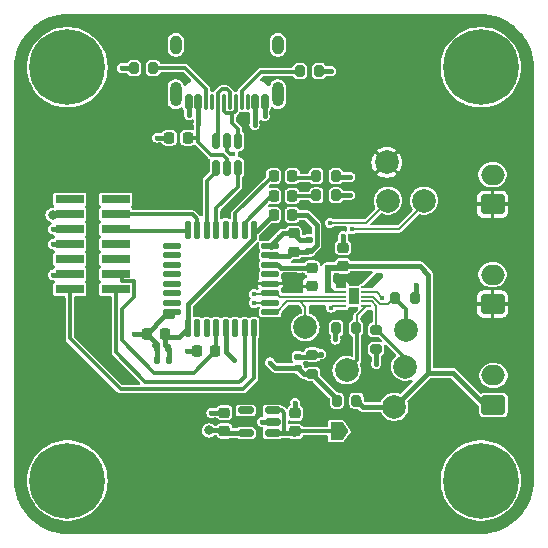
<source format=gbr>
%TF.GenerationSoftware,KiCad,Pcbnew,8.0.8*%
%TF.CreationDate,2025-04-07T17:04:07+02:00*%
%TF.ProjectId,Schematics_batterie,53636865-6d61-4746-9963-735f62617474,rev?*%
%TF.SameCoordinates,Original*%
%TF.FileFunction,Copper,L1,Top*%
%TF.FilePolarity,Positive*%
%FSLAX46Y46*%
G04 Gerber Fmt 4.6, Leading zero omitted, Abs format (unit mm)*
G04 Created by KiCad (PCBNEW 8.0.8) date 2025-04-07 17:04:07*
%MOMM*%
%LPD*%
G01*
G04 APERTURE LIST*
G04 Aperture macros list*
%AMRoundRect*
0 Rectangle with rounded corners*
0 $1 Rounding radius*
0 $2 $3 $4 $5 $6 $7 $8 $9 X,Y pos of 4 corners*
0 Add a 4 corners polygon primitive as box body*
4,1,4,$2,$3,$4,$5,$6,$7,$8,$9,$2,$3,0*
0 Add four circle primitives for the rounded corners*
1,1,$1+$1,$2,$3*
1,1,$1+$1,$4,$5*
1,1,$1+$1,$6,$7*
1,1,$1+$1,$8,$9*
0 Add four rect primitives between the rounded corners*
20,1,$1+$1,$2,$3,$4,$5,0*
20,1,$1+$1,$4,$5,$6,$7,0*
20,1,$1+$1,$6,$7,$8,$9,0*
20,1,$1+$1,$8,$9,$2,$3,0*%
%AMFreePoly0*
4,1,6,1.000000,0.000000,0.500000,-0.750000,-0.500000,-0.750000,-0.500000,0.750000,0.500000,0.750000,1.000000,0.000000,1.000000,0.000000,$1*%
%AMFreePoly1*
4,1,6,0.500000,-0.750000,-0.650000,-0.750000,-0.150000,0.000000,-0.650000,0.750000,0.500000,0.750000,0.500000,-0.750000,0.500000,-0.750000,$1*%
G04 Aperture macros list end*
%TA.AperFunction,SMDPad,CuDef*%
%ADD10RoundRect,0.225000X0.250000X-0.225000X0.250000X0.225000X-0.250000X0.225000X-0.250000X-0.225000X0*%
%TD*%
%TA.AperFunction,SMDPad,CuDef*%
%ADD11RoundRect,0.200000X-0.200000X-0.275000X0.200000X-0.275000X0.200000X0.275000X-0.200000X0.275000X0*%
%TD*%
%TA.AperFunction,SMDPad,CuDef*%
%ADD12RoundRect,0.140000X0.140000X0.170000X-0.140000X0.170000X-0.140000X-0.170000X0.140000X-0.170000X0*%
%TD*%
%TA.AperFunction,SMDPad,CuDef*%
%ADD13RoundRect,0.150000X0.150000X0.500000X-0.150000X0.500000X-0.150000X-0.500000X0.150000X-0.500000X0*%
%TD*%
%TA.AperFunction,SMDPad,CuDef*%
%ADD14RoundRect,0.075000X0.075000X0.575000X-0.075000X0.575000X-0.075000X-0.575000X0.075000X-0.575000X0*%
%TD*%
%TA.AperFunction,HeatsinkPad*%
%ADD15O,1.000000X2.100000*%
%TD*%
%TA.AperFunction,HeatsinkPad*%
%ADD16O,1.000000X1.600000*%
%TD*%
%TA.AperFunction,SMDPad,CuDef*%
%ADD17RoundRect,0.200000X0.275000X-0.200000X0.275000X0.200000X-0.275000X0.200000X-0.275000X-0.200000X0*%
%TD*%
%TA.AperFunction,SMDPad,CuDef*%
%ADD18RoundRect,0.218750X0.218750X0.256250X-0.218750X0.256250X-0.218750X-0.256250X0.218750X-0.256250X0*%
%TD*%
%TA.AperFunction,SMDPad,CuDef*%
%ADD19C,2.000000*%
%TD*%
%TA.AperFunction,SMDPad,CuDef*%
%ADD20RoundRect,0.125000X0.125000X-0.625000X0.125000X0.625000X-0.125000X0.625000X-0.125000X-0.625000X0*%
%TD*%
%TA.AperFunction,SMDPad,CuDef*%
%ADD21RoundRect,0.125000X0.625000X-0.125000X0.625000X0.125000X-0.625000X0.125000X-0.625000X-0.125000X0*%
%TD*%
%TA.AperFunction,ComponentPad*%
%ADD22C,0.800000*%
%TD*%
%TA.AperFunction,ComponentPad*%
%ADD23C,6.400000*%
%TD*%
%TA.AperFunction,ComponentPad*%
%ADD24RoundRect,0.250000X0.750000X-0.600000X0.750000X0.600000X-0.750000X0.600000X-0.750000X-0.600000X0*%
%TD*%
%TA.AperFunction,ComponentPad*%
%ADD25O,2.000000X1.700000*%
%TD*%
%TA.AperFunction,SMDPad,CuDef*%
%ADD26RoundRect,0.225000X0.225000X0.250000X-0.225000X0.250000X-0.225000X-0.250000X0.225000X-0.250000X0*%
%TD*%
%TA.AperFunction,SMDPad,CuDef*%
%ADD27RoundRect,0.225000X-0.225000X-0.250000X0.225000X-0.250000X0.225000X0.250000X-0.225000X0.250000X0*%
%TD*%
%TA.AperFunction,SMDPad,CuDef*%
%ADD28FreePoly0,0.000000*%
%TD*%
%TA.AperFunction,SMDPad,CuDef*%
%ADD29FreePoly1,0.000000*%
%TD*%
%TA.AperFunction,SMDPad,CuDef*%
%ADD30RoundRect,0.200000X0.200000X0.275000X-0.200000X0.275000X-0.200000X-0.275000X0.200000X-0.275000X0*%
%TD*%
%TA.AperFunction,SMDPad,CuDef*%
%ADD31RoundRect,0.225000X-0.250000X0.225000X-0.250000X-0.225000X0.250000X-0.225000X0.250000X0.225000X0*%
%TD*%
%TA.AperFunction,SMDPad,CuDef*%
%ADD32RoundRect,0.200000X-0.275000X0.200000X-0.275000X-0.200000X0.275000X-0.200000X0.275000X0.200000X0*%
%TD*%
%TA.AperFunction,SMDPad,CuDef*%
%ADD33RoundRect,0.150000X-0.150000X0.512500X-0.150000X-0.512500X0.150000X-0.512500X0.150000X0.512500X0*%
%TD*%
%TA.AperFunction,SMDPad,CuDef*%
%ADD34RoundRect,0.150000X0.512500X0.150000X-0.512500X0.150000X-0.512500X-0.150000X0.512500X-0.150000X0*%
%TD*%
%TA.AperFunction,SMDPad,CuDef*%
%ADD35RoundRect,0.140000X0.170000X-0.140000X0.170000X0.140000X-0.170000X0.140000X-0.170000X-0.140000X0*%
%TD*%
%TA.AperFunction,SMDPad,CuDef*%
%ADD36RoundRect,0.062500X-0.350000X-0.062500X0.350000X-0.062500X0.350000X0.062500X-0.350000X0.062500X0*%
%TD*%
%TA.AperFunction,HeatsinkPad*%
%ADD37R,0.850000X1.380000*%
%TD*%
%TA.AperFunction,SMDPad,CuDef*%
%ADD38R,2.400000X0.740000*%
%TD*%
%TA.AperFunction,ViaPad*%
%ADD39C,0.450000*%
%TD*%
%TA.AperFunction,ViaPad*%
%ADD40C,0.800000*%
%TD*%
%TA.AperFunction,Conductor*%
%ADD41C,0.400000*%
%TD*%
%TA.AperFunction,Conductor*%
%ADD42C,0.300000*%
%TD*%
%TA.AperFunction,Conductor*%
%ADD43C,0.200000*%
%TD*%
G04 APERTURE END LIST*
D10*
%TO.P,C2,1*%
%TO.N,SYS*%
X130700000Y-68550000D03*
%TO.P,C2,2*%
%TO.N,GND*%
X130700000Y-67000000D03*
%TD*%
D11*
%TO.P,R1,1*%
%TO.N,/LED_Stat*%
X131075000Y-60850000D03*
%TO.P,R1,2*%
%TO.N,GND*%
X132725000Y-60850000D03*
%TD*%
D12*
%TO.P,C10,1*%
%TO.N,+3.3V*%
X118560000Y-73800000D03*
%TO.P,C10,2*%
%TO.N,GND*%
X117600000Y-73800000D03*
%TD*%
D13*
%TO.P,J1,A1,GND*%
%TO.N,GND*%
X126700000Y-52920000D03*
%TO.P,J1,A4,VBUS*%
%TO.N,+5V*%
X125900000Y-52920000D03*
D14*
%TO.P,J1,A5,CC1*%
%TO.N,Net-(J1-CC1)*%
X124750000Y-52920000D03*
%TO.P,J1,A6,D+*%
%TO.N,D_p_1*%
X123750000Y-52920000D03*
%TO.P,J1,A7,D-*%
%TO.N,D_m_1*%
X123250000Y-52920000D03*
%TO.P,J1,A8,SBU1*%
%TO.N,unconnected-(J1-SBU1-PadA8)*%
X122250000Y-52920000D03*
D13*
%TO.P,J1,A9,VBUS*%
%TO.N,+5V*%
X121100000Y-52920000D03*
%TO.P,J1,A12,GND*%
%TO.N,GND*%
X120300000Y-52920000D03*
%TO.P,J1,B1,GND*%
X120300000Y-52920000D03*
%TO.P,J1,B4,VBUS*%
%TO.N,+5V*%
X121100000Y-52920000D03*
D14*
%TO.P,J1,B5,CC2*%
%TO.N,Net-(J1-CC2)*%
X121750000Y-52920000D03*
%TO.P,J1,B6,D+*%
%TO.N,D_p_1*%
X122750000Y-52920000D03*
%TO.P,J1,B7,D-*%
%TO.N,D_m_1*%
X124250000Y-52920000D03*
%TO.P,J1,B8,SBU2*%
%TO.N,unconnected-(J1-SBU2-PadB8)*%
X125250000Y-52920000D03*
D13*
%TO.P,J1,B9,VBUS*%
%TO.N,+5V*%
X125900000Y-52920000D03*
%TO.P,J1,B12,GND*%
%TO.N,GND*%
X126700000Y-52920000D03*
D15*
%TO.P,J1,S1,SHIELD*%
%TO.N,unconnected-(J1-SHIELD-PadS1)_1*%
X127820000Y-52280000D03*
D16*
%TO.N,unconnected-(J1-SHIELD-PadS1)*%
X127820000Y-48100000D03*
D15*
%TO.N,unconnected-(J1-SHIELD-PadS1)_2*%
X119180000Y-52280000D03*
D16*
%TO.N,unconnected-(J1-SHIELD-PadS1)_3*%
X119180000Y-48100000D03*
%TD*%
D17*
%TO.P,R9,1*%
%TO.N,VBAT*%
X130750000Y-75975000D03*
%TO.P,R9,2*%
%TO.N,GND*%
X130750000Y-74325000D03*
%TD*%
D18*
%TO.P,D2,1,K*%
%TO.N,/LED_play*%
X129037500Y-59200000D03*
%TO.P,D2,2,A*%
%TO.N,LED_Playing*%
X127462500Y-59200000D03*
%TD*%
D19*
%TO.P,TP2,1,1*%
%TO.N,BAT*%
X137675000Y-78750000D03*
%TD*%
D20*
%TO.P,U2,1,VDD*%
%TO.N,+3.3V*%
X120200000Y-72100000D03*
%TO.P,U2,2,PF0*%
%TO.N,unconnected-(U2-PF0-Pad2)*%
X121000000Y-72100000D03*
%TO.P,U2,3,PF1*%
%TO.N,unconnected-(U2-PF1-Pad3)*%
X121800000Y-72100000D03*
%TO.P,U2,4,PG10*%
%TO.N,NRST*%
X122600000Y-72100000D03*
%TO.P,U2,5,PA0*%
%TO.N,VBAT*%
X123400000Y-72100000D03*
%TO.P,U2,6,PA1*%
%TO.N,unconnected-(U2-PA1-Pad6)*%
X124200000Y-72100000D03*
%TO.P,U2,7,PA2*%
%TO.N,USART2_TX*%
X125000000Y-72100000D03*
%TO.P,U2,8,PA3*%
%TO.N,USART2_RX*%
X125800000Y-72100000D03*
D21*
%TO.P,U2,9,PA4*%
%TO.N,Charge Enabler*%
X127175000Y-70725000D03*
%TO.P,U2,10,PA5*%
%TO.N,STAT1*%
X127175000Y-69925000D03*
%TO.P,U2,11,PA6*%
%TO.N,STAT2*%
X127175000Y-69125000D03*
%TO.P,U2,12,PA7*%
%TO.N,SYS*%
X127175000Y-68325000D03*
%TO.P,U2,13,PB0*%
%TO.N,unconnected-(U2-PB0-Pad13)*%
X127175000Y-67525000D03*
%TO.P,U2,14,VSSA*%
%TO.N,GND*%
X127175000Y-66725000D03*
%TO.P,U2,15,VDDA*%
%TO.N,+3.3VA*%
X127175000Y-65925000D03*
%TO.P,U2,16,VSS*%
%TO.N,GND*%
X127175000Y-65125000D03*
D20*
%TO.P,U2,17,VDD*%
%TO.N,+3.3V*%
X125800000Y-63750000D03*
%TO.P,U2,18,PA8*%
%TO.N,LED_Status*%
X125000000Y-63750000D03*
%TO.P,U2,19,PA9*%
%TO.N,LED_Playing*%
X124200000Y-63750000D03*
%TO.P,U2,20,PA10*%
%TO.N,unconnected-(U2-PA10-Pad20)*%
X123400000Y-63750000D03*
%TO.P,U2,21,PA11*%
%TO.N,D_m_2*%
X122600000Y-63750000D03*
%TO.P,U2,22,PA12*%
%TO.N,D_p_2*%
X121800000Y-63750000D03*
%TO.P,U2,23,PA13*%
%TO.N,SYS_SWDIO*%
X121000000Y-63750000D03*
%TO.P,U2,24,PA14*%
%TO.N,SYS_SWCLK*%
X120200000Y-63750000D03*
D21*
%TO.P,U2,25,PA15*%
%TO.N,unconnected-(U2-PA15-Pad25)*%
X118825000Y-65125000D03*
%TO.P,U2,26,PB3*%
%TO.N,unconnected-(U2-PB3-Pad26)*%
X118825000Y-65925000D03*
%TO.P,U2,27,PB4*%
%TO.N,unconnected-(U2-PB4-Pad27)*%
X118825000Y-66725000D03*
%TO.P,U2,28,PB5*%
%TO.N,unconnected-(U2-PB5-Pad28)*%
X118825000Y-67525000D03*
%TO.P,U2,29,PB6*%
%TO.N,unconnected-(U2-PB6-Pad29)*%
X118825000Y-68325000D03*
%TO.P,U2,30,PB7*%
%TO.N,unconnected-(U2-PB7-Pad30)*%
X118825000Y-69125000D03*
%TO.P,U2,31,PB8*%
%TO.N,unconnected-(U2-PB8-Pad31)*%
X118825000Y-69925000D03*
%TO.P,U2,32,VSS*%
%TO.N,GND*%
X118825000Y-70725000D03*
%TD*%
D22*
%TO.P,H4,1,1*%
%TO.N,GND*%
X107600000Y-85000000D03*
X108302944Y-83302944D03*
X108302944Y-86697056D03*
X110000000Y-82600000D03*
D23*
X110000000Y-85000000D03*
D22*
X110000000Y-87400000D03*
X111697056Y-83302944D03*
X111697056Y-86697056D03*
X112400000Y-85000000D03*
%TD*%
D24*
%TO.P,J5,1,Pin_1*%
%TO.N,SYS*%
X146000000Y-70050000D03*
D25*
%TO.P,J5,2,Pin_2*%
%TO.N,GND*%
X146000000Y-67550000D03*
%TD*%
D11*
%TO.P,R5,1*%
%TO.N,/Iset*%
X137775000Y-69500000D03*
%TO.P,R5,2*%
%TO.N,GND*%
X139425000Y-69500000D03*
%TD*%
D19*
%TO.P,TP1,1,1*%
%TO.N,SYS*%
X137050000Y-58050000D03*
%TD*%
D10*
%TO.P,C4,1*%
%TO.N,/VIN*%
X129300000Y-80837500D03*
%TO.P,C4,2*%
%TO.N,GND*%
X129300000Y-79287500D03*
%TD*%
D26*
%TO.P,C11,1*%
%TO.N,NRST*%
X122525000Y-74050000D03*
%TO.P,C11,2*%
%TO.N,GND*%
X120975000Y-74050000D03*
%TD*%
D27*
%TO.P,C1,1*%
%TO.N,GND*%
X118625000Y-55962500D03*
%TO.P,C1,2*%
%TO.N,+5V*%
X120175000Y-55962500D03*
%TD*%
D28*
%TO.P,JP2,1,A*%
%TO.N,/VIN*%
X132787500Y-80812500D03*
D29*
%TO.P,JP2,2,B*%
%TO.N,SYS*%
X134237500Y-80812500D03*
%TD*%
D18*
%TO.P,L1,1*%
%TO.N,+3.3VA*%
X129037500Y-62500000D03*
%TO.P,L1,2*%
%TO.N,+3.3V*%
X127462500Y-62500000D03*
%TD*%
D11*
%TO.P,R4,1*%
%TO.N,GND*%
X115625000Y-50075000D03*
%TO.P,R4,2*%
%TO.N,Net-(J1-CC2)*%
X117275000Y-50075000D03*
%TD*%
D22*
%TO.P,H3,1,1*%
%TO.N,GND*%
X142600000Y-85000000D03*
X143302944Y-83302944D03*
X143302944Y-86697056D03*
X145000000Y-82600000D03*
D23*
X145000000Y-85000000D03*
D22*
X145000000Y-87400000D03*
X146697056Y-83302944D03*
X146697056Y-86697056D03*
X147400000Y-85000000D03*
%TD*%
D19*
%TO.P,TP6,1,1*%
%TO.N,/TS MR*%
X133650000Y-75650000D03*
%TD*%
D26*
%TO.P,C7,1*%
%TO.N,+3.3V*%
X118275000Y-72550000D03*
%TO.P,C7,2*%
%TO.N,GND*%
X116725000Y-72550000D03*
%TD*%
D10*
%TO.P,C5,1*%
%TO.N,+3.3V*%
X123300000Y-80787500D03*
%TO.P,C5,2*%
%TO.N,GND*%
X123300000Y-79237500D03*
%TD*%
D30*
%TO.P,R8,1*%
%TO.N,BAT*%
X134475000Y-78225000D03*
%TO.P,R8,2*%
%TO.N,VBAT*%
X132825000Y-78225000D03*
%TD*%
D31*
%TO.P,C3,1*%
%TO.N,GND*%
X133350000Y-65275000D03*
%TO.P,C3,2*%
%TO.N,BAT*%
X133350000Y-66825000D03*
%TD*%
D32*
%TO.P,R6,1*%
%TO.N,/Ilim{slash}Vset*%
X136150000Y-72225000D03*
%TO.P,R6,2*%
%TO.N,GND*%
X136150000Y-73875000D03*
%TD*%
D22*
%TO.P,H2,1,1*%
%TO.N,GND*%
X107600000Y-50000000D03*
X108302944Y-48302944D03*
X108302944Y-51697056D03*
X110000000Y-47600000D03*
D23*
X110000000Y-50000000D03*
D22*
X110000000Y-52400000D03*
X111697056Y-48302944D03*
X111697056Y-51697056D03*
X112400000Y-50000000D03*
%TD*%
D24*
%TO.P,J2,1,Pin_1*%
%TO.N,BAT*%
X146075000Y-78600000D03*
D25*
%TO.P,J2,2,Pin_2*%
%TO.N,GND*%
X146075000Y-76100000D03*
%TD*%
D18*
%TO.P,D1,1,K*%
%TO.N,/LED_Stat*%
X129037500Y-60900000D03*
%TO.P,D1,2,A*%
%TO.N,LED_Status*%
X127462500Y-60900000D03*
%TD*%
D33*
%TO.P,U3,1,I/O1*%
%TO.N,D_m_1*%
X124450000Y-56225000D03*
%TO.P,U3,2,GND*%
%TO.N,GND*%
X123500000Y-56225000D03*
%TO.P,U3,3,I/O2*%
%TO.N,D_p_1*%
X122550000Y-56225000D03*
%TO.P,U3,4,I/O2*%
%TO.N,D_p_2*%
X122550000Y-58500000D03*
%TO.P,U3,5,VBUS*%
%TO.N,+5V*%
X123500000Y-58500000D03*
%TO.P,U3,6,I/O1*%
%TO.N,D_m_2*%
X124450000Y-58500000D03*
%TD*%
D19*
%TO.P,TP7,1,1*%
%TO.N,/Ilim{slash}Vset*%
X138600000Y-75350000D03*
%TD*%
D10*
%TO.P,C6,1*%
%TO.N,+3.3VA*%
X129150000Y-65625000D03*
%TO.P,C6,2*%
%TO.N,GND*%
X129150000Y-64075000D03*
%TD*%
D34*
%TO.P,U1,1,VIN*%
%TO.N,/VIN*%
X127387500Y-80962500D03*
%TO.P,U1,2,GND*%
%TO.N,GND*%
X127387500Y-80012500D03*
%TO.P,U1,3,~{SHDN}*%
%TO.N,/VIN*%
X127387500Y-79062500D03*
%TO.P,U1,4,NC*%
%TO.N,unconnected-(U1-NC-Pad4)*%
X125112500Y-79062500D03*
%TO.P,U1,5,VOUT*%
%TO.N,+3.3V*%
X125112500Y-80962500D03*
%TD*%
D35*
%TO.P,C8,1*%
%TO.N,+3.3VA*%
X130450000Y-65550000D03*
%TO.P,C8,2*%
%TO.N,GND*%
X130450000Y-64590000D03*
%TD*%
D36*
%TO.P,IC1,1,SYS*%
%TO.N,SYS*%
X133187500Y-68630000D03*
%TO.P,IC1,2,BAT*%
%TO.N,BAT*%
X133187500Y-69030000D03*
%TO.P,IC1,3,STAT2*%
%TO.N,STAT2*%
X133187500Y-69430000D03*
%TO.P,IC1,4,~{CE}*%
%TO.N,Charge Enabler*%
X133187500Y-69830000D03*
%TO.P,IC1,5,GND*%
%TO.N,GND*%
X133187500Y-70230000D03*
%TO.P,IC1,6,TS/MR*%
%TO.N,/TS MR*%
X135300000Y-70230000D03*
%TO.P,IC1,7,ILIM/VSET*%
%TO.N,/Ilim{slash}Vset*%
X135300000Y-69830000D03*
%TO.P,IC1,8,ISET*%
%TO.N,/Iset*%
X135300000Y-69430000D03*
%TO.P,IC1,9,STAT1*%
%TO.N,STAT1*%
X135300000Y-69030000D03*
%TO.P,IC1,10,IN*%
%TO.N,+5V*%
X135300000Y-68630000D03*
D37*
%TO.P,IC1,11,EP*%
%TO.N,GND*%
X134260000Y-69410000D03*
%TD*%
D24*
%TO.P,J3,1,Pin_1*%
%TO.N,SYS*%
X146000000Y-61600000D03*
D25*
%TO.P,J3,2,Pin_2*%
%TO.N,GND*%
X146000000Y-59100000D03*
%TD*%
D12*
%TO.P,C9,1*%
%TO.N,+3.3V*%
X118580000Y-74750000D03*
%TO.P,C9,2*%
%TO.N,GND*%
X117620000Y-74750000D03*
%TD*%
D19*
%TO.P,TP3,1,1*%
%TO.N,STAT2*%
X137150000Y-61300000D03*
%TD*%
%TO.P,TP4,1,1*%
%TO.N,Charge Enabler*%
X130150000Y-72000000D03*
%TD*%
D30*
%TO.P,R3,1*%
%TO.N,/TS MR*%
X134425000Y-72100000D03*
%TO.P,R3,2*%
%TO.N,GND*%
X132775000Y-72100000D03*
%TD*%
D11*
%TO.P,R7,1*%
%TO.N,/LED_play*%
X131075000Y-59200000D03*
%TO.P,R7,2*%
%TO.N,GND*%
X132725000Y-59200000D03*
%TD*%
D35*
%TO.P,C12,1*%
%TO.N,VBAT*%
X129500000Y-75455000D03*
%TO.P,C12,2*%
%TO.N,GND*%
X129500000Y-74495000D03*
%TD*%
D11*
%TO.P,R2,1*%
%TO.N,Net-(J1-CC1)*%
X129675000Y-50325000D03*
%TO.P,R2,2*%
%TO.N,GND*%
X131325000Y-50325000D03*
%TD*%
D22*
%TO.P,H1,1,1*%
%TO.N,GND*%
X142600000Y-50000000D03*
X143302944Y-48302944D03*
X143302944Y-51697056D03*
X145000000Y-47600000D03*
D23*
X145000000Y-50000000D03*
D22*
X145000000Y-52400000D03*
X146697056Y-48302944D03*
X146697056Y-51697056D03*
X147400000Y-50000000D03*
%TD*%
D19*
%TO.P,TP8,1,1*%
%TO.N,/Iset*%
X138650000Y-72250000D03*
%TD*%
D38*
%TO.P,J4,1,NC*%
%TO.N,unconnected-(J4-NC-Pad1)*%
X110200000Y-61190000D03*
%TO.P,J4,2,NC*%
%TO.N,unconnected-(J4-NC-Pad2)*%
X114100000Y-61190000D03*
%TO.P,J4,3,VCC*%
%TO.N,+3.3V*%
X110200000Y-62460000D03*
%TO.P,J4,4,JTMS/SWDIO*%
%TO.N,SYS_SWDIO*%
X114100000Y-62460000D03*
%TO.P,J4,5,GND*%
%TO.N,GND*%
X110200000Y-63730000D03*
%TO.P,J4,6,JCLK/SWCLK*%
%TO.N,SYS_SWCLK*%
X114100000Y-63730000D03*
%TO.P,J4,7,GND*%
%TO.N,GND*%
X110200000Y-65000000D03*
%TO.P,J4,8,JTDO/SWO*%
%TO.N,unconnected-(J4-JTDO{slash}SWO-Pad8)*%
X114100000Y-65000000D03*
%TO.P,J4,9,JRCLK/NC*%
%TO.N,unconnected-(J4-JRCLK{slash}NC-Pad9)*%
X110200000Y-66270000D03*
%TO.P,J4,10,JTDI/NC*%
%TO.N,unconnected-(J4-JTDI{slash}NC-Pad10)*%
X114100000Y-66270000D03*
%TO.P,J4,11,GNDDetect*%
%TO.N,GND*%
X110200000Y-67540000D03*
%TO.P,J4,12,~{RST}*%
%TO.N,NRST*%
X114100000Y-67540000D03*
%TO.P,J4,13,VCP_RX*%
%TO.N,USART2_RX*%
X110200000Y-68810000D03*
%TO.P,J4,14,VCP_TX*%
%TO.N,USART2_TX*%
X114100000Y-68810000D03*
%TD*%
D19*
%TO.P,TP5,1,1*%
%TO.N,STAT1*%
X140200000Y-61300000D03*
%TD*%
D39*
%TO.N,+5V*%
X136150000Y-67725000D03*
X125850000Y-54862500D03*
X121100000Y-54812500D03*
%TO.N,GND*%
X108750000Y-63720000D03*
X126700000Y-54125000D03*
X122200000Y-79262500D03*
X132700000Y-73050000D03*
X129650000Y-66975000D03*
X134250000Y-69750000D03*
X108750000Y-67570000D03*
X124025000Y-57362500D03*
X133350000Y-64300000D03*
X136150000Y-75100000D03*
X108750000Y-64970000D03*
X132300000Y-70350000D03*
X134250000Y-69050000D03*
X120100000Y-74050000D03*
X132337500Y-50325000D03*
X127912500Y-64387500D03*
X139500000Y-68400000D03*
X129300000Y-78425000D03*
X114600000Y-50075000D03*
X115625000Y-72550000D03*
X131475000Y-74300000D03*
X126500000Y-80012500D03*
X120300000Y-54025000D03*
X133950000Y-59300000D03*
X117600000Y-55962500D03*
X133900000Y-60850000D03*
%TO.N,SYS*%
X129325000Y-68425000D03*
X134475000Y-67800000D03*
X138975000Y-66025000D03*
D40*
%TO.N,+3.3V*%
X122000000Y-80750000D03*
X108750000Y-62500000D03*
D39*
X120200000Y-70800000D03*
%TO.N,STAT2*%
X125800000Y-69200000D03*
X132225000Y-63175000D03*
%TO.N,STAT1*%
X136675000Y-69525000D03*
X125800000Y-69950000D03*
X134100000Y-63700000D03*
%TO.N,VBAT*%
X124125000Y-74800000D03*
X127150000Y-75000000D03*
%TD*%
D41*
%TO.N,+5V*%
X125850000Y-54862500D02*
X125850000Y-52795000D01*
D42*
X123500000Y-58500000D02*
X123500000Y-57762500D01*
X122150000Y-57412500D02*
X121100000Y-56362500D01*
D41*
X125850000Y-52970000D02*
X125900000Y-52920000D01*
D42*
X121100000Y-55962500D02*
X121100000Y-54812500D01*
D41*
X121100000Y-52745000D02*
X121100000Y-54812500D01*
D42*
X121100000Y-56362500D02*
X121100000Y-55962500D01*
X123500000Y-57762500D02*
X123150000Y-57412500D01*
X123150000Y-57412500D02*
X122150000Y-57412500D01*
X120175000Y-55962500D02*
X121100000Y-55962500D01*
D41*
%TO.N,GND*%
X128050216Y-66975000D02*
X129650000Y-66975000D01*
X139512500Y-69500000D02*
X139512500Y-68412500D01*
X132687500Y-73037500D02*
X132700000Y-73050000D01*
X136150000Y-73962500D02*
X136150000Y-75100000D01*
X110170000Y-64970000D02*
X110200000Y-65000000D01*
X131450000Y-74325000D02*
X131475000Y-74300000D01*
D42*
X123500000Y-57062500D02*
X123500000Y-56225000D01*
D41*
X127912500Y-64387500D02*
X127175000Y-65125000D01*
D43*
X132420000Y-70230000D02*
X132300000Y-70350000D01*
D41*
X128225000Y-64075000D02*
X127912500Y-64387500D01*
X129665000Y-64590000D02*
X129150000Y-64075000D01*
X142400000Y-49800000D02*
X142600000Y-50000000D01*
X126500000Y-80012500D02*
X127387500Y-80012500D01*
D42*
X124025000Y-57362500D02*
X123800000Y-57362500D01*
D41*
X118625000Y-55962500D02*
X117600000Y-55962500D01*
X117600000Y-74730000D02*
X117620000Y-74750000D01*
X108750000Y-64970000D02*
X110170000Y-64970000D01*
X131412500Y-50325000D02*
X132337500Y-50325000D01*
X110170000Y-67570000D02*
X110200000Y-67540000D01*
X117600000Y-73800000D02*
X117600000Y-74730000D01*
X139512500Y-68412500D02*
X139500000Y-68400000D01*
X110190000Y-63720000D02*
X110200000Y-63730000D01*
X130580000Y-74495000D02*
X130750000Y-74325000D01*
X118200000Y-71075000D02*
X116725000Y-72550000D01*
X127175000Y-65125000D02*
X127250000Y-65200000D01*
X130350000Y-64590000D02*
X129665000Y-64590000D01*
X127800216Y-66725000D02*
X128050216Y-66975000D01*
X108750000Y-63720000D02*
X110190000Y-63720000D01*
X129650000Y-66975000D02*
X130500000Y-66975000D01*
X132812500Y-60850000D02*
X133900000Y-60850000D01*
X132687500Y-72100000D02*
X132687500Y-73037500D01*
X127175000Y-66725000D02*
X127800216Y-66725000D01*
X130500000Y-66975000D02*
X130700000Y-66775000D01*
X116725000Y-72550000D02*
X115625000Y-72550000D01*
X120100000Y-74050000D02*
X120887500Y-74050000D01*
X129500000Y-74495000D02*
X130580000Y-74495000D01*
X122225000Y-79237500D02*
X122200000Y-79262500D01*
X123300000Y-79237500D02*
X122225000Y-79237500D01*
X129150000Y-64075000D02*
X128225000Y-64075000D01*
X108750000Y-67570000D02*
X110170000Y-67570000D01*
D43*
X133187500Y-70230000D02*
X132420000Y-70230000D01*
D42*
X123800000Y-57362500D02*
X123500000Y-57062500D01*
D41*
X117350000Y-73550000D02*
X117600000Y-73800000D01*
X129300000Y-78425000D02*
X129300000Y-79200000D01*
X118825000Y-70800000D02*
X118825000Y-71075000D01*
X118825000Y-71075000D02*
X118200000Y-71075000D01*
X117600000Y-73800000D02*
X117600000Y-73425000D01*
X120300000Y-52920000D02*
X120300000Y-54025000D01*
X132812500Y-59300000D02*
X133950000Y-59300000D01*
X126700000Y-52920000D02*
X126700000Y-54125000D01*
X133350000Y-65275000D02*
X133350000Y-64300000D01*
X117600000Y-73425000D02*
X116725000Y-72550000D01*
X130750000Y-74325000D02*
X131450000Y-74325000D01*
X115537500Y-50075000D02*
X114600000Y-50075000D01*
%TO.N,SYS*%
X134237500Y-80812500D02*
X134237500Y-81087500D01*
D43*
X137050000Y-58050000D02*
X137050000Y-58750000D01*
X130625000Y-68400000D02*
X130700000Y-68325000D01*
X131005000Y-68630000D02*
X130700000Y-68325000D01*
D41*
%TO.N,BAT*%
X142625000Y-75875000D02*
X142850000Y-76100000D01*
X140550000Y-67550000D02*
X139825000Y-66825000D01*
X140550000Y-68800000D02*
X140550000Y-67550000D01*
X145350000Y-78600000D02*
X142850000Y-76100000D01*
D43*
X132155000Y-69030000D02*
X132125000Y-69000000D01*
D41*
X140550000Y-75875000D02*
X137675000Y-78750000D01*
X140550000Y-73800000D02*
X140550000Y-75875000D01*
X135000000Y-78750000D02*
X134475000Y-78225000D01*
X134700000Y-78225000D02*
X134475000Y-78225000D01*
X140550000Y-75875000D02*
X142625000Y-75875000D01*
X140550000Y-73800000D02*
X140550000Y-68800000D01*
X137675000Y-78750000D02*
X135000000Y-78750000D01*
D43*
X133187500Y-69030000D02*
X132155000Y-69030000D01*
D41*
X146075000Y-78600000D02*
X145350000Y-78600000D01*
X139825000Y-66825000D02*
X133350000Y-66825000D01*
%TO.N,+3.3V*%
X118275000Y-72550000D02*
X118275000Y-73515000D01*
X125800000Y-64450216D02*
X125800000Y-63825000D01*
X118580000Y-74750000D02*
X118580000Y-73820000D01*
X110160000Y-62500000D02*
X110200000Y-62460000D01*
X119425000Y-72875000D02*
X120200000Y-72100000D01*
X122000000Y-80750000D02*
X123262500Y-80750000D01*
X118275000Y-73515000D02*
X118560000Y-73800000D01*
X118600000Y-72875000D02*
X119425000Y-72875000D01*
X120200000Y-72175000D02*
X120200000Y-70800000D01*
X118275000Y-72550000D02*
X118600000Y-72875000D01*
X123262500Y-80750000D02*
X123300000Y-80787500D01*
X108750000Y-62500000D02*
X110160000Y-62500000D01*
X120200000Y-70800000D02*
X120200000Y-70050216D01*
X125112500Y-80962500D02*
X123475000Y-80962500D01*
X123475000Y-80962500D02*
X123300000Y-80787500D01*
X125800000Y-63825000D02*
X126050000Y-63825000D01*
X118580000Y-73820000D02*
X118560000Y-73800000D01*
X126050000Y-63825000D02*
X127375000Y-62500000D01*
X120200000Y-70050216D02*
X125800000Y-64450216D01*
%TO.N,+3.3VA*%
X128775000Y-66000000D02*
X129150000Y-65625000D01*
X131110000Y-65090000D02*
X130650000Y-65550000D01*
X130275000Y-65625000D02*
X130350000Y-65550000D01*
X127175000Y-66000000D02*
X128775000Y-66000000D01*
X130250000Y-62500000D02*
X131110000Y-63360000D01*
X131110000Y-63360000D02*
X131110000Y-65090000D01*
X129150000Y-65625000D02*
X130275000Y-65625000D01*
X129125000Y-62500000D02*
X130250000Y-62500000D01*
X130650000Y-65550000D02*
X130450000Y-65550000D01*
D42*
%TO.N,NRST*%
X115600000Y-69480000D02*
X114625000Y-70455000D01*
X122600000Y-74037500D02*
X122612500Y-74050000D01*
X122600000Y-72175000D02*
X122600000Y-74037500D01*
X114100000Y-67540000D02*
X114930000Y-67540000D01*
X114625000Y-67845000D02*
X114625000Y-68140000D01*
X114625000Y-70455000D02*
X114625000Y-73125000D01*
X117350000Y-75850000D02*
X120725000Y-75850000D01*
X114625000Y-68140000D02*
X115600000Y-68140000D01*
X114625000Y-73125000D02*
X117350000Y-75850000D01*
X114930000Y-67540000D02*
X114625000Y-67845000D01*
X115600000Y-68140000D02*
X115600000Y-69480000D01*
X120725000Y-75850000D02*
X122525000Y-74050000D01*
%TO.N,LED_Status*%
X127250000Y-60900000D02*
X125000000Y-63150000D01*
X125000000Y-63150000D02*
X125000000Y-63825000D01*
X127375000Y-60900000D02*
X127250000Y-60900000D01*
D43*
%TO.N,STAT2*%
X125800000Y-69200000D02*
X127733794Y-69200000D01*
X132225000Y-63175000D02*
X135275000Y-63175000D01*
X127733794Y-69200000D02*
X127963794Y-69430000D01*
X127963794Y-69430000D02*
X133187500Y-69430000D01*
X135275000Y-63175000D02*
X137150000Y-61300000D01*
%TO.N,STAT1*%
X125800000Y-69950000D02*
X127125000Y-69950000D01*
X134100000Y-63700000D02*
X138050000Y-63700000D01*
X136180000Y-69030000D02*
X135300000Y-69030000D01*
X136675000Y-69525000D02*
X136180000Y-69030000D01*
X127125000Y-69950000D02*
X127175000Y-70000000D01*
X138050000Y-63700000D02*
X140200000Y-61550000D01*
%TO.N,Charge Enabler*%
X130150000Y-72000000D02*
X130150000Y-70280000D01*
X130150000Y-70280000D02*
X129700000Y-69830000D01*
X129700000Y-69830000D02*
X128628794Y-69830000D01*
X128628794Y-69830000D02*
X127658794Y-70800000D01*
X127658794Y-70800000D02*
X127175000Y-70800000D01*
X133187500Y-69830000D02*
X129700000Y-69830000D01*
D42*
%TO.N,D_p_1*%
X123050000Y-51875000D02*
X122750000Y-52175000D01*
X122550000Y-56225000D02*
X122750000Y-56025000D01*
X123500000Y-51875000D02*
X123050000Y-51875000D01*
X123750000Y-52125000D02*
X123500000Y-51875000D01*
X122750000Y-52175000D02*
X122750000Y-52920000D01*
X122750000Y-56025000D02*
X122750000Y-52745000D01*
X123750000Y-52920000D02*
X123750000Y-52125000D01*
%TO.N,Net-(J1-CC1)*%
X124750000Y-52050000D02*
X126425000Y-50375000D01*
X126425000Y-50375000D02*
X129300000Y-50375000D01*
X124750000Y-52920000D02*
X124750000Y-52050000D01*
%TO.N,Net-(J1-CC2)*%
X119975000Y-50075000D02*
X117362500Y-50075000D01*
X121750000Y-51850000D02*
X119975000Y-50075000D01*
X121750000Y-52920000D02*
X121750000Y-51850000D01*
%TO.N,D_m_1*%
X124450000Y-56225000D02*
X124450000Y-55212500D01*
X123250000Y-53675000D02*
X123250000Y-52920000D01*
X123950000Y-53875000D02*
X123450000Y-53875000D01*
X124050000Y-53875000D02*
X123950000Y-53875000D01*
X124250000Y-53675000D02*
X124050000Y-53875000D01*
X123950000Y-54712500D02*
X123950000Y-53875000D01*
X124450000Y-55212500D02*
X123950000Y-54712500D01*
X123450000Y-53875000D02*
X123250000Y-53675000D01*
X124250000Y-52920000D02*
X124250000Y-53675000D01*
%TO.N,USART2_RX*%
X114500000Y-77250000D02*
X124900000Y-77250000D01*
X125800000Y-76350000D02*
X125800000Y-72175000D01*
X124900000Y-77250000D02*
X125800000Y-76350000D01*
X110200000Y-68810000D02*
X110200000Y-72950000D01*
X110200000Y-72950000D02*
X114500000Y-77250000D01*
%TO.N,USART2_TX*%
X114100000Y-68810000D02*
X114100000Y-74150000D01*
X116600000Y-76650000D02*
X124550000Y-76650000D01*
X125000000Y-76200000D02*
X125000000Y-72175000D01*
X124550000Y-76650000D02*
X125000000Y-76200000D01*
X114100000Y-74150000D02*
X116600000Y-76650000D01*
%TO.N,SYS_SWCLK*%
X120200000Y-63825000D02*
X114195000Y-63825000D01*
X114195000Y-63825000D02*
X114100000Y-63730000D01*
%TO.N,SYS_SWDIO*%
X121000000Y-62850000D02*
X121000000Y-63825000D01*
X114100000Y-62460000D02*
X120610000Y-62460000D01*
X120610000Y-62460000D02*
X121000000Y-62850000D01*
%TO.N,D_m_2*%
X124450000Y-60100000D02*
X122600000Y-61950000D01*
X122675000Y-63825000D02*
X122700000Y-63800000D01*
X122600000Y-63825000D02*
X122675000Y-63825000D01*
X122600000Y-61950000D02*
X122600000Y-63825000D01*
X124450000Y-60100000D02*
X124450000Y-58500000D01*
%TO.N,LED_Playing*%
X127225000Y-59350000D02*
X127375000Y-59350000D01*
X124200000Y-63825000D02*
X124200000Y-62375000D01*
X124200000Y-62375000D02*
X127225000Y-59350000D01*
D41*
%TO.N,/VIN*%
X127387500Y-80962500D02*
X128300000Y-80962500D01*
D42*
X128350000Y-79262500D02*
X128350000Y-80912500D01*
X128150000Y-79062500D02*
X128350000Y-79262500D01*
D41*
X129212500Y-81012500D02*
X129300000Y-80925000D01*
D42*
X132787500Y-80812500D02*
X129325000Y-80812500D01*
D41*
X128300000Y-80962500D02*
X129262500Y-80962500D01*
X129262500Y-80962500D02*
X129300000Y-80925000D01*
D42*
X128350000Y-80912500D02*
X128300000Y-80962500D01*
X129325000Y-80812500D02*
X129300000Y-80837500D01*
X127387500Y-79062500D02*
X128150000Y-79062500D01*
%TO.N,D_p_2*%
X121800000Y-59612500D02*
X121800000Y-63825000D01*
X122550000Y-58862500D02*
X121800000Y-59612500D01*
X122550000Y-58500000D02*
X122550000Y-58862500D01*
D41*
%TO.N,VBAT*%
X127605000Y-75455000D02*
X127150000Y-75000000D01*
X123400000Y-74075000D02*
X123400000Y-72100000D01*
X130020000Y-75975000D02*
X129500000Y-75455000D01*
X130750000Y-75975000D02*
X130020000Y-75975000D01*
X132825000Y-78050000D02*
X130750000Y-75975000D01*
X124125000Y-74800000D02*
X123400000Y-74075000D01*
X129500000Y-75455000D02*
X127605000Y-75455000D01*
X132825000Y-78225000D02*
X132825000Y-78050000D01*
D42*
%TO.N,/LED_Stat*%
X129125000Y-60900000D02*
X130937500Y-60900000D01*
X130937500Y-60900000D02*
X130987500Y-60850000D01*
%TO.N,/LED_play*%
X129125000Y-59350000D02*
X130937500Y-59350000D01*
X130937500Y-59350000D02*
X130987500Y-59300000D01*
D43*
%TO.N,/Iset*%
X135300000Y-69430000D02*
X135851148Y-69430000D01*
D42*
X137687500Y-69537500D02*
X138650000Y-70500000D01*
D43*
X136503852Y-70075000D02*
X137112500Y-70075000D01*
D42*
X137687500Y-69500000D02*
X137687500Y-69537500D01*
D43*
X136500000Y-70078852D02*
X136503852Y-70075000D01*
D42*
X138650000Y-70500000D02*
X138650000Y-72250000D01*
D43*
X137112500Y-70075000D02*
X137687500Y-69500000D01*
X135851148Y-69430000D02*
X136500000Y-70078852D01*
D42*
%TO.N,/Ilim{slash}Vset*%
X136150000Y-72137500D02*
X138600000Y-74587500D01*
X138600000Y-74587500D02*
X138600000Y-75350000D01*
D43*
X136150000Y-70223826D02*
X136150000Y-72137500D01*
X135756174Y-69830000D02*
X136150000Y-70223826D01*
X135300000Y-69830000D02*
X135756174Y-69830000D01*
D42*
%TO.N,/TS MR*%
X134512500Y-72100000D02*
X134512500Y-74787500D01*
X134512500Y-74787500D02*
X133650000Y-75650000D01*
D43*
X134512500Y-71017500D02*
X134512500Y-72100000D01*
X135300000Y-70230000D02*
X134512500Y-71017500D01*
%TD*%
%TA.AperFunction,Conductor*%
%TO.N,BAT*%
G36*
X133443039Y-66744685D02*
G01*
X133488794Y-66797489D01*
X133500000Y-66849000D01*
X133500000Y-67101000D01*
X133480315Y-67168039D01*
X133427511Y-67213794D01*
X133376000Y-67225000D01*
X132325000Y-67225000D01*
X132325000Y-68625000D01*
X132617441Y-68917441D01*
X132614573Y-68920308D01*
X132632517Y-68934763D01*
X132654593Y-69001054D01*
X132637325Y-69068756D01*
X132586196Y-69116375D01*
X132530673Y-69129500D01*
X131899000Y-69129500D01*
X131831961Y-69109815D01*
X131786206Y-69057011D01*
X131775000Y-69005500D01*
X131775000Y-66849000D01*
X131794685Y-66781961D01*
X131847489Y-66736206D01*
X131899000Y-66725000D01*
X133376000Y-66725000D01*
X133443039Y-66744685D01*
G37*
%TD.AperFunction*%
%TD*%
%TA.AperFunction,Conductor*%
%TO.N,SYS*%
G36*
X135801556Y-67245185D02*
G01*
X135847311Y-67297989D01*
X135857255Y-67367147D01*
X135828230Y-67430703D01*
X135822198Y-67437181D01*
X134989118Y-68270260D01*
X134927795Y-68303745D01*
X134925628Y-68304196D01*
X134847385Y-68319759D01*
X134847379Y-68319761D01*
X134784510Y-68361770D01*
X134760388Y-68377888D01*
X134732082Y-68420252D01*
X134702589Y-68464391D01*
X134648977Y-68509196D01*
X134599487Y-68519500D01*
X133994937Y-68519500D01*
X133927898Y-68499815D01*
X133883536Y-68449960D01*
X133836597Y-68353944D01*
X133751054Y-68268401D01*
X133642366Y-68215266D01*
X133600000Y-68209094D01*
X133600000Y-68075000D01*
X132575000Y-68075000D01*
X132575000Y-68210095D01*
X132536483Y-68153492D01*
X132530500Y-68115440D01*
X132530500Y-67554500D01*
X132550185Y-67487461D01*
X132602989Y-67441706D01*
X132654500Y-67430500D01*
X132879759Y-67430500D01*
X132936052Y-67444014D01*
X132966874Y-67459719D01*
X132966876Y-67459720D01*
X133066507Y-67475500D01*
X133066512Y-67475500D01*
X133633493Y-67475500D01*
X133733121Y-67459720D01*
X133733121Y-67459719D01*
X133733126Y-67459719D01*
X133853220Y-67398528D01*
X133948528Y-67303220D01*
X133953630Y-67293205D01*
X134001604Y-67242410D01*
X134064115Y-67225500D01*
X135734517Y-67225500D01*
X135801556Y-67245185D01*
G37*
%TD.AperFunction*%
%TA.AperFunction,Conductor*%
G36*
X145002702Y-45500617D02*
G01*
X145386771Y-45517386D01*
X145397506Y-45518326D01*
X145775971Y-45568152D01*
X145786597Y-45570025D01*
X146159284Y-45652648D01*
X146169710Y-45655442D01*
X146533765Y-45770227D01*
X146543911Y-45773920D01*
X146896578Y-45920000D01*
X146906369Y-45924566D01*
X147244942Y-46100816D01*
X147254310Y-46106224D01*
X147576244Y-46311318D01*
X147585105Y-46317523D01*
X147887930Y-46549889D01*
X147896217Y-46556843D01*
X148177635Y-46814715D01*
X148185284Y-46822364D01*
X148443156Y-47103782D01*
X148450110Y-47112069D01*
X148682476Y-47414894D01*
X148688681Y-47423755D01*
X148893775Y-47745689D01*
X148899183Y-47755057D01*
X149075430Y-48093623D01*
X149080002Y-48103427D01*
X149226075Y-48456078D01*
X149229775Y-48466244D01*
X149344554Y-48830278D01*
X149347354Y-48840727D01*
X149429971Y-49213389D01*
X149431849Y-49224042D01*
X149481671Y-49602473D01*
X149482614Y-49613249D01*
X149487558Y-49726476D01*
X149496617Y-49933980D01*
X149499382Y-49997297D01*
X149499500Y-50002706D01*
X149499500Y-84997293D01*
X149499382Y-85002702D01*
X149482614Y-85386750D01*
X149481671Y-85397526D01*
X149431849Y-85775957D01*
X149429971Y-85786610D01*
X149347354Y-86159272D01*
X149344554Y-86169721D01*
X149229775Y-86533755D01*
X149226075Y-86543921D01*
X149080002Y-86896572D01*
X149075430Y-86906376D01*
X148899183Y-87244942D01*
X148893775Y-87254310D01*
X148688681Y-87576244D01*
X148682476Y-87585105D01*
X148450110Y-87887930D01*
X148443156Y-87896217D01*
X148185284Y-88177635D01*
X148177635Y-88185284D01*
X147896217Y-88443156D01*
X147887930Y-88450110D01*
X147585105Y-88682476D01*
X147576244Y-88688681D01*
X147254310Y-88893775D01*
X147244942Y-88899183D01*
X146906376Y-89075430D01*
X146896572Y-89080002D01*
X146543921Y-89226075D01*
X146533755Y-89229775D01*
X146169721Y-89344554D01*
X146159272Y-89347354D01*
X145786610Y-89429971D01*
X145775957Y-89431849D01*
X145397526Y-89481671D01*
X145386750Y-89482614D01*
X145002703Y-89499382D01*
X144997294Y-89499500D01*
X110002706Y-89499500D01*
X109997297Y-89499382D01*
X109613249Y-89482614D01*
X109602473Y-89481671D01*
X109224042Y-89431849D01*
X109213389Y-89429971D01*
X108840727Y-89347354D01*
X108830278Y-89344554D01*
X108466244Y-89229775D01*
X108456078Y-89226075D01*
X108103427Y-89080002D01*
X108093623Y-89075430D01*
X107755057Y-88899183D01*
X107745689Y-88893775D01*
X107423755Y-88688681D01*
X107414894Y-88682476D01*
X107112069Y-88450110D01*
X107103782Y-88443156D01*
X106822364Y-88185284D01*
X106814715Y-88177635D01*
X106556843Y-87896217D01*
X106549889Y-87887930D01*
X106317523Y-87585105D01*
X106311318Y-87576244D01*
X106106224Y-87254310D01*
X106100816Y-87244942D01*
X105924569Y-86906376D01*
X105919997Y-86896572D01*
X105861653Y-86755717D01*
X105773920Y-86543911D01*
X105770224Y-86533755D01*
X105737491Y-86429938D01*
X105655442Y-86169710D01*
X105652648Y-86159284D01*
X105570025Y-85786597D01*
X105568152Y-85775971D01*
X105518326Y-85397506D01*
X105517386Y-85386771D01*
X105500618Y-85002702D01*
X105500559Y-84999997D01*
X106594506Y-84999997D01*
X106594506Y-85000002D01*
X106614469Y-85368196D01*
X106614470Y-85368213D01*
X106674122Y-85732068D01*
X106674128Y-85732094D01*
X106772768Y-86087365D01*
X106772770Y-86087371D01*
X106909255Y-86429926D01*
X106909261Y-86429938D01*
X107081973Y-86755708D01*
X107081979Y-86755717D01*
X107248410Y-87001185D01*
X107288910Y-87060917D01*
X107527627Y-87341956D01*
X107795330Y-87595538D01*
X108088881Y-87818690D01*
X108404838Y-88008795D01*
X108404840Y-88008796D01*
X108404842Y-88008797D01*
X108404846Y-88008799D01*
X108739486Y-88163620D01*
X108739497Y-88163625D01*
X109088934Y-88281364D01*
X109449052Y-88360632D01*
X109815630Y-88400500D01*
X109815636Y-88400500D01*
X110184364Y-88400500D01*
X110184370Y-88400500D01*
X110550948Y-88360632D01*
X110911066Y-88281364D01*
X111260503Y-88163625D01*
X111595162Y-88008795D01*
X111911119Y-87818690D01*
X112204670Y-87595538D01*
X112472373Y-87341956D01*
X112711090Y-87060917D01*
X112918022Y-86755716D01*
X113090743Y-86429930D01*
X113227227Y-86087379D01*
X113325875Y-85732081D01*
X113380723Y-85397526D01*
X113385529Y-85368213D01*
X113385529Y-85368210D01*
X113385531Y-85368199D01*
X113405494Y-85000000D01*
X113405494Y-84999997D01*
X141594506Y-84999997D01*
X141594506Y-85000002D01*
X141614469Y-85368196D01*
X141614470Y-85368213D01*
X141674122Y-85732068D01*
X141674128Y-85732094D01*
X141772768Y-86087365D01*
X141772770Y-86087371D01*
X141909255Y-86429926D01*
X141909261Y-86429938D01*
X142081973Y-86755708D01*
X142081979Y-86755717D01*
X142248410Y-87001185D01*
X142288910Y-87060917D01*
X142527627Y-87341956D01*
X142795330Y-87595538D01*
X143088881Y-87818690D01*
X143404838Y-88008795D01*
X143404840Y-88008796D01*
X143404842Y-88008797D01*
X143404846Y-88008799D01*
X143739486Y-88163620D01*
X143739497Y-88163625D01*
X144088934Y-88281364D01*
X144449052Y-88360632D01*
X144815630Y-88400500D01*
X144815636Y-88400500D01*
X145184364Y-88400500D01*
X145184370Y-88400500D01*
X145550948Y-88360632D01*
X145911066Y-88281364D01*
X146260503Y-88163625D01*
X146595162Y-88008795D01*
X146911119Y-87818690D01*
X147204670Y-87595538D01*
X147472373Y-87341956D01*
X147711090Y-87060917D01*
X147918022Y-86755716D01*
X148090743Y-86429930D01*
X148227227Y-86087379D01*
X148325875Y-85732081D01*
X148380723Y-85397526D01*
X148385529Y-85368213D01*
X148385529Y-85368210D01*
X148385531Y-85368199D01*
X148405494Y-85000000D01*
X148385531Y-84631801D01*
X148325875Y-84267919D01*
X148227227Y-83912621D01*
X148090743Y-83570070D01*
X147918022Y-83244284D01*
X147711090Y-82939083D01*
X147472373Y-82658044D01*
X147204670Y-82404462D01*
X146911119Y-82181310D01*
X146595162Y-81991205D01*
X146595161Y-81991204D01*
X146595157Y-81991202D01*
X146595153Y-81991200D01*
X146260513Y-81836379D01*
X146260508Y-81836377D01*
X146260503Y-81836375D01*
X146090172Y-81778983D01*
X145911065Y-81718635D01*
X145550946Y-81639367D01*
X145184371Y-81599500D01*
X145184370Y-81599500D01*
X144815630Y-81599500D01*
X144815628Y-81599500D01*
X144449053Y-81639367D01*
X144088934Y-81718635D01*
X143818812Y-81809650D01*
X143739497Y-81836375D01*
X143739494Y-81836376D01*
X143739486Y-81836379D01*
X143404846Y-81991200D01*
X143404842Y-81991202D01*
X143169538Y-82132779D01*
X143088881Y-82181310D01*
X142988410Y-82257685D01*
X142795330Y-82404461D01*
X142795330Y-82404462D01*
X142527626Y-82658044D01*
X142288909Y-82939083D01*
X142081979Y-83244282D01*
X142081973Y-83244291D01*
X141909261Y-83570061D01*
X141909255Y-83570073D01*
X141772770Y-83912628D01*
X141772768Y-83912634D01*
X141674128Y-84267905D01*
X141674122Y-84267931D01*
X141614470Y-84631786D01*
X141614469Y-84631803D01*
X141594506Y-84999997D01*
X113405494Y-84999997D01*
X113385531Y-84631801D01*
X113325875Y-84267919D01*
X113227227Y-83912621D01*
X113090743Y-83570070D01*
X112918022Y-83244284D01*
X112711090Y-82939083D01*
X112472373Y-82658044D01*
X112204670Y-82404462D01*
X111911119Y-82181310D01*
X111595162Y-81991205D01*
X111595161Y-81991204D01*
X111595157Y-81991202D01*
X111595153Y-81991200D01*
X111260513Y-81836379D01*
X111260508Y-81836377D01*
X111260503Y-81836375D01*
X111090172Y-81778983D01*
X110911065Y-81718635D01*
X110550946Y-81639367D01*
X110184371Y-81599500D01*
X110184370Y-81599500D01*
X109815630Y-81599500D01*
X109815628Y-81599500D01*
X109449053Y-81639367D01*
X109088934Y-81718635D01*
X108818812Y-81809650D01*
X108739497Y-81836375D01*
X108739494Y-81836376D01*
X108739486Y-81836379D01*
X108404846Y-81991200D01*
X108404842Y-81991202D01*
X108169538Y-82132779D01*
X108088881Y-82181310D01*
X107988410Y-82257685D01*
X107795330Y-82404461D01*
X107795330Y-82404462D01*
X107527626Y-82658044D01*
X107288909Y-82939083D01*
X107081979Y-83244282D01*
X107081973Y-83244291D01*
X106909261Y-83570061D01*
X106909255Y-83570073D01*
X106772770Y-83912628D01*
X106772768Y-83912634D01*
X106674128Y-84267905D01*
X106674122Y-84267931D01*
X106614470Y-84631786D01*
X106614469Y-84631803D01*
X106594506Y-84999997D01*
X105500559Y-84999997D01*
X105500500Y-84997293D01*
X105500500Y-80749998D01*
X121394318Y-80749998D01*
X121394318Y-80750001D01*
X121414955Y-80906760D01*
X121414956Y-80906762D01*
X121423130Y-80926497D01*
X121475464Y-81052841D01*
X121571718Y-81178282D01*
X121697159Y-81274536D01*
X121843238Y-81335044D01*
X121921619Y-81345363D01*
X121999999Y-81355682D01*
X122000000Y-81355682D01*
X122000001Y-81355682D01*
X122052254Y-81348802D01*
X122156762Y-81335044D01*
X122302841Y-81274536D01*
X122428282Y-81178282D01*
X122428283Y-81178279D01*
X122431093Y-81176124D01*
X122496263Y-81150930D01*
X122506580Y-81150500D01*
X122566777Y-81150500D01*
X122633816Y-81170185D01*
X122677261Y-81218204D01*
X122701471Y-81265718D01*
X122701476Y-81265725D01*
X122796774Y-81361023D01*
X122796778Y-81361026D01*
X122796780Y-81361028D01*
X122916874Y-81422219D01*
X122916876Y-81422219D01*
X122916878Y-81422220D01*
X123016507Y-81438000D01*
X123016512Y-81438000D01*
X123583493Y-81438000D01*
X123683123Y-81422220D01*
X123683124Y-81422219D01*
X123683126Y-81422219D01*
X123760716Y-81382685D01*
X123772826Y-81376515D01*
X123829120Y-81363000D01*
X124303456Y-81363000D01*
X124370495Y-81382685D01*
X124391137Y-81399319D01*
X124393514Y-81401696D01*
X124393515Y-81401696D01*
X124393517Y-81401698D01*
X124498607Y-81453073D01*
X124532673Y-81458036D01*
X124566739Y-81463000D01*
X124566740Y-81463000D01*
X125658261Y-81463000D01*
X125680971Y-81459691D01*
X125726393Y-81453073D01*
X125831483Y-81401698D01*
X125914198Y-81318983D01*
X125965573Y-81213893D01*
X125975500Y-81145760D01*
X125975500Y-80779240D01*
X125965573Y-80711107D01*
X125914198Y-80606017D01*
X125914196Y-80606015D01*
X125914196Y-80606014D01*
X125831485Y-80523303D01*
X125726391Y-80471926D01*
X125658261Y-80462000D01*
X125658260Y-80462000D01*
X124566740Y-80462000D01*
X124566739Y-80462000D01*
X124498608Y-80471926D01*
X124393514Y-80523303D01*
X124391137Y-80525681D01*
X124387085Y-80527893D01*
X124385153Y-80529273D01*
X124384986Y-80529039D01*
X124329814Y-80559166D01*
X124303456Y-80562000D01*
X124086631Y-80562000D01*
X124019592Y-80542315D01*
X123973837Y-80489511D01*
X123964158Y-80457397D01*
X123959720Y-80429378D01*
X123959719Y-80429376D01*
X123959719Y-80429374D01*
X123898528Y-80309280D01*
X123898526Y-80309278D01*
X123898523Y-80309274D01*
X123803225Y-80213976D01*
X123803221Y-80213973D01*
X123803220Y-80213972D01*
X123683126Y-80152781D01*
X123683124Y-80152780D01*
X123683121Y-80152779D01*
X123583493Y-80137000D01*
X123583488Y-80137000D01*
X123016512Y-80137000D01*
X123016507Y-80137000D01*
X122916878Y-80152779D01*
X122796778Y-80213973D01*
X122796774Y-80213976D01*
X122697570Y-80313181D01*
X122636247Y-80346666D01*
X122609889Y-80349500D01*
X122506580Y-80349500D01*
X122439541Y-80329815D01*
X122431093Y-80323876D01*
X122428283Y-80321720D01*
X122428282Y-80321718D01*
X122302841Y-80225464D01*
X122292462Y-80221165D01*
X122156762Y-80164956D01*
X122156760Y-80164955D01*
X122000001Y-80144318D01*
X121999999Y-80144318D01*
X121843239Y-80164955D01*
X121843237Y-80164956D01*
X121697160Y-80225463D01*
X121571718Y-80321718D01*
X121475463Y-80447160D01*
X121414956Y-80593237D01*
X121414955Y-80593239D01*
X121394318Y-80749998D01*
X105500500Y-80749998D01*
X105500500Y-80012497D01*
X126069196Y-80012497D01*
X126069196Y-80012502D01*
X126090279Y-80145621D01*
X126090280Y-80145624D01*
X126090281Y-80145626D01*
X126151472Y-80265720D01*
X126151473Y-80265721D01*
X126151476Y-80265725D01*
X126246774Y-80361023D01*
X126246778Y-80361026D01*
X126246780Y-80361028D01*
X126366874Y-80422219D01*
X126487795Y-80441370D01*
X126550926Y-80471298D01*
X126587858Y-80530610D01*
X126586860Y-80600472D01*
X126579795Y-80618302D01*
X126534426Y-80711106D01*
X126534426Y-80711107D01*
X126524500Y-80779239D01*
X126524500Y-81145760D01*
X126534426Y-81213891D01*
X126585803Y-81318985D01*
X126668514Y-81401696D01*
X126668515Y-81401696D01*
X126668517Y-81401698D01*
X126773607Y-81453073D01*
X126807673Y-81458036D01*
X126841739Y-81463000D01*
X126841740Y-81463000D01*
X127933261Y-81463000D01*
X127955971Y-81459691D01*
X128001393Y-81453073D01*
X128106483Y-81401698D01*
X128106485Y-81401696D01*
X128108863Y-81399319D01*
X128112914Y-81397106D01*
X128114847Y-81395727D01*
X128115013Y-81395960D01*
X128170186Y-81365834D01*
X128196544Y-81363000D01*
X128247273Y-81363000D01*
X128697389Y-81363000D01*
X128764428Y-81382685D01*
X128785070Y-81399319D01*
X128796774Y-81411023D01*
X128796778Y-81411026D01*
X128796780Y-81411028D01*
X128916874Y-81472219D01*
X128916876Y-81472219D01*
X128916878Y-81472220D01*
X129016507Y-81488000D01*
X129016512Y-81488000D01*
X129583493Y-81488000D01*
X129683121Y-81472220D01*
X129683121Y-81472219D01*
X129683126Y-81472219D01*
X129803220Y-81411028D01*
X129898528Y-81315720D01*
X129941845Y-81230704D01*
X129989820Y-81179909D01*
X130052330Y-81163000D01*
X131958000Y-81163000D01*
X132025039Y-81182685D01*
X132070794Y-81235489D01*
X132082000Y-81287000D01*
X132082000Y-81562504D01*
X132087151Y-81608228D01*
X132126833Y-81690626D01*
X132126834Y-81690627D01*
X132198337Y-81747649D01*
X132273703Y-81764851D01*
X132287495Y-81767999D01*
X132287500Y-81768000D01*
X133287493Y-81768000D01*
X133287500Y-81768000D01*
X133304987Y-81767255D01*
X133392095Y-81739390D01*
X133458486Y-81676491D01*
X133958486Y-80926491D01*
X133983230Y-80875110D01*
X133991012Y-80783986D01*
X133958486Y-80698509D01*
X133458486Y-79948509D01*
X133448166Y-79934373D01*
X133432925Y-79922219D01*
X133376663Y-79877351D01*
X133287504Y-79857000D01*
X133287500Y-79857000D01*
X132287500Y-79857000D01*
X132287495Y-79857000D01*
X132241771Y-79862151D01*
X132159373Y-79901833D01*
X132102351Y-79973336D01*
X132082000Y-80062495D01*
X132082000Y-80338000D01*
X132062315Y-80405039D01*
X132009511Y-80450794D01*
X131958000Y-80462000D01*
X130026853Y-80462000D01*
X129959814Y-80442315D01*
X129916368Y-80394294D01*
X129898528Y-80359280D01*
X129898525Y-80359277D01*
X129898523Y-80359274D01*
X129803225Y-80263976D01*
X129803221Y-80263973D01*
X129803220Y-80263972D01*
X129683126Y-80202781D01*
X129683124Y-80202780D01*
X129683121Y-80202779D01*
X129583493Y-80187000D01*
X129583488Y-80187000D01*
X129016512Y-80187000D01*
X129016507Y-80187000D01*
X128916877Y-80202779D01*
X128880793Y-80221165D01*
X128812123Y-80234060D01*
X128747383Y-80207782D01*
X128707127Y-80150675D01*
X128700500Y-80110679D01*
X128700500Y-80014320D01*
X128720185Y-79947281D01*
X128772989Y-79901526D01*
X128842147Y-79891582D01*
X128880790Y-79903833D01*
X128916874Y-79922219D01*
X128916876Y-79922219D01*
X128916878Y-79922220D01*
X129016507Y-79938000D01*
X129016512Y-79938000D01*
X129583493Y-79938000D01*
X129683121Y-79922220D01*
X129683121Y-79922219D01*
X129683126Y-79922219D01*
X129803220Y-79861028D01*
X129898528Y-79765720D01*
X129959719Y-79645626D01*
X129966503Y-79602793D01*
X129975500Y-79545993D01*
X129975500Y-79029006D01*
X129959720Y-78929378D01*
X129959719Y-78929376D01*
X129959719Y-78929374D01*
X129898528Y-78809280D01*
X129898526Y-78809278D01*
X129898523Y-78809274D01*
X129803225Y-78713976D01*
X129803222Y-78713974D01*
X129803220Y-78713972D01*
X129773915Y-78699040D01*
X129723121Y-78651067D01*
X129706326Y-78583246D01*
X129709098Y-78567908D01*
X129708193Y-78567765D01*
X129730804Y-78425002D01*
X129730804Y-78424997D01*
X129709720Y-78291878D01*
X129709719Y-78291876D01*
X129709719Y-78291874D01*
X129648528Y-78171780D01*
X129648526Y-78171778D01*
X129648523Y-78171774D01*
X129553225Y-78076476D01*
X129553221Y-78076473D01*
X129553220Y-78076472D01*
X129433126Y-78015281D01*
X129433124Y-78015280D01*
X129433121Y-78015279D01*
X129300002Y-77994196D01*
X129299998Y-77994196D01*
X129166878Y-78015279D01*
X129046778Y-78076473D01*
X129046774Y-78076476D01*
X128951476Y-78171774D01*
X128951473Y-78171778D01*
X128890279Y-78291878D01*
X128869196Y-78424997D01*
X128869196Y-78425002D01*
X128891807Y-78567765D01*
X128888233Y-78568330D01*
X128889714Y-78620075D01*
X128853636Y-78679910D01*
X128826083Y-78699041D01*
X128796781Y-78713971D01*
X128796774Y-78713976D01*
X128701476Y-78809274D01*
X128701474Y-78809278D01*
X128701472Y-78809280D01*
X128674652Y-78861918D01*
X128626677Y-78912714D01*
X128558856Y-78929509D01*
X128492721Y-78906971D01*
X128476486Y-78893304D01*
X128365213Y-78782031D01*
X128365208Y-78782027D01*
X128285290Y-78735887D01*
X128285289Y-78735886D01*
X128259955Y-78729098D01*
X128226919Y-78720246D01*
X128171335Y-78688154D01*
X128106483Y-78623302D01*
X128024547Y-78583246D01*
X128001391Y-78571926D01*
X127933261Y-78562000D01*
X127933260Y-78562000D01*
X126841740Y-78562000D01*
X126841739Y-78562000D01*
X126773608Y-78571926D01*
X126668514Y-78623303D01*
X126585803Y-78706014D01*
X126534426Y-78811108D01*
X126524500Y-78879239D01*
X126524500Y-79245760D01*
X126534426Y-79313891D01*
X126579795Y-79406696D01*
X126591553Y-79475569D01*
X126564210Y-79539866D01*
X126506445Y-79579173D01*
X126487792Y-79583629D01*
X126366878Y-79602779D01*
X126366874Y-79602780D01*
X126366874Y-79602781D01*
X126362959Y-79604776D01*
X126246778Y-79663973D01*
X126246774Y-79663976D01*
X126151476Y-79759274D01*
X126151473Y-79759278D01*
X126090279Y-79879378D01*
X126069196Y-80012497D01*
X105500500Y-80012497D01*
X105500500Y-79262497D01*
X121769196Y-79262497D01*
X121769196Y-79262502D01*
X121790279Y-79395621D01*
X121790280Y-79395624D01*
X121790281Y-79395626D01*
X121851472Y-79515720D01*
X121851473Y-79515721D01*
X121851476Y-79515725D01*
X121946774Y-79611023D01*
X121946778Y-79611026D01*
X121946780Y-79611028D01*
X122066874Y-79672219D01*
X122066876Y-79672219D01*
X122066878Y-79672220D01*
X122199998Y-79693304D01*
X122200000Y-79693304D01*
X122200002Y-79693304D01*
X122333122Y-79672220D01*
X122333123Y-79672219D01*
X122333126Y-79672219D01*
X122373762Y-79651513D01*
X122430055Y-79638000D01*
X122585885Y-79638000D01*
X122652924Y-79657685D01*
X122696370Y-79705706D01*
X122701471Y-79715719D01*
X122701476Y-79715725D01*
X122796774Y-79811023D01*
X122796778Y-79811026D01*
X122796780Y-79811028D01*
X122916874Y-79872219D01*
X122916876Y-79872219D01*
X122916878Y-79872220D01*
X123016507Y-79888000D01*
X123016512Y-79888000D01*
X123583493Y-79888000D01*
X123683121Y-79872220D01*
X123683121Y-79872219D01*
X123683126Y-79872219D01*
X123803220Y-79811028D01*
X123898528Y-79715720D01*
X123959719Y-79595626D01*
X123961619Y-79583629D01*
X123975500Y-79495993D01*
X123975500Y-78979006D01*
X123959720Y-78879378D01*
X123959719Y-78879376D01*
X123959719Y-78879374D01*
X123959650Y-78879239D01*
X124249500Y-78879239D01*
X124249500Y-79245760D01*
X124259426Y-79313891D01*
X124310803Y-79418985D01*
X124393514Y-79501696D01*
X124393515Y-79501696D01*
X124393517Y-79501698D01*
X124498607Y-79553073D01*
X124532673Y-79558036D01*
X124566739Y-79563000D01*
X124566740Y-79563000D01*
X125658261Y-79563000D01*
X125680971Y-79559691D01*
X125726393Y-79553073D01*
X125831483Y-79501698D01*
X125914198Y-79418983D01*
X125965573Y-79313893D01*
X125975500Y-79245760D01*
X125975500Y-78879240D01*
X125965573Y-78811107D01*
X125914198Y-78706017D01*
X125914196Y-78706015D01*
X125914196Y-78706014D01*
X125831485Y-78623303D01*
X125726391Y-78571926D01*
X125658261Y-78562000D01*
X125658260Y-78562000D01*
X124566740Y-78562000D01*
X124566739Y-78562000D01*
X124498608Y-78571926D01*
X124393514Y-78623303D01*
X124310803Y-78706014D01*
X124259426Y-78811108D01*
X124249500Y-78879239D01*
X123959650Y-78879239D01*
X123898528Y-78759280D01*
X123898526Y-78759278D01*
X123898523Y-78759274D01*
X123803225Y-78663976D01*
X123803221Y-78663973D01*
X123803220Y-78663972D01*
X123683126Y-78602781D01*
X123683124Y-78602780D01*
X123683121Y-78602779D01*
X123583493Y-78587000D01*
X123583488Y-78587000D01*
X123016512Y-78587000D01*
X123016507Y-78587000D01*
X122916878Y-78602779D01*
X122796778Y-78663973D01*
X122796774Y-78663976D01*
X122701476Y-78759274D01*
X122701471Y-78759280D01*
X122696370Y-78769294D01*
X122648396Y-78820090D01*
X122585885Y-78837000D01*
X122243245Y-78837000D01*
X122223847Y-78835473D01*
X122200000Y-78831696D01*
X122199998Y-78831696D01*
X122066878Y-78852779D01*
X122066874Y-78852780D01*
X122066874Y-78852781D01*
X122002375Y-78885645D01*
X121946778Y-78913973D01*
X121946774Y-78913976D01*
X121851476Y-79009274D01*
X121851473Y-79009278D01*
X121790279Y-79129378D01*
X121769196Y-79262497D01*
X105500500Y-79262497D01*
X105500500Y-62499998D01*
X108144318Y-62499998D01*
X108144318Y-62500001D01*
X108164955Y-62656760D01*
X108164956Y-62656762D01*
X108224080Y-62799501D01*
X108225464Y-62802841D01*
X108321718Y-62928282D01*
X108447159Y-63024536D01*
X108593238Y-63085044D01*
X108593239Y-63085044D01*
X108600747Y-63088154D01*
X108599488Y-63091192D01*
X108646044Y-63119552D01*
X108676591Y-63182391D01*
X108668316Y-63251768D01*
X108623846Y-63305659D01*
X108610609Y-63313472D01*
X108496783Y-63371469D01*
X108496774Y-63371476D01*
X108401476Y-63466774D01*
X108401473Y-63466778D01*
X108340279Y-63586878D01*
X108319196Y-63719997D01*
X108319196Y-63720002D01*
X108340279Y-63853121D01*
X108340280Y-63853124D01*
X108340281Y-63853126D01*
X108401472Y-63973220D01*
X108401473Y-63973221D01*
X108401476Y-63973225D01*
X108496774Y-64068523D01*
X108496778Y-64068526D01*
X108496780Y-64068528D01*
X108616874Y-64129719D01*
X108744305Y-64149902D01*
X108807436Y-64179829D01*
X108828006Y-64203483D01*
X108855447Y-64244552D01*
X108881407Y-64261898D01*
X108926212Y-64315511D01*
X108934919Y-64384836D01*
X108904764Y-64447863D01*
X108881407Y-64468102D01*
X108855450Y-64485445D01*
X108846816Y-64494081D01*
X108845715Y-64492980D01*
X108802746Y-64528892D01*
X108753256Y-64539196D01*
X108749998Y-64539196D01*
X108616878Y-64560279D01*
X108616874Y-64560280D01*
X108616874Y-64560281D01*
X108572713Y-64582782D01*
X108496778Y-64621473D01*
X108496774Y-64621476D01*
X108401476Y-64716774D01*
X108401473Y-64716778D01*
X108401472Y-64716780D01*
X108353760Y-64810421D01*
X108340279Y-64836878D01*
X108319196Y-64969997D01*
X108319196Y-64970002D01*
X108340279Y-65103121D01*
X108340280Y-65103124D01*
X108340281Y-65103126D01*
X108401472Y-65223220D01*
X108401473Y-65223221D01*
X108401476Y-65223225D01*
X108496774Y-65318523D01*
X108496778Y-65318526D01*
X108496780Y-65318528D01*
X108616874Y-65379719D01*
X108729358Y-65397534D01*
X108792490Y-65427462D01*
X108813060Y-65451115D01*
X108855448Y-65514553D01*
X108881407Y-65531898D01*
X108926212Y-65585511D01*
X108934919Y-65654836D01*
X108904764Y-65717863D01*
X108881407Y-65738102D01*
X108855447Y-65755447D01*
X108811132Y-65821769D01*
X108811131Y-65821770D01*
X108799500Y-65880247D01*
X108799500Y-66659752D01*
X108811131Y-66718229D01*
X108811132Y-66718230D01*
X108855447Y-66784552D01*
X108881407Y-66801898D01*
X108926212Y-66855511D01*
X108934919Y-66924836D01*
X108904764Y-66987863D01*
X108881407Y-67008102D01*
X108855447Y-67025447D01*
X108813061Y-67088883D01*
X108759448Y-67133688D01*
X108729357Y-67142465D01*
X108616878Y-67160279D01*
X108616874Y-67160280D01*
X108616874Y-67160281D01*
X108538291Y-67200321D01*
X108496778Y-67221473D01*
X108496774Y-67221476D01*
X108401476Y-67316774D01*
X108401473Y-67316778D01*
X108340279Y-67436878D01*
X108319196Y-67569997D01*
X108319196Y-67570002D01*
X108340279Y-67703121D01*
X108340280Y-67703124D01*
X108340281Y-67703126D01*
X108401472Y-67823220D01*
X108401473Y-67823221D01*
X108401476Y-67823225D01*
X108496774Y-67918523D01*
X108496778Y-67918526D01*
X108496780Y-67918528D01*
X108616874Y-67979719D01*
X108616876Y-67979719D01*
X108616878Y-67979720D01*
X108749998Y-68000804D01*
X108753255Y-68000804D01*
X108757069Y-68001924D01*
X108759639Y-68002331D01*
X108759586Y-68002663D01*
X108820294Y-68020489D01*
X108846499Y-68046229D01*
X108846812Y-68045917D01*
X108855446Y-68054551D01*
X108881407Y-68071898D01*
X108926212Y-68125511D01*
X108934919Y-68194836D01*
X108904764Y-68257863D01*
X108881407Y-68278102D01*
X108855447Y-68295447D01*
X108811132Y-68361769D01*
X108811131Y-68361770D01*
X108799500Y-68420247D01*
X108799500Y-69199752D01*
X108811131Y-69258229D01*
X108811132Y-69258230D01*
X108855447Y-69324552D01*
X108921769Y-69368867D01*
X108921770Y-69368868D01*
X108980247Y-69380499D01*
X108980250Y-69380500D01*
X108980252Y-69380500D01*
X109725500Y-69380500D01*
X109792539Y-69400185D01*
X109838294Y-69452989D01*
X109849500Y-69504500D01*
X109849500Y-72996144D01*
X109864065Y-73050499D01*
X109871663Y-73078856D01*
X109871663Y-73078858D01*
X109873384Y-73085283D01*
X109873388Y-73085293D01*
X109919527Y-73165208D01*
X109919529Y-73165211D01*
X109919530Y-73165212D01*
X114219531Y-77465212D01*
X114284788Y-77530469D01*
X114284791Y-77530470D01*
X114284794Y-77530473D01*
X114364706Y-77576611D01*
X114364707Y-77576611D01*
X114364712Y-77576614D01*
X114453856Y-77600500D01*
X114453858Y-77600500D01*
X124946142Y-77600500D01*
X124946144Y-77600500D01*
X125035288Y-77576614D01*
X125056523Y-77564354D01*
X125115212Y-77530470D01*
X126080470Y-76565212D01*
X126126614Y-76485288D01*
X126127011Y-76483808D01*
X126129851Y-76473209D01*
X126129851Y-76473208D01*
X126135775Y-76451098D01*
X126150500Y-76396144D01*
X126150500Y-74999997D01*
X126719196Y-74999997D01*
X126719196Y-75000002D01*
X126740279Y-75133121D01*
X126740280Y-75133124D01*
X126740281Y-75133126D01*
X126791234Y-75233126D01*
X126801473Y-75253221D01*
X126801476Y-75253225D01*
X126896774Y-75348523D01*
X126896776Y-75348524D01*
X126896780Y-75348528D01*
X126951366Y-75376341D01*
X126982751Y-75399144D01*
X127359087Y-75775480D01*
X127450412Y-75828207D01*
X127552273Y-75855500D01*
X129060134Y-75855500D01*
X129127173Y-75875185D01*
X129131257Y-75877925D01*
X129131682Y-75878223D01*
X129131683Y-75878223D01*
X129131684Y-75878224D01*
X129240513Y-75928972D01*
X129290099Y-75935500D01*
X129362743Y-75935499D01*
X129429782Y-75955183D01*
X129450425Y-75971818D01*
X129774087Y-76295480D01*
X129865412Y-76348207D01*
X129967273Y-76375500D01*
X130057745Y-76375500D01*
X130124784Y-76395185D01*
X130145426Y-76411819D01*
X130236652Y-76503045D01*
X130236654Y-76503046D01*
X130236658Y-76503050D01*
X130349696Y-76560646D01*
X130349698Y-76560647D01*
X130443475Y-76575499D01*
X130443481Y-76575500D01*
X130732744Y-76575499D01*
X130799783Y-76595183D01*
X130820425Y-76611818D01*
X132188181Y-77979574D01*
X132221666Y-78040897D01*
X132224500Y-78067255D01*
X132224500Y-78531517D01*
X132231580Y-78576219D01*
X132239354Y-78625304D01*
X132296950Y-78738342D01*
X132296952Y-78738344D01*
X132296954Y-78738347D01*
X132386652Y-78828045D01*
X132386654Y-78828046D01*
X132386658Y-78828050D01*
X132499694Y-78885645D01*
X132499698Y-78885647D01*
X132593475Y-78900499D01*
X132593481Y-78900500D01*
X133056518Y-78900499D01*
X133150304Y-78885646D01*
X133263342Y-78828050D01*
X133353050Y-78738342D01*
X133410646Y-78625304D01*
X133410646Y-78625302D01*
X133410647Y-78625301D01*
X133425499Y-78531524D01*
X133425500Y-78531519D01*
X133425499Y-77918482D01*
X133410646Y-77824696D01*
X133353050Y-77711658D01*
X133353046Y-77711654D01*
X133353045Y-77711652D01*
X133263347Y-77621954D01*
X133263344Y-77621952D01*
X133263342Y-77621950D01*
X133186517Y-77582805D01*
X133150301Y-77564352D01*
X133056524Y-77549500D01*
X133056519Y-77549500D01*
X132942255Y-77549500D01*
X132875216Y-77529815D01*
X132854574Y-77513181D01*
X131461818Y-76120425D01*
X131428333Y-76059102D01*
X131425499Y-76032744D01*
X131425499Y-75743482D01*
X131410646Y-75649696D01*
X131353050Y-75536658D01*
X131353046Y-75536654D01*
X131353045Y-75536652D01*
X131263347Y-75446954D01*
X131263344Y-75446952D01*
X131263342Y-75446950D01*
X131169518Y-75399144D01*
X131150301Y-75389352D01*
X131056524Y-75374500D01*
X130443482Y-75374500D01*
X130362519Y-75387323D01*
X130349696Y-75389354D01*
X130272943Y-75428462D01*
X130236654Y-75446952D01*
X130235176Y-75448431D01*
X130232936Y-75449653D01*
X130228763Y-75452686D01*
X130228370Y-75452146D01*
X130173851Y-75481913D01*
X130104160Y-75476924D01*
X130059819Y-75448426D01*
X130046818Y-75435425D01*
X130013333Y-75374102D01*
X130010499Y-75347744D01*
X130010499Y-75275105D01*
X130010499Y-75275100D01*
X130003972Y-75225513D01*
X129953224Y-75116684D01*
X129943721Y-75107181D01*
X129910236Y-75045858D01*
X129915220Y-74976166D01*
X129957092Y-74920233D01*
X130022556Y-74895816D01*
X130031402Y-74895500D01*
X130290201Y-74895500D01*
X130346492Y-74909013D01*
X130349696Y-74910646D01*
X130349697Y-74910646D01*
X130349699Y-74910647D01*
X130443475Y-74925499D01*
X130443481Y-74925500D01*
X131056518Y-74925499D01*
X131150304Y-74910646D01*
X131263342Y-74853050D01*
X131353050Y-74763342D01*
X131353051Y-74763339D01*
X131353137Y-74763254D01*
X131414460Y-74729769D01*
X131460214Y-74728462D01*
X131475000Y-74730804D01*
X131572838Y-74715308D01*
X131608121Y-74709720D01*
X131608121Y-74709719D01*
X131608126Y-74709719D01*
X131728220Y-74648528D01*
X131823528Y-74553220D01*
X131884719Y-74433126D01*
X131887631Y-74414743D01*
X131905804Y-74300002D01*
X131905804Y-74299997D01*
X131884720Y-74166878D01*
X131884719Y-74166876D01*
X131884719Y-74166874D01*
X131823528Y-74046780D01*
X131823526Y-74046778D01*
X131823523Y-74046774D01*
X131728225Y-73951476D01*
X131728221Y-73951473D01*
X131728220Y-73951472D01*
X131608126Y-73890281D01*
X131608124Y-73890280D01*
X131608121Y-73890279D01*
X131475002Y-73869196D01*
X131475000Y-73869196D01*
X131417051Y-73878373D01*
X131347758Y-73869418D01*
X131309974Y-73843581D01*
X131263347Y-73796954D01*
X131263344Y-73796952D01*
X131263342Y-73796950D01*
X131162453Y-73745544D01*
X131150301Y-73739352D01*
X131056524Y-73724500D01*
X130443482Y-73724500D01*
X130362519Y-73737323D01*
X130349696Y-73739354D01*
X130236658Y-73796950D01*
X130236657Y-73796951D01*
X130236652Y-73796954D01*
X130146954Y-73886652D01*
X130146951Y-73886657D01*
X130146950Y-73886658D01*
X130089354Y-73999696D01*
X130086390Y-74008819D01*
X130046952Y-74066494D01*
X129982593Y-74093692D01*
X129968459Y-74094500D01*
X129939866Y-74094500D01*
X129872827Y-74074815D01*
X129868743Y-74072075D01*
X129868317Y-74071776D01*
X129802611Y-74041137D01*
X129759487Y-74021028D01*
X129759485Y-74021027D01*
X129759486Y-74021027D01*
X129709901Y-74014500D01*
X129290105Y-74014500D01*
X129274386Y-74016569D01*
X129240513Y-74021028D01*
X129240511Y-74021029D01*
X129240509Y-74021029D01*
X129131683Y-74071776D01*
X129046776Y-74156683D01*
X128996027Y-74265514D01*
X128989500Y-74315097D01*
X128989500Y-74674894D01*
X128989501Y-74674900D01*
X128996028Y-74724487D01*
X128996029Y-74724489D01*
X128996029Y-74724490D01*
X129046776Y-74833316D01*
X129056279Y-74842819D01*
X129089764Y-74904142D01*
X129084780Y-74973834D01*
X129042908Y-75029767D01*
X128977444Y-75054184D01*
X128968598Y-75054500D01*
X127822255Y-75054500D01*
X127755216Y-75034815D01*
X127734574Y-75018181D01*
X127549144Y-74832751D01*
X127526340Y-74801365D01*
X127498528Y-74746780D01*
X127498524Y-74746776D01*
X127498523Y-74746774D01*
X127403225Y-74651476D01*
X127403221Y-74651473D01*
X127403220Y-74651472D01*
X127283126Y-74590281D01*
X127283124Y-74590280D01*
X127283121Y-74590279D01*
X127150002Y-74569196D01*
X127149998Y-74569196D01*
X127016878Y-74590279D01*
X126896778Y-74651473D01*
X126896774Y-74651476D01*
X126801476Y-74746774D01*
X126801473Y-74746778D01*
X126740279Y-74866878D01*
X126719196Y-74999997D01*
X126150500Y-74999997D01*
X126150500Y-73011188D01*
X126170185Y-72944149D01*
X126186819Y-72923507D01*
X126195747Y-72914579D01*
X126244259Y-72810545D01*
X126250500Y-72763139D01*
X126250499Y-71436862D01*
X126244259Y-71389455D01*
X126195844Y-71285630D01*
X126185353Y-71216555D01*
X126188022Y-71210584D01*
X126132782Y-71211023D01*
X126114368Y-71204154D01*
X126010544Y-71155740D01*
X125963140Y-71149500D01*
X125636867Y-71149500D01*
X125621839Y-71151478D01*
X125589455Y-71155741D01*
X125589453Y-71155742D01*
X125589451Y-71155742D01*
X125485419Y-71204253D01*
X125476535Y-71210475D01*
X125475322Y-71208742D01*
X125426347Y-71235480D01*
X125356656Y-71230489D01*
X125324100Y-71209566D01*
X125323465Y-71210475D01*
X125314580Y-71204254D01*
X125314579Y-71204253D01*
X125210545Y-71155741D01*
X125210543Y-71155740D01*
X125210544Y-71155740D01*
X125163140Y-71149500D01*
X124836867Y-71149500D01*
X124821839Y-71151478D01*
X124789455Y-71155741D01*
X124789453Y-71155742D01*
X124789451Y-71155742D01*
X124685419Y-71204253D01*
X124676535Y-71210475D01*
X124675322Y-71208742D01*
X124626347Y-71235480D01*
X124556656Y-71230489D01*
X124524100Y-71209566D01*
X124523465Y-71210475D01*
X124514580Y-71204254D01*
X124514579Y-71204253D01*
X124410545Y-71155741D01*
X124410543Y-71155740D01*
X124410544Y-71155740D01*
X124363140Y-71149500D01*
X124036867Y-71149500D01*
X124021839Y-71151478D01*
X123989455Y-71155741D01*
X123989453Y-71155742D01*
X123989451Y-71155742D01*
X123885419Y-71204253D01*
X123876535Y-71210475D01*
X123875322Y-71208742D01*
X123826347Y-71235480D01*
X123756656Y-71230489D01*
X123724100Y-71209566D01*
X123723465Y-71210475D01*
X123714580Y-71204254D01*
X123714579Y-71204253D01*
X123610545Y-71155741D01*
X123610543Y-71155740D01*
X123610544Y-71155740D01*
X123563140Y-71149500D01*
X123236867Y-71149500D01*
X123221839Y-71151478D01*
X123189455Y-71155741D01*
X123189453Y-71155742D01*
X123189451Y-71155742D01*
X123085419Y-71204253D01*
X123076535Y-71210475D01*
X123075322Y-71208742D01*
X123026347Y-71235480D01*
X122956656Y-71230489D01*
X122924100Y-71209566D01*
X122923465Y-71210475D01*
X122914580Y-71204254D01*
X122914579Y-71204253D01*
X122810545Y-71155741D01*
X122810543Y-71155740D01*
X122810544Y-71155740D01*
X122763140Y-71149500D01*
X122436867Y-71149500D01*
X122421839Y-71151478D01*
X122389455Y-71155741D01*
X122389453Y-71155742D01*
X122389451Y-71155742D01*
X122285419Y-71204253D01*
X122276535Y-71210475D01*
X122275322Y-71208742D01*
X122226347Y-71235480D01*
X122156656Y-71230489D01*
X122124100Y-71209566D01*
X122123465Y-71210475D01*
X122114580Y-71204254D01*
X122114579Y-71204253D01*
X122010545Y-71155741D01*
X122010543Y-71155740D01*
X122010544Y-71155740D01*
X121963140Y-71149500D01*
X121636867Y-71149500D01*
X121621839Y-71151478D01*
X121589455Y-71155741D01*
X121589453Y-71155742D01*
X121589451Y-71155742D01*
X121485419Y-71204253D01*
X121476535Y-71210475D01*
X121475322Y-71208742D01*
X121426347Y-71235480D01*
X121356656Y-71230489D01*
X121324100Y-71209566D01*
X121323465Y-71210475D01*
X121314580Y-71204254D01*
X121314579Y-71204253D01*
X121210545Y-71155741D01*
X121210543Y-71155740D01*
X121210544Y-71155740D01*
X121163140Y-71149500D01*
X120836867Y-71149500D01*
X120821839Y-71151478D01*
X120789455Y-71155741D01*
X120789453Y-71155742D01*
X120789451Y-71155742D01*
X120776905Y-71161593D01*
X120707828Y-71172085D01*
X120644043Y-71143565D01*
X120605804Y-71085089D01*
X120600500Y-71049211D01*
X120600500Y-70980988D01*
X120609569Y-70943336D01*
X120606704Y-70942405D01*
X120609720Y-70933123D01*
X120630804Y-70800002D01*
X120630804Y-70799997D01*
X120609719Y-70666873D01*
X120606704Y-70657593D01*
X120609539Y-70656671D01*
X120600500Y-70619011D01*
X120600500Y-70267471D01*
X120620185Y-70200432D01*
X120636819Y-70179790D01*
X123329148Y-67487461D01*
X126023802Y-64792806D01*
X126085123Y-64759323D01*
X126154815Y-64764307D01*
X126210748Y-64806179D01*
X126235165Y-64871643D01*
X126231612Y-64905000D01*
X126231979Y-64905049D01*
X126224500Y-64961859D01*
X126224500Y-65288132D01*
X126224501Y-65288138D01*
X126230741Y-65335545D01*
X126230742Y-65335547D01*
X126230742Y-65335548D01*
X126279253Y-65439580D01*
X126285475Y-65448465D01*
X126283742Y-65449677D01*
X126310480Y-65498653D01*
X126305489Y-65568344D01*
X126284566Y-65600899D01*
X126285475Y-65601535D01*
X126279254Y-65610419D01*
X126230740Y-65714456D01*
X126224500Y-65761859D01*
X126224500Y-66088132D01*
X126224501Y-66088138D01*
X126230741Y-66135545D01*
X126230742Y-66135547D01*
X126230742Y-66135548D01*
X126279253Y-66239580D01*
X126285475Y-66248465D01*
X126283742Y-66249677D01*
X126310480Y-66298653D01*
X126305489Y-66368344D01*
X126284566Y-66400899D01*
X126285475Y-66401535D01*
X126279254Y-66410419D01*
X126230740Y-66514456D01*
X126224500Y-66561859D01*
X126224500Y-66888132D01*
X126224501Y-66888138D01*
X126230741Y-66935545D01*
X126230742Y-66935547D01*
X126230742Y-66935548D01*
X126279253Y-67039580D01*
X126285475Y-67048465D01*
X126283742Y-67049677D01*
X126310480Y-67098653D01*
X126305489Y-67168344D01*
X126284566Y-67200899D01*
X126285475Y-67201535D01*
X126279254Y-67210419D01*
X126230740Y-67314456D01*
X126224500Y-67361859D01*
X126224500Y-67688132D01*
X126224501Y-67688138D01*
X126230741Y-67735545D01*
X126230742Y-67735547D01*
X126230742Y-67735548D01*
X126252139Y-67781433D01*
X126262631Y-67850510D01*
X126234112Y-67914294D01*
X126227441Y-67921517D01*
X126201882Y-67947076D01*
X126140760Y-68067033D01*
X126125000Y-68166543D01*
X126125000Y-68175000D01*
X128224999Y-68175000D01*
X128224999Y-68166550D01*
X128209237Y-68067032D01*
X128148116Y-67947076D01*
X128148113Y-67947071D01*
X128122561Y-67921519D01*
X128089076Y-67860196D01*
X128094060Y-67790504D01*
X128097846Y-67781463D01*
X128119259Y-67735545D01*
X128125500Y-67688139D01*
X128125499Y-67499499D01*
X128145183Y-67432461D01*
X128197987Y-67386706D01*
X128249499Y-67375500D01*
X129469011Y-67375500D01*
X129506673Y-67384541D01*
X129507595Y-67381704D01*
X129516876Y-67384720D01*
X129649998Y-67405804D01*
X129650000Y-67405804D01*
X129650002Y-67405804D01*
X129783123Y-67384720D01*
X129792405Y-67381704D01*
X129793326Y-67384541D01*
X129830989Y-67375500D01*
X129973147Y-67375500D01*
X130040186Y-67395185D01*
X130083631Y-67443205D01*
X130092046Y-67459720D01*
X130101471Y-67478218D01*
X130101476Y-67478225D01*
X130196774Y-67573523D01*
X130196778Y-67573526D01*
X130196780Y-67573528D01*
X130269140Y-67610397D01*
X130319935Y-67658370D01*
X130336730Y-67726191D01*
X130314193Y-67792326D01*
X130259478Y-67835778D01*
X130258335Y-67836235D01*
X130190274Y-67863075D01*
X130190270Y-67863077D01*
X130075278Y-67950278D01*
X129988077Y-68065270D01*
X129935131Y-68199531D01*
X129935131Y-68199532D01*
X129925000Y-68283897D01*
X129925000Y-68400000D01*
X130576000Y-68400000D01*
X130643039Y-68419685D01*
X130688794Y-68472489D01*
X130700000Y-68524000D01*
X130700000Y-68576000D01*
X130680315Y-68643039D01*
X130627511Y-68688794D01*
X130576000Y-68700000D01*
X129925000Y-68700000D01*
X129925000Y-68816102D01*
X129935131Y-68900467D01*
X129935131Y-68900468D01*
X129958612Y-68960010D01*
X129964893Y-69029597D01*
X129932556Y-69091533D01*
X129871867Y-69126154D01*
X129843257Y-69129500D01*
X128249499Y-69129500D01*
X128182460Y-69109815D01*
X128136705Y-69057011D01*
X128125499Y-69005500D01*
X128125499Y-68961867D01*
X128125499Y-68961862D01*
X128119259Y-68914455D01*
X128097859Y-68868563D01*
X128087368Y-68799490D01*
X128115887Y-68735705D01*
X128122562Y-68728478D01*
X128148117Y-68702922D01*
X128209239Y-68582966D01*
X128225000Y-68483456D01*
X128225000Y-68475000D01*
X126125001Y-68475000D01*
X126125001Y-68483449D01*
X126140762Y-68582969D01*
X126182983Y-68665833D01*
X126195879Y-68734502D01*
X126169602Y-68799242D01*
X126112496Y-68839499D01*
X126042690Y-68842491D01*
X126016211Y-68832615D01*
X125933126Y-68790281D01*
X125933124Y-68790280D01*
X125933121Y-68790279D01*
X125800002Y-68769196D01*
X125799998Y-68769196D01*
X125666878Y-68790279D01*
X125666874Y-68790280D01*
X125666874Y-68790281D01*
X125600430Y-68824136D01*
X125546778Y-68851473D01*
X125546774Y-68851476D01*
X125451476Y-68946774D01*
X125451473Y-68946778D01*
X125390279Y-69066878D01*
X125369196Y-69199997D01*
X125369196Y-69200002D01*
X125390279Y-69333121D01*
X125390280Y-69333124D01*
X125390281Y-69333126D01*
X125451472Y-69453220D01*
X125451473Y-69453221D01*
X125451476Y-69453225D01*
X125485570Y-69487319D01*
X125519055Y-69548642D01*
X125514071Y-69618334D01*
X125485570Y-69662681D01*
X125451476Y-69696774D01*
X125451473Y-69696778D01*
X125390279Y-69816878D01*
X125369196Y-69949997D01*
X125369196Y-69950002D01*
X125390279Y-70083121D01*
X125390280Y-70083124D01*
X125390281Y-70083126D01*
X125451472Y-70203220D01*
X125451473Y-70203221D01*
X125451476Y-70203225D01*
X125546774Y-70298523D01*
X125546778Y-70298526D01*
X125546780Y-70298528D01*
X125666874Y-70359719D01*
X125666876Y-70359719D01*
X125666878Y-70359720D01*
X125799998Y-70380804D01*
X125800000Y-70380804D01*
X125800002Y-70380804D01*
X125933121Y-70359720D01*
X125933121Y-70359719D01*
X125933126Y-70359719D01*
X126053220Y-70298528D01*
X126054183Y-70297565D01*
X126064930Y-70286819D01*
X126126253Y-70253334D01*
X126152611Y-70250500D01*
X126159185Y-70250500D01*
X126226224Y-70270185D01*
X126271979Y-70322989D01*
X126281923Y-70392147D01*
X126271568Y-70426901D01*
X126258999Y-70453856D01*
X126230740Y-70514456D01*
X126224500Y-70561859D01*
X126224500Y-70888132D01*
X126224501Y-70888138D01*
X126230741Y-70935545D01*
X126230742Y-70935547D01*
X126230742Y-70935548D01*
X126279154Y-71039367D01*
X126289646Y-71108445D01*
X126286976Y-71114414D01*
X126342216Y-71113976D01*
X126360627Y-71120843D01*
X126464455Y-71169259D01*
X126511861Y-71175500D01*
X127838138Y-71175499D01*
X127885545Y-71169259D01*
X127989579Y-71120747D01*
X128070747Y-71039579D01*
X128119259Y-70935545D01*
X128125500Y-70888139D01*
X128125499Y-70809626D01*
X128145183Y-70742588D01*
X128161813Y-70721950D01*
X128716946Y-70166819D01*
X128778269Y-70133334D01*
X128804627Y-70130500D01*
X129524167Y-70130500D01*
X129591206Y-70150185D01*
X129611848Y-70166819D01*
X129813181Y-70368152D01*
X129846666Y-70429475D01*
X129849500Y-70455833D01*
X129849500Y-70744034D01*
X129829815Y-70811073D01*
X129777011Y-70856828D01*
X129770294Y-70859660D01*
X129612610Y-70920747D01*
X129612595Y-70920754D01*
X129423439Y-71037874D01*
X129423437Y-71037876D01*
X129259020Y-71187761D01*
X129124943Y-71365308D01*
X129124938Y-71365316D01*
X129025775Y-71564461D01*
X129025769Y-71564476D01*
X128964885Y-71778462D01*
X128964884Y-71778464D01*
X128944357Y-71999999D01*
X128944357Y-72000000D01*
X128964884Y-72221535D01*
X128964885Y-72221537D01*
X129025769Y-72435523D01*
X129025775Y-72435538D01*
X129124938Y-72634683D01*
X129124943Y-72634691D01*
X129259020Y-72812238D01*
X129423437Y-72962123D01*
X129423439Y-72962125D01*
X129612595Y-73079245D01*
X129612596Y-73079245D01*
X129612599Y-73079247D01*
X129820060Y-73159618D01*
X130038757Y-73200500D01*
X130038759Y-73200500D01*
X130261241Y-73200500D01*
X130261243Y-73200500D01*
X130479940Y-73159618D01*
X130687401Y-73079247D01*
X130876562Y-72962124D01*
X131040981Y-72812236D01*
X131175058Y-72634689D01*
X131274229Y-72435528D01*
X131335115Y-72221536D01*
X131355643Y-72000000D01*
X131336506Y-71793475D01*
X132174500Y-71793475D01*
X132174500Y-72406517D01*
X132183904Y-72465893D01*
X132189354Y-72500304D01*
X132246950Y-72613342D01*
X132246952Y-72613344D01*
X132250677Y-72617069D01*
X132284165Y-72678390D01*
X132287000Y-72704754D01*
X132287000Y-72927832D01*
X132285473Y-72947230D01*
X132269196Y-73049997D01*
X132269196Y-73050002D01*
X132290279Y-73183121D01*
X132290280Y-73183124D01*
X132290281Y-73183126D01*
X132351472Y-73303220D01*
X132351473Y-73303221D01*
X132351476Y-73303225D01*
X132446774Y-73398523D01*
X132446778Y-73398526D01*
X132446780Y-73398528D01*
X132566874Y-73459719D01*
X132566876Y-73459719D01*
X132566878Y-73459720D01*
X132699998Y-73480804D01*
X132700000Y-73480804D01*
X132700002Y-73480804D01*
X132833121Y-73459720D01*
X132833121Y-73459719D01*
X132833126Y-73459719D01*
X132953220Y-73398528D01*
X133048528Y-73303220D01*
X133109719Y-73183126D01*
X133112556Y-73165213D01*
X133130804Y-73050002D01*
X133130804Y-73049997D01*
X133111553Y-72928456D01*
X133109719Y-72916874D01*
X133105049Y-72907709D01*
X133101514Y-72900770D01*
X133088000Y-72844478D01*
X133088000Y-72842902D01*
X133107685Y-72775863D01*
X133155703Y-72732418D01*
X133213342Y-72703050D01*
X133303050Y-72613342D01*
X133360646Y-72500304D01*
X133360646Y-72500302D01*
X133360647Y-72500301D01*
X133375499Y-72406524D01*
X133375500Y-72406519D01*
X133375499Y-71793482D01*
X133360646Y-71699696D01*
X133303050Y-71586658D01*
X133303046Y-71586654D01*
X133303045Y-71586652D01*
X133213347Y-71496954D01*
X133213344Y-71496952D01*
X133213342Y-71496950D01*
X133105833Y-71442171D01*
X133100301Y-71439352D01*
X133006524Y-71424500D01*
X132543482Y-71424500D01*
X132462519Y-71437323D01*
X132449696Y-71439354D01*
X132336658Y-71496950D01*
X132336657Y-71496951D01*
X132336652Y-71496954D01*
X132246954Y-71586652D01*
X132246951Y-71586657D01*
X132189352Y-71699698D01*
X132174500Y-71793475D01*
X131336506Y-71793475D01*
X131335115Y-71778464D01*
X131274229Y-71564472D01*
X131267454Y-71550866D01*
X131175061Y-71365316D01*
X131175056Y-71365308D01*
X131040979Y-71187761D01*
X130876562Y-71037876D01*
X130876560Y-71037874D01*
X130687404Y-70920754D01*
X130687389Y-70920747D01*
X130529706Y-70859660D01*
X130474304Y-70817087D01*
X130450714Y-70751321D01*
X130450500Y-70744034D01*
X130450500Y-70254500D01*
X130470185Y-70187461D01*
X130522989Y-70141706D01*
X130574500Y-70130500D01*
X131758776Y-70130500D01*
X131825815Y-70150185D01*
X131871570Y-70202989D01*
X131881514Y-70272147D01*
X131881249Y-70273898D01*
X131869196Y-70349997D01*
X131869196Y-70350002D01*
X131890279Y-70483121D01*
X131890280Y-70483124D01*
X131890281Y-70483126D01*
X131951472Y-70603220D01*
X131951473Y-70603221D01*
X131951476Y-70603225D01*
X132046774Y-70698523D01*
X132046778Y-70698526D01*
X132046780Y-70698528D01*
X132166874Y-70759719D01*
X132166876Y-70759719D01*
X132166878Y-70759720D01*
X132299998Y-70780804D01*
X132300000Y-70780804D01*
X132300002Y-70780804D01*
X132433121Y-70759720D01*
X132433121Y-70759719D01*
X132433126Y-70759719D01*
X132553220Y-70698528D01*
X132648528Y-70603220D01*
X132648531Y-70603213D01*
X132652748Y-70597410D01*
X132708074Y-70554740D01*
X132777263Y-70548670D01*
X132811599Y-70555500D01*
X133563400Y-70555499D01*
X133640117Y-70540240D01*
X133727112Y-70482112D01*
X133785240Y-70395117D01*
X133785241Y-70395110D01*
X133789915Y-70383831D01*
X133792308Y-70384822D01*
X133816592Y-70338398D01*
X133877308Y-70303824D01*
X133905825Y-70300500D01*
X134505166Y-70300500D01*
X134572205Y-70320185D01*
X134617960Y-70372989D01*
X134627904Y-70442147D01*
X134598879Y-70505703D01*
X134592847Y-70512181D01*
X134327989Y-70777040D01*
X134272041Y-70832987D01*
X134272035Y-70832995D01*
X134232482Y-70901504D01*
X134232479Y-70901509D01*
X134212000Y-70977939D01*
X134212000Y-71315660D01*
X134192315Y-71382699D01*
X134139511Y-71428454D01*
X134107402Y-71438133D01*
X134099699Y-71439353D01*
X134099697Y-71439353D01*
X134099696Y-71439354D01*
X133986658Y-71496950D01*
X133986657Y-71496951D01*
X133986652Y-71496954D01*
X133896954Y-71586652D01*
X133896951Y-71586657D01*
X133839352Y-71699698D01*
X133824500Y-71793475D01*
X133824500Y-72406517D01*
X133833904Y-72465893D01*
X133839354Y-72500304D01*
X133896950Y-72613342D01*
X133896952Y-72613344D01*
X133896954Y-72613347D01*
X133986652Y-72703045D01*
X133986656Y-72703048D01*
X133986658Y-72703050D01*
X134094297Y-72757895D01*
X134145091Y-72805867D01*
X134162000Y-72868378D01*
X134162000Y-74379894D01*
X134142315Y-74446933D01*
X134089511Y-74492688D01*
X134020353Y-74502632D01*
X133993208Y-74495521D01*
X133979947Y-74490383D01*
X133868200Y-74469494D01*
X133761243Y-74449500D01*
X133538757Y-74449500D01*
X133320060Y-74490382D01*
X133191726Y-74540099D01*
X133112601Y-74570752D01*
X133112595Y-74570754D01*
X132923439Y-74687874D01*
X132923437Y-74687876D01*
X132759020Y-74837761D01*
X132624943Y-75015308D01*
X132624938Y-75015316D01*
X132525775Y-75214461D01*
X132525769Y-75214476D01*
X132464885Y-75428462D01*
X132464884Y-75428464D01*
X132444357Y-75649999D01*
X132444357Y-75650000D01*
X132464884Y-75871535D01*
X132464885Y-75871537D01*
X132525769Y-76085523D01*
X132525775Y-76085538D01*
X132624938Y-76284683D01*
X132624943Y-76284691D01*
X132759020Y-76462238D01*
X132923437Y-76612123D01*
X132923439Y-76612125D01*
X133112595Y-76729245D01*
X133112596Y-76729245D01*
X133112599Y-76729247D01*
X133320060Y-76809618D01*
X133538757Y-76850500D01*
X133538759Y-76850500D01*
X133761241Y-76850500D01*
X133761243Y-76850500D01*
X133979940Y-76809618D01*
X134187401Y-76729247D01*
X134376562Y-76612124D01*
X134528945Y-76473208D01*
X134540979Y-76462238D01*
X134565895Y-76429245D01*
X134675058Y-76284689D01*
X134774229Y-76085528D01*
X134835115Y-75871536D01*
X134855643Y-75650000D01*
X134851232Y-75602402D01*
X134835115Y-75428464D01*
X134835114Y-75428462D01*
X134834701Y-75427011D01*
X134774229Y-75214472D01*
X134749833Y-75165480D01*
X134737573Y-75096697D01*
X134764446Y-75032202D01*
X134773147Y-75022534D01*
X134792970Y-75002712D01*
X134839114Y-74922788D01*
X134843991Y-74904587D01*
X134844111Y-74904142D01*
X134857800Y-74853050D01*
X134863000Y-74833644D01*
X134863000Y-72754754D01*
X134882685Y-72687715D01*
X134899314Y-72667077D01*
X134953050Y-72613342D01*
X135010646Y-72500304D01*
X135010646Y-72500302D01*
X135010647Y-72500301D01*
X135025499Y-72406524D01*
X135025500Y-72406519D01*
X135025499Y-71793482D01*
X135010646Y-71699696D01*
X134953050Y-71586658D01*
X134953046Y-71586654D01*
X134953045Y-71586652D01*
X134856442Y-71490049D01*
X134857524Y-71488966D01*
X134821445Y-71442171D01*
X134813000Y-71397192D01*
X134813000Y-71193332D01*
X134832685Y-71126293D01*
X134849315Y-71105655D01*
X135363152Y-70591817D01*
X135424475Y-70558333D01*
X135450833Y-70555499D01*
X135675900Y-70555499D01*
X135701309Y-70550445D01*
X135770900Y-70556672D01*
X135826077Y-70599535D01*
X135849322Y-70665424D01*
X135849500Y-70672062D01*
X135849500Y-71517640D01*
X135829815Y-71584679D01*
X135777011Y-71630434D01*
X135758842Y-71635911D01*
X135758981Y-71636337D01*
X135749699Y-71639352D01*
X135694297Y-71667580D01*
X135636658Y-71696950D01*
X135636657Y-71696951D01*
X135636652Y-71696954D01*
X135546954Y-71786652D01*
X135546951Y-71786657D01*
X135546950Y-71786658D01*
X135532784Y-71814461D01*
X135489352Y-71899698D01*
X135474500Y-71993475D01*
X135474500Y-72456517D01*
X135481435Y-72500301D01*
X135489354Y-72550304D01*
X135546950Y-72663342D01*
X135546952Y-72663344D01*
X135546954Y-72663347D01*
X135636652Y-72753045D01*
X135636654Y-72753046D01*
X135636658Y-72753050D01*
X135735122Y-72803220D01*
X135749698Y-72810647D01*
X135843475Y-72825499D01*
X135843481Y-72825500D01*
X136290955Y-72825499D01*
X136357994Y-72845183D01*
X136378636Y-72861818D01*
X136584468Y-73067650D01*
X136617953Y-73128973D01*
X136612969Y-73198665D01*
X136571097Y-73254598D01*
X136505633Y-73279015D01*
X136477392Y-73277805D01*
X136456521Y-73274500D01*
X135843482Y-73274500D01*
X135762519Y-73287323D01*
X135749696Y-73289354D01*
X135636658Y-73346950D01*
X135636657Y-73346951D01*
X135636652Y-73346954D01*
X135546954Y-73436652D01*
X135546951Y-73436657D01*
X135546950Y-73436658D01*
X135535200Y-73459719D01*
X135489352Y-73549698D01*
X135474500Y-73643475D01*
X135474500Y-74106517D01*
X135484719Y-74171040D01*
X135489354Y-74200304D01*
X135546950Y-74313342D01*
X135546952Y-74313344D01*
X135546954Y-74313347D01*
X135636652Y-74403045D01*
X135636654Y-74403046D01*
X135636658Y-74403050D01*
X135681796Y-74426049D01*
X135732591Y-74474023D01*
X135749500Y-74536533D01*
X135749500Y-74919011D01*
X135740460Y-74956671D01*
X135743296Y-74957593D01*
X135740280Y-74966873D01*
X135719196Y-75099997D01*
X135719196Y-75100002D01*
X135740279Y-75233121D01*
X135740280Y-75233124D01*
X135740281Y-75233126D01*
X135801472Y-75353220D01*
X135801473Y-75353221D01*
X135801476Y-75353225D01*
X135896774Y-75448523D01*
X135896778Y-75448526D01*
X135896780Y-75448528D01*
X136016874Y-75509719D01*
X136016876Y-75509719D01*
X136016878Y-75509720D01*
X136149998Y-75530804D01*
X136150000Y-75530804D01*
X136150002Y-75530804D01*
X136283121Y-75509720D01*
X136283121Y-75509719D01*
X136283126Y-75509719D01*
X136403220Y-75448528D01*
X136498528Y-75353220D01*
X136559719Y-75233126D01*
X136560925Y-75225511D01*
X136580804Y-75100002D01*
X136580804Y-75099997D01*
X136559719Y-74966873D01*
X136556704Y-74957593D01*
X136559539Y-74956671D01*
X136550500Y-74919011D01*
X136550500Y-74536533D01*
X136570185Y-74469494D01*
X136618203Y-74426049D01*
X136663342Y-74403050D01*
X136753050Y-74313342D01*
X136810646Y-74200304D01*
X136810646Y-74200302D01*
X136810647Y-74200301D01*
X136825499Y-74106524D01*
X136825500Y-74106519D01*
X136825499Y-73643482D01*
X136822193Y-73622608D01*
X136831146Y-73553317D01*
X136876142Y-73499864D01*
X136942893Y-73479223D01*
X137010207Y-73497946D01*
X137032347Y-73515529D01*
X137797959Y-74281141D01*
X137831444Y-74342464D01*
X137826460Y-74412156D01*
X137793817Y-74460458D01*
X137709021Y-74537761D01*
X137574943Y-74715308D01*
X137574938Y-74715316D01*
X137475775Y-74914461D01*
X137475769Y-74914476D01*
X137414885Y-75128462D01*
X137414884Y-75128464D01*
X137394357Y-75349999D01*
X137394357Y-75350000D01*
X137414884Y-75571535D01*
X137414885Y-75571537D01*
X137475769Y-75785523D01*
X137475775Y-75785538D01*
X137574938Y-75984683D01*
X137574943Y-75984691D01*
X137709020Y-76162238D01*
X137819750Y-76263181D01*
X137873103Y-76311819D01*
X137873437Y-76312123D01*
X137873439Y-76312125D01*
X138062595Y-76429245D01*
X138062596Y-76429245D01*
X138062599Y-76429247D01*
X138270060Y-76509618D01*
X138488757Y-76550500D01*
X138488759Y-76550500D01*
X138711241Y-76550500D01*
X138711243Y-76550500D01*
X138929940Y-76509618D01*
X139065863Y-76456960D01*
X139135485Y-76451098D01*
X139197225Y-76483808D01*
X139231480Y-76544704D01*
X139227375Y-76614453D01*
X139198337Y-76660268D01*
X138251841Y-77606764D01*
X138190518Y-77640249D01*
X138120826Y-77635265D01*
X138119367Y-77634710D01*
X138004944Y-77590383D01*
X138004941Y-77590382D01*
X138004940Y-77590382D01*
X137786243Y-77549500D01*
X137563757Y-77549500D01*
X137345060Y-77590382D01*
X137229204Y-77635265D01*
X137137601Y-77670752D01*
X137137595Y-77670754D01*
X136948439Y-77787874D01*
X136948437Y-77787876D01*
X136784020Y-77937761D01*
X136649943Y-78115308D01*
X136649938Y-78115316D01*
X136567551Y-78280772D01*
X136520048Y-78332009D01*
X136456551Y-78349500D01*
X135224500Y-78349500D01*
X135157461Y-78329815D01*
X135111706Y-78277011D01*
X135100500Y-78225500D01*
X135100500Y-78172275D01*
X135100500Y-78172273D01*
X135079724Y-78094735D01*
X135075499Y-78062642D01*
X135075499Y-77918482D01*
X135074995Y-77915298D01*
X135060646Y-77824696D01*
X135003050Y-77711658D01*
X135003046Y-77711654D01*
X135003045Y-77711652D01*
X134913347Y-77621954D01*
X134913344Y-77621952D01*
X134913342Y-77621950D01*
X134836517Y-77582805D01*
X134800301Y-77564352D01*
X134706524Y-77549500D01*
X134243482Y-77549500D01*
X134162519Y-77562323D01*
X134149696Y-77564354D01*
X134036658Y-77621950D01*
X134036657Y-77621951D01*
X134036652Y-77621954D01*
X133946954Y-77711652D01*
X133946951Y-77711657D01*
X133889352Y-77824698D01*
X133874500Y-77918475D01*
X133874500Y-78531517D01*
X133881580Y-78576219D01*
X133889354Y-78625304D01*
X133946950Y-78738342D01*
X133946952Y-78738344D01*
X133946954Y-78738347D01*
X134036652Y-78828045D01*
X134036654Y-78828046D01*
X134036658Y-78828050D01*
X134149694Y-78885645D01*
X134149698Y-78885647D01*
X134243475Y-78900499D01*
X134243481Y-78900500D01*
X134532744Y-78900499D01*
X134599783Y-78920183D01*
X134620425Y-78936818D01*
X134754087Y-79070480D01*
X134845412Y-79123207D01*
X134947273Y-79150500D01*
X136456551Y-79150500D01*
X136523590Y-79170185D01*
X136567551Y-79219228D01*
X136649938Y-79384683D01*
X136649943Y-79384691D01*
X136784020Y-79562238D01*
X136948437Y-79712123D01*
X136948439Y-79712125D01*
X137137595Y-79829245D01*
X137137596Y-79829245D01*
X137137599Y-79829247D01*
X137345060Y-79909618D01*
X137563757Y-79950500D01*
X137563759Y-79950500D01*
X137786241Y-79950500D01*
X137786243Y-79950500D01*
X138004940Y-79909618D01*
X138212401Y-79829247D01*
X138401562Y-79712124D01*
X138565981Y-79562236D01*
X138700058Y-79384689D01*
X138799229Y-79185528D01*
X138860115Y-78971536D01*
X138880643Y-78750000D01*
X138877304Y-78713971D01*
X138860115Y-78528464D01*
X138860114Y-78528462D01*
X138830677Y-78425002D01*
X138799229Y-78314472D01*
X138798339Y-78312685D01*
X138798171Y-78311743D01*
X138797157Y-78309125D01*
X138797669Y-78308926D01*
X138786077Y-78243904D01*
X138812949Y-78179408D01*
X138821648Y-78169743D01*
X140679574Y-76311819D01*
X140740897Y-76278334D01*
X140767255Y-76275500D01*
X142407745Y-76275500D01*
X142474784Y-76295185D01*
X142495426Y-76311819D01*
X144838181Y-78654574D01*
X144871666Y-78715897D01*
X144874500Y-78742255D01*
X144874500Y-79254269D01*
X144877353Y-79284699D01*
X144877353Y-79284701D01*
X144920042Y-79406696D01*
X144922207Y-79412882D01*
X145002850Y-79522150D01*
X145112118Y-79602793D01*
X145154845Y-79617744D01*
X145240299Y-79647646D01*
X145270730Y-79650500D01*
X145270734Y-79650500D01*
X146879270Y-79650500D01*
X146909699Y-79647646D01*
X146909701Y-79647646D01*
X146973790Y-79625219D01*
X147037882Y-79602793D01*
X147147150Y-79522150D01*
X147227793Y-79412882D01*
X147262431Y-79313893D01*
X147272646Y-79284701D01*
X147272646Y-79284699D01*
X147275500Y-79254269D01*
X147275500Y-77945730D01*
X147272646Y-77915300D01*
X147272646Y-77915298D01*
X147228058Y-77787876D01*
X147227793Y-77787118D01*
X147147150Y-77677850D01*
X147037882Y-77597207D01*
X147037880Y-77597206D01*
X146909700Y-77552353D01*
X146879270Y-77549500D01*
X146879266Y-77549500D01*
X145270734Y-77549500D01*
X145270730Y-77549500D01*
X145240300Y-77552353D01*
X145240298Y-77552353D01*
X145112119Y-77597206D01*
X145112117Y-77597207D01*
X145083756Y-77618139D01*
X145018126Y-77642109D01*
X144949956Y-77626793D01*
X144922442Y-77606049D01*
X143312923Y-75996530D01*
X144874500Y-75996530D01*
X144874500Y-76203469D01*
X144914868Y-76406412D01*
X144914870Y-76406420D01*
X144993058Y-76595183D01*
X144994059Y-76597598D01*
X145051541Y-76683626D01*
X145109024Y-76769657D01*
X145255342Y-76915975D01*
X145255345Y-76915977D01*
X145427402Y-77030941D01*
X145618580Y-77110130D01*
X145821530Y-77150499D01*
X145821534Y-77150500D01*
X145821535Y-77150500D01*
X146328466Y-77150500D01*
X146328467Y-77150499D01*
X146531420Y-77110130D01*
X146722598Y-77030941D01*
X146894655Y-76915977D01*
X147040977Y-76769655D01*
X147155941Y-76597598D01*
X147235130Y-76406420D01*
X147275500Y-76203465D01*
X147275500Y-75996535D01*
X147235130Y-75793580D01*
X147155941Y-75602402D01*
X147040977Y-75430345D01*
X147040975Y-75430342D01*
X146894657Y-75284024D01*
X146733900Y-75176611D01*
X146722598Y-75169059D01*
X146713962Y-75165482D01*
X146531420Y-75089870D01*
X146531412Y-75089868D01*
X146328469Y-75049500D01*
X146328465Y-75049500D01*
X145821535Y-75049500D01*
X145821530Y-75049500D01*
X145618587Y-75089868D01*
X145618579Y-75089870D01*
X145427403Y-75169058D01*
X145255342Y-75284024D01*
X145109024Y-75430342D01*
X144994058Y-75602403D01*
X144914870Y-75793579D01*
X144914868Y-75793587D01*
X144874500Y-75996530D01*
X143312923Y-75996530D01*
X142870915Y-75554522D01*
X142870913Y-75554520D01*
X142825250Y-75528156D01*
X142779589Y-75501793D01*
X142697074Y-75479684D01*
X142677727Y-75474500D01*
X142677726Y-75474500D01*
X141074500Y-75474500D01*
X141007461Y-75454815D01*
X140961706Y-75402011D01*
X140950500Y-75350500D01*
X140950500Y-69406946D01*
X144700000Y-69406946D01*
X144700000Y-69900000D01*
X145522555Y-69900000D01*
X145500000Y-69984174D01*
X145500000Y-70115826D01*
X145522555Y-70200000D01*
X144700000Y-70200000D01*
X144700000Y-70693053D01*
X144710613Y-70781443D01*
X144766079Y-70922095D01*
X144857435Y-71042564D01*
X144977904Y-71133920D01*
X145118556Y-71189386D01*
X145206946Y-71200000D01*
X145850000Y-71200000D01*
X145850000Y-70527445D01*
X145934174Y-70550000D01*
X146065826Y-70550000D01*
X146150000Y-70527445D01*
X146150000Y-71200000D01*
X146793054Y-71200000D01*
X146881443Y-71189386D01*
X147022095Y-71133920D01*
X147142564Y-71042564D01*
X147233920Y-70922095D01*
X147289386Y-70781443D01*
X147300000Y-70693053D01*
X147300000Y-70200000D01*
X146477445Y-70200000D01*
X146500000Y-70115826D01*
X146500000Y-69984174D01*
X146477445Y-69900000D01*
X147300000Y-69900000D01*
X147300000Y-69406946D01*
X147289386Y-69318556D01*
X147233920Y-69177904D01*
X147142564Y-69057435D01*
X147022095Y-68966079D01*
X146881443Y-68910613D01*
X146793054Y-68900000D01*
X146150000Y-68900000D01*
X146150000Y-69572554D01*
X146065826Y-69550000D01*
X145934174Y-69550000D01*
X145850000Y-69572554D01*
X145850000Y-68900000D01*
X145206946Y-68900000D01*
X145118556Y-68910613D01*
X144977904Y-68966079D01*
X144857435Y-69057435D01*
X144766079Y-69177904D01*
X144710613Y-69318556D01*
X144700000Y-69406946D01*
X140950500Y-69406946D01*
X140950500Y-67497275D01*
X140950500Y-67497273D01*
X140936903Y-67446530D01*
X144799500Y-67446530D01*
X144799500Y-67653469D01*
X144839868Y-67856412D01*
X144839870Y-67856420D01*
X144910555Y-68027069D01*
X144919059Y-68047598D01*
X144963730Y-68114453D01*
X145034024Y-68219657D01*
X145180342Y-68365975D01*
X145180345Y-68365977D01*
X145352402Y-68480941D01*
X145543580Y-68560130D01*
X145746530Y-68600499D01*
X145746534Y-68600500D01*
X145746535Y-68600500D01*
X146253466Y-68600500D01*
X146253467Y-68600499D01*
X146456420Y-68560130D01*
X146647598Y-68480941D01*
X146819655Y-68365977D01*
X146965977Y-68219655D01*
X147080941Y-68047598D01*
X147160130Y-67856420D01*
X147200500Y-67653465D01*
X147200500Y-67446535D01*
X147160130Y-67243580D01*
X147080941Y-67052402D01*
X146965977Y-66880345D01*
X146965975Y-66880342D01*
X146819657Y-66734024D01*
X146708494Y-66659748D01*
X146647598Y-66619059D01*
X146517762Y-66565279D01*
X146456420Y-66539870D01*
X146456412Y-66539868D01*
X146253469Y-66499500D01*
X146253465Y-66499500D01*
X145746535Y-66499500D01*
X145746530Y-66499500D01*
X145543587Y-66539868D01*
X145543579Y-66539870D01*
X145352403Y-66619058D01*
X145180342Y-66734024D01*
X145034024Y-66880342D01*
X144919058Y-67052403D01*
X144839870Y-67243579D01*
X144839868Y-67243587D01*
X144799500Y-67446530D01*
X140936903Y-67446530D01*
X140934316Y-67436874D01*
X140923207Y-67395412D01*
X140870480Y-67304087D01*
X140070913Y-66504520D01*
X140005709Y-66466874D01*
X139979589Y-66451793D01*
X139908901Y-66432853D01*
X139877727Y-66424500D01*
X139877726Y-66424500D01*
X134064115Y-66424500D01*
X133997076Y-66404815D01*
X133953630Y-66356794D01*
X133950860Y-66351358D01*
X133948528Y-66346780D01*
X133948526Y-66346778D01*
X133948523Y-66346774D01*
X133853225Y-66251476D01*
X133853221Y-66251473D01*
X133853220Y-66251472D01*
X133733126Y-66190281D01*
X133733124Y-66190280D01*
X133733121Y-66190279D01*
X133633493Y-66174500D01*
X133633488Y-66174500D01*
X133066512Y-66174500D01*
X133066507Y-66174500D01*
X132966878Y-66190279D01*
X132846778Y-66251473D01*
X132846774Y-66251476D01*
X132751476Y-66346774D01*
X132751473Y-66346778D01*
X132751472Y-66346780D01*
X132697963Y-66451796D01*
X132649991Y-66502591D01*
X132587480Y-66519500D01*
X131898992Y-66519500D01*
X131855313Y-66524197D01*
X131803825Y-66535397D01*
X131793627Y-66537890D01*
X131793624Y-66537891D01*
X131712916Y-66580899D01*
X131712913Y-66580901D01*
X131660104Y-66626660D01*
X131642160Y-66644242D01*
X131642156Y-66644247D01*
X131633483Y-66659752D01*
X131600774Y-66718229D01*
X131597046Y-66724893D01*
X131547139Y-66773791D01*
X131478718Y-66787945D01*
X131413506Y-66762861D01*
X131372208Y-66706503D01*
X131366353Y-66683756D01*
X131359720Y-66641878D01*
X131359719Y-66641876D01*
X131359719Y-66641874D01*
X131298528Y-66521780D01*
X131298526Y-66521778D01*
X131298523Y-66521774D01*
X131203225Y-66426476D01*
X131203221Y-66426473D01*
X131203220Y-66426472D01*
X131083126Y-66365281D01*
X131083124Y-66365280D01*
X131083121Y-66365279D01*
X130983493Y-66349500D01*
X130983488Y-66349500D01*
X130416512Y-66349500D01*
X130416507Y-66349500D01*
X130316878Y-66365279D01*
X130196778Y-66426473D01*
X130196774Y-66426476D01*
X130101476Y-66521774D01*
X130100311Y-66523379D01*
X130098392Y-66524858D01*
X130094571Y-66528680D01*
X130094077Y-66528186D01*
X130044983Y-66566048D01*
X129999988Y-66574500D01*
X129830989Y-66574500D01*
X129793326Y-66565458D01*
X129792405Y-66568296D01*
X129783123Y-66565279D01*
X129650002Y-66544196D01*
X129649998Y-66544196D01*
X129516876Y-66565279D01*
X129507595Y-66568296D01*
X129506673Y-66565458D01*
X129469011Y-66574500D01*
X129043712Y-66574500D01*
X128976673Y-66554815D01*
X128930918Y-66502011D01*
X128920974Y-66432853D01*
X128949999Y-66369297D01*
X128981709Y-66343114D01*
X129020913Y-66320480D01*
X129029574Y-66311819D01*
X129090897Y-66278334D01*
X129117255Y-66275500D01*
X129433493Y-66275500D01*
X129533121Y-66259720D01*
X129533121Y-66259719D01*
X129533126Y-66259719D01*
X129653220Y-66198528D01*
X129748528Y-66103220D01*
X129753630Y-66093205D01*
X129801604Y-66042410D01*
X129864115Y-66025500D01*
X130193994Y-66025500D01*
X130210179Y-66026561D01*
X130240099Y-66030500D01*
X130659900Y-66030499D01*
X130709487Y-66023972D01*
X130818316Y-65973224D01*
X130903224Y-65888316D01*
X130915956Y-65861009D01*
X130940655Y-65825736D01*
X131430480Y-65335913D01*
X131483207Y-65244588D01*
X131510500Y-65142727D01*
X131510500Y-65037273D01*
X131510500Y-63422729D01*
X131510501Y-63422716D01*
X131510501Y-63307274D01*
X131510501Y-63307273D01*
X131483207Y-63205413D01*
X131480370Y-63200499D01*
X131476789Y-63194297D01*
X131465646Y-63174997D01*
X131794196Y-63174997D01*
X131794196Y-63175002D01*
X131815279Y-63308121D01*
X131815280Y-63308124D01*
X131815281Y-63308126D01*
X131874577Y-63424500D01*
X131876473Y-63428221D01*
X131876476Y-63428225D01*
X131971774Y-63523523D01*
X131971778Y-63523526D01*
X131971780Y-63523528D01*
X132091874Y-63584719D01*
X132091876Y-63584719D01*
X132091878Y-63584720D01*
X132224998Y-63605804D01*
X132225000Y-63605804D01*
X132225002Y-63605804D01*
X132358121Y-63584720D01*
X132358121Y-63584719D01*
X132358126Y-63584719D01*
X132478220Y-63523528D01*
X132478225Y-63523523D01*
X132489930Y-63511819D01*
X132551253Y-63478334D01*
X132577611Y-63475500D01*
X133559568Y-63475500D01*
X133626607Y-63495185D01*
X133672362Y-63547989D01*
X133682306Y-63617147D01*
X133682041Y-63618898D01*
X133669196Y-63699997D01*
X133669196Y-63700003D01*
X133680242Y-63769748D01*
X133671287Y-63839041D01*
X133626291Y-63892493D01*
X133559539Y-63913132D01*
X133501476Y-63899631D01*
X133483122Y-63890279D01*
X133350002Y-63869196D01*
X133349998Y-63869196D01*
X133216878Y-63890279D01*
X133096778Y-63951473D01*
X133096774Y-63951476D01*
X133001476Y-64046774D01*
X133001473Y-64046778D01*
X133001472Y-64046780D01*
X132956889Y-64134280D01*
X132940279Y-64166878D01*
X132919196Y-64299997D01*
X132919196Y-64300002D01*
X132940279Y-64433123D01*
X132943296Y-64442405D01*
X132940430Y-64443336D01*
X132949500Y-64480988D01*
X132949500Y-64573146D01*
X132929815Y-64640185D01*
X132881796Y-64683630D01*
X132846781Y-64701471D01*
X132846774Y-64701476D01*
X132751476Y-64796774D01*
X132751473Y-64796778D01*
X132751472Y-64796780D01*
X132702021Y-64893834D01*
X132690279Y-64916878D01*
X132674500Y-65016506D01*
X132674500Y-65533493D01*
X132690279Y-65633121D01*
X132690280Y-65633124D01*
X132690281Y-65633126D01*
X132751472Y-65753220D01*
X132751473Y-65753221D01*
X132751476Y-65753225D01*
X132846774Y-65848523D01*
X132846778Y-65848526D01*
X132846780Y-65848528D01*
X132966874Y-65909719D01*
X132966876Y-65909719D01*
X132966878Y-65909720D01*
X133066507Y-65925500D01*
X133066512Y-65925500D01*
X133633493Y-65925500D01*
X133733121Y-65909720D01*
X133733121Y-65909719D01*
X133733126Y-65909719D01*
X133853220Y-65848528D01*
X133948528Y-65753220D01*
X134009719Y-65633126D01*
X134013315Y-65610421D01*
X134025500Y-65533493D01*
X134025500Y-65016506D01*
X134009720Y-64916878D01*
X134009719Y-64916876D01*
X134009719Y-64916874D01*
X133948528Y-64796780D01*
X133948526Y-64796778D01*
X133948523Y-64796774D01*
X133853225Y-64701476D01*
X133853221Y-64701473D01*
X133853220Y-64701472D01*
X133839060Y-64694257D01*
X133818204Y-64683630D01*
X133767408Y-64635655D01*
X133750500Y-64573146D01*
X133750500Y-64480988D01*
X133759569Y-64443336D01*
X133756704Y-64442405D01*
X133759720Y-64433123D01*
X133780804Y-64300002D01*
X133780804Y-64299998D01*
X133769757Y-64230252D01*
X133778711Y-64160959D01*
X133823707Y-64107507D01*
X133890459Y-64086867D01*
X133948524Y-64100369D01*
X133966876Y-64109720D01*
X134099998Y-64130804D01*
X134100000Y-64130804D01*
X134100002Y-64130804D01*
X134233121Y-64109720D01*
X134233121Y-64109719D01*
X134233126Y-64109719D01*
X134353220Y-64048528D01*
X134354974Y-64046774D01*
X134364930Y-64036819D01*
X134426253Y-64003334D01*
X134452611Y-64000500D01*
X138089560Y-64000500D01*
X138089562Y-64000500D01*
X138165989Y-63980021D01*
X138234511Y-63940460D01*
X138290460Y-63884511D01*
X139701420Y-62473549D01*
X139762741Y-62440066D01*
X139832432Y-62445050D01*
X139833685Y-62445526D01*
X139870060Y-62459618D01*
X140088757Y-62500500D01*
X140088759Y-62500500D01*
X140311241Y-62500500D01*
X140311243Y-62500500D01*
X140529940Y-62459618D01*
X140737401Y-62379247D01*
X140926562Y-62262124D01*
X141077199Y-62124800D01*
X141090979Y-62112238D01*
X141100599Y-62099500D01*
X141225058Y-61934689D01*
X141324229Y-61735528D01*
X141385115Y-61521536D01*
X141405643Y-61300000D01*
X141401910Y-61259719D01*
X141385115Y-61078464D01*
X141385114Y-61078462D01*
X141357987Y-60983121D01*
X141350540Y-60956946D01*
X144700000Y-60956946D01*
X144700000Y-61450000D01*
X145522555Y-61450000D01*
X145500000Y-61534174D01*
X145500000Y-61665826D01*
X145522555Y-61750000D01*
X144700000Y-61750000D01*
X144700000Y-62243053D01*
X144710613Y-62331443D01*
X144766079Y-62472095D01*
X144857435Y-62592564D01*
X144977904Y-62683920D01*
X145118556Y-62739386D01*
X145206946Y-62750000D01*
X145850000Y-62750000D01*
X145850000Y-62077445D01*
X145934174Y-62100000D01*
X146065826Y-62100000D01*
X146150000Y-62077445D01*
X146150000Y-62750000D01*
X146793054Y-62750000D01*
X146881443Y-62739386D01*
X147022095Y-62683920D01*
X147142564Y-62592564D01*
X147233920Y-62472095D01*
X147289386Y-62331443D01*
X147300000Y-62243053D01*
X147300000Y-61750000D01*
X146477445Y-61750000D01*
X146500000Y-61665826D01*
X146500000Y-61534174D01*
X146477445Y-61450000D01*
X147300000Y-61450000D01*
X147300000Y-60956946D01*
X147289386Y-60868556D01*
X147233920Y-60727904D01*
X147142564Y-60607435D01*
X147022095Y-60516079D01*
X146881443Y-60460613D01*
X146793054Y-60450000D01*
X146150000Y-60450000D01*
X146150000Y-61122554D01*
X146065826Y-61100000D01*
X145934174Y-61100000D01*
X145850000Y-61122554D01*
X145850000Y-60450000D01*
X145206946Y-60450000D01*
X145118556Y-60460613D01*
X144977904Y-60516079D01*
X144857435Y-60607435D01*
X144766079Y-60727904D01*
X144710613Y-60868556D01*
X144700000Y-60956946D01*
X141350540Y-60956946D01*
X141324229Y-60864472D01*
X141317023Y-60850000D01*
X141225061Y-60665316D01*
X141225056Y-60665308D01*
X141090979Y-60487761D01*
X140926562Y-60337876D01*
X140926560Y-60337874D01*
X140737404Y-60220754D01*
X140737398Y-60220752D01*
X140529940Y-60140382D01*
X140311243Y-60099500D01*
X140088757Y-60099500D01*
X139870060Y-60140382D01*
X139781989Y-60174501D01*
X139662601Y-60220752D01*
X139662595Y-60220754D01*
X139473439Y-60337874D01*
X139473437Y-60337876D01*
X139309020Y-60487761D01*
X139174943Y-60665308D01*
X139174938Y-60665316D01*
X139075775Y-60864461D01*
X139075769Y-60864476D01*
X139014885Y-61078462D01*
X139014884Y-61078464D01*
X138994357Y-61299999D01*
X138994357Y-61300000D01*
X139014884Y-61521535D01*
X139014885Y-61521537D01*
X139075769Y-61735523D01*
X139075775Y-61735538D01*
X139174938Y-61934683D01*
X139174943Y-61934690D01*
X139202591Y-61971303D01*
X139227282Y-62036665D01*
X139212716Y-62104999D01*
X139191317Y-62133710D01*
X137961848Y-63363181D01*
X137900525Y-63396666D01*
X137874167Y-63399500D01*
X135774833Y-63399500D01*
X135707794Y-63379815D01*
X135662039Y-63327011D01*
X135652095Y-63257853D01*
X135681120Y-63194297D01*
X135687152Y-63187819D01*
X135883074Y-62991897D01*
X136471488Y-62403481D01*
X136532809Y-62369998D01*
X136602500Y-62374982D01*
X136610067Y-62378266D01*
X136612598Y-62379246D01*
X136612599Y-62379247D01*
X136820060Y-62459618D01*
X137038757Y-62500500D01*
X137038759Y-62500500D01*
X137261241Y-62500500D01*
X137261243Y-62500500D01*
X137479940Y-62459618D01*
X137687401Y-62379247D01*
X137876562Y-62262124D01*
X138027199Y-62124800D01*
X138040979Y-62112238D01*
X138050599Y-62099500D01*
X138175058Y-61934689D01*
X138274229Y-61735528D01*
X138335115Y-61521536D01*
X138355643Y-61300000D01*
X138351910Y-61259719D01*
X138335115Y-61078464D01*
X138335114Y-61078462D01*
X138307987Y-60983121D01*
X138274229Y-60864472D01*
X138267023Y-60850000D01*
X138175061Y-60665316D01*
X138175056Y-60665308D01*
X138040979Y-60487761D01*
X137876562Y-60337876D01*
X137876560Y-60337874D01*
X137687404Y-60220754D01*
X137687398Y-60220752D01*
X137479940Y-60140382D01*
X137261243Y-60099500D01*
X137038757Y-60099500D01*
X136820060Y-60140382D01*
X136731989Y-60174501D01*
X136612601Y-60220752D01*
X136612595Y-60220754D01*
X136423439Y-60337874D01*
X136423437Y-60337876D01*
X136259020Y-60487761D01*
X136124943Y-60665308D01*
X136124938Y-60665316D01*
X136025775Y-60864461D01*
X136025769Y-60864476D01*
X135964885Y-61078462D01*
X135964884Y-61078464D01*
X135944357Y-61299999D01*
X135944357Y-61300000D01*
X135964884Y-61521535D01*
X135964885Y-61521538D01*
X136025768Y-61735523D01*
X136025771Y-61735529D01*
X136073670Y-61831723D01*
X136085931Y-61900509D01*
X136059058Y-61965004D01*
X136050351Y-61974676D01*
X135186848Y-62838181D01*
X135125525Y-62871666D01*
X135099167Y-62874500D01*
X132577611Y-62874500D01*
X132510572Y-62854815D01*
X132489930Y-62838181D01*
X132478225Y-62826476D01*
X132478221Y-62826473D01*
X132478220Y-62826472D01*
X132358126Y-62765281D01*
X132358124Y-62765280D01*
X132358121Y-62765279D01*
X132225002Y-62744196D01*
X132224998Y-62744196D01*
X132091878Y-62765279D01*
X131971778Y-62826473D01*
X131971774Y-62826476D01*
X131876476Y-62921774D01*
X131876473Y-62921778D01*
X131815279Y-63041878D01*
X131794196Y-63174997D01*
X131465646Y-63174997D01*
X131456960Y-63159952D01*
X131430480Y-63114087D01*
X131355913Y-63039520D01*
X131355912Y-63039519D01*
X131351582Y-63035189D01*
X131351571Y-63035179D01*
X130495915Y-62179522D01*
X130495914Y-62179521D01*
X130495913Y-62179520D01*
X130450250Y-62153156D01*
X130404589Y-62126793D01*
X130340048Y-62109500D01*
X130302727Y-62099500D01*
X130302726Y-62099500D01*
X129729273Y-62099500D01*
X129662234Y-62079815D01*
X129618789Y-62031796D01*
X129599658Y-61994249D01*
X129599654Y-61994245D01*
X129599653Y-61994243D01*
X129505756Y-61900346D01*
X129505753Y-61900344D01*
X129505751Y-61900342D01*
X129387420Y-61840049D01*
X129387419Y-61840048D01*
X129387416Y-61840047D01*
X129387417Y-61840047D01*
X129289251Y-61824500D01*
X129289246Y-61824500D01*
X128785754Y-61824500D01*
X128785749Y-61824500D01*
X128687582Y-61840047D01*
X128619984Y-61874491D01*
X128569249Y-61900342D01*
X128569248Y-61900343D01*
X128569243Y-61900346D01*
X128475346Y-61994243D01*
X128475343Y-61994248D01*
X128475342Y-61994249D01*
X128466415Y-62011769D01*
X128415047Y-62112582D01*
X128399500Y-62210748D01*
X128399500Y-62789251D01*
X128415047Y-62887417D01*
X128425652Y-62908229D01*
X128475342Y-63005751D01*
X128475344Y-63005753D01*
X128475346Y-63005756D01*
X128569243Y-63099653D01*
X128569245Y-63099654D01*
X128569249Y-63099658D01*
X128687580Y-63159951D01*
X128687581Y-63159951D01*
X128687583Y-63159952D01*
X128687582Y-63159952D01*
X128785749Y-63175500D01*
X128785754Y-63175500D01*
X129289251Y-63175500D01*
X129387417Y-63159952D01*
X129387418Y-63159951D01*
X129387420Y-63159951D01*
X129505751Y-63099658D01*
X129599658Y-63005751D01*
X129618789Y-62968203D01*
X129666763Y-62917409D01*
X129729273Y-62900500D01*
X130032745Y-62900500D01*
X130099784Y-62920185D01*
X130120426Y-62936819D01*
X130673181Y-63489573D01*
X130706666Y-63550896D01*
X130709500Y-63577254D01*
X130709500Y-63985500D01*
X130689815Y-64052539D01*
X130637011Y-64098294D01*
X130585500Y-64109500D01*
X130240105Y-64109500D01*
X130224386Y-64111569D01*
X130190513Y-64116028D01*
X130190511Y-64116029D01*
X130190509Y-64116029D01*
X130081683Y-64166776D01*
X130081257Y-64167075D01*
X130080484Y-64167335D01*
X130071852Y-64171361D01*
X130071402Y-64170398D01*
X130015051Y-64189402D01*
X130010134Y-64189500D01*
X129949500Y-64189500D01*
X129882461Y-64169815D01*
X129836706Y-64117011D01*
X129825500Y-64065500D01*
X129825500Y-63816506D01*
X129809720Y-63716878D01*
X129809719Y-63716876D01*
X129809719Y-63716874D01*
X129748528Y-63596780D01*
X129748526Y-63596778D01*
X129748523Y-63596774D01*
X129653225Y-63501476D01*
X129653221Y-63501473D01*
X129653220Y-63501472D01*
X129533126Y-63440281D01*
X129533124Y-63440280D01*
X129533121Y-63440279D01*
X129433493Y-63424500D01*
X129433488Y-63424500D01*
X128866512Y-63424500D01*
X128866507Y-63424500D01*
X128766878Y-63440279D01*
X128766874Y-63440280D01*
X128766874Y-63440281D01*
X128714879Y-63466774D01*
X128646778Y-63501473D01*
X128646774Y-63501476D01*
X128551476Y-63596774D01*
X128551471Y-63596780D01*
X128546370Y-63606794D01*
X128498396Y-63657590D01*
X128435885Y-63674500D01*
X128285339Y-63674500D01*
X128285323Y-63674499D01*
X128277727Y-63674499D01*
X128172273Y-63674499D01*
X128104366Y-63692695D01*
X128070412Y-63701793D01*
X128038877Y-63720000D01*
X127979087Y-63754520D01*
X127911589Y-63822018D01*
X127911588Y-63822017D01*
X127745252Y-63988354D01*
X127713868Y-64011157D01*
X127659279Y-64038972D01*
X127659274Y-64038976D01*
X127563972Y-64134278D01*
X127536157Y-64188867D01*
X127513354Y-64220252D01*
X127095424Y-64638181D01*
X127034101Y-64671666D01*
X127007743Y-64674500D01*
X126511867Y-64674500D01*
X126496839Y-64676478D01*
X126464455Y-64680741D01*
X126464453Y-64680742D01*
X126464448Y-64680743D01*
X126360631Y-64729154D01*
X126291554Y-64739646D01*
X126227770Y-64711126D01*
X126189531Y-64652649D01*
X126188977Y-64582782D01*
X126195841Y-64564376D01*
X126244259Y-64460545D01*
X126250500Y-64413139D01*
X126250499Y-64241476D01*
X126270183Y-64174437D01*
X126290881Y-64151942D01*
X126290166Y-64151227D01*
X127229574Y-63211819D01*
X127290897Y-63178334D01*
X127317255Y-63175500D01*
X127714251Y-63175500D01*
X127812417Y-63159952D01*
X127812418Y-63159951D01*
X127812420Y-63159951D01*
X127930751Y-63099658D01*
X128024658Y-63005751D01*
X128084951Y-62887420D01*
X128084951Y-62887418D01*
X128084952Y-62887417D01*
X128100500Y-62789251D01*
X128100500Y-62210748D01*
X128084952Y-62112582D01*
X128076086Y-62095182D01*
X128024658Y-61994249D01*
X128024654Y-61994245D01*
X128024653Y-61994243D01*
X127930756Y-61900346D01*
X127930753Y-61900344D01*
X127930751Y-61900342D01*
X127812420Y-61840049D01*
X127812419Y-61840048D01*
X127812416Y-61840047D01*
X127812417Y-61840047D01*
X127714251Y-61824500D01*
X127714246Y-61824500D01*
X127210754Y-61824500D01*
X127124800Y-61838113D01*
X127055507Y-61829157D01*
X127002055Y-61784160D01*
X126981416Y-61717409D01*
X127000141Y-61650095D01*
X127017718Y-61627962D01*
X127044726Y-61600954D01*
X127106047Y-61567471D01*
X127151803Y-61566164D01*
X127210749Y-61575500D01*
X127210754Y-61575500D01*
X127714251Y-61575500D01*
X127812417Y-61559952D01*
X127812418Y-61559951D01*
X127812420Y-61559951D01*
X127930751Y-61499658D01*
X128024658Y-61405751D01*
X128084951Y-61287420D01*
X128084951Y-61287418D01*
X128084952Y-61287417D01*
X128100500Y-61189251D01*
X128100500Y-60610748D01*
X128399500Y-60610748D01*
X128399500Y-61189251D01*
X128415047Y-61287417D01*
X128421458Y-61299999D01*
X128475342Y-61405751D01*
X128475344Y-61405753D01*
X128475346Y-61405756D01*
X128569243Y-61499653D01*
X128569245Y-61499654D01*
X128569249Y-61499658D01*
X128687580Y-61559951D01*
X128687581Y-61559951D01*
X128687583Y-61559952D01*
X128687582Y-61559952D01*
X128785749Y-61575500D01*
X128785754Y-61575500D01*
X129289251Y-61575500D01*
X129387417Y-61559952D01*
X129387418Y-61559951D01*
X129387420Y-61559951D01*
X129505751Y-61499658D01*
X129599658Y-61405751D01*
X129644266Y-61318202D01*
X129692238Y-61267409D01*
X129754749Y-61250500D01*
X130413467Y-61250500D01*
X130480506Y-61270185D01*
X130523950Y-61318203D01*
X130546950Y-61363342D01*
X130546952Y-61363344D01*
X130546954Y-61363347D01*
X130636652Y-61453045D01*
X130636654Y-61453046D01*
X130636658Y-61453050D01*
X130749694Y-61510645D01*
X130749698Y-61510647D01*
X130843475Y-61525499D01*
X130843481Y-61525500D01*
X131306518Y-61525499D01*
X131400304Y-61510646D01*
X131513342Y-61453050D01*
X131603050Y-61363342D01*
X131660646Y-61250304D01*
X131660646Y-61250302D01*
X131660647Y-61250301D01*
X131675499Y-61156524D01*
X131675500Y-61156519D01*
X131675499Y-60543482D01*
X131675498Y-60543475D01*
X132124500Y-60543475D01*
X132124500Y-61156517D01*
X132135292Y-61224657D01*
X132139354Y-61250304D01*
X132196950Y-61363342D01*
X132196952Y-61363344D01*
X132196954Y-61363347D01*
X132286652Y-61453045D01*
X132286654Y-61453046D01*
X132286658Y-61453050D01*
X132399694Y-61510645D01*
X132399698Y-61510647D01*
X132493475Y-61525499D01*
X132493481Y-61525500D01*
X132956518Y-61525499D01*
X133050304Y-61510646D01*
X133163342Y-61453050D01*
X133253050Y-61363342D01*
X133276049Y-61318203D01*
X133324023Y-61267409D01*
X133386533Y-61250500D01*
X133719011Y-61250500D01*
X133756673Y-61259541D01*
X133757595Y-61256704D01*
X133766876Y-61259720D01*
X133899998Y-61280804D01*
X133900000Y-61280804D01*
X133900002Y-61280804D01*
X134033121Y-61259720D01*
X134033121Y-61259719D01*
X134033126Y-61259719D01*
X134153220Y-61198528D01*
X134248528Y-61103220D01*
X134309719Y-60983126D01*
X134309720Y-60983121D01*
X134330804Y-60850002D01*
X134330804Y-60849997D01*
X134309720Y-60716878D01*
X134309719Y-60716876D01*
X134309719Y-60716874D01*
X134248528Y-60596780D01*
X134248526Y-60596778D01*
X134248523Y-60596774D01*
X134153225Y-60501476D01*
X134153221Y-60501473D01*
X134153220Y-60501472D01*
X134033126Y-60440281D01*
X134033124Y-60440280D01*
X134033121Y-60440279D01*
X133900002Y-60419196D01*
X133899998Y-60419196D01*
X133766876Y-60440279D01*
X133757595Y-60443296D01*
X133756673Y-60440458D01*
X133719011Y-60449500D01*
X133386533Y-60449500D01*
X133319494Y-60429815D01*
X133276049Y-60381796D01*
X133253050Y-60336658D01*
X133253046Y-60336654D01*
X133253045Y-60336652D01*
X133163347Y-60246954D01*
X133163344Y-60246952D01*
X133163342Y-60246950D01*
X133086517Y-60207805D01*
X133050301Y-60189352D01*
X132956524Y-60174500D01*
X132493482Y-60174500D01*
X132412519Y-60187323D01*
X132399696Y-60189354D01*
X132286658Y-60246950D01*
X132286657Y-60246951D01*
X132286652Y-60246954D01*
X132196954Y-60336652D01*
X132196951Y-60336657D01*
X132196950Y-60336658D01*
X132177751Y-60374337D01*
X132139352Y-60449698D01*
X132124500Y-60543475D01*
X131675498Y-60543475D01*
X131660646Y-60449696D01*
X131603050Y-60336658D01*
X131603046Y-60336654D01*
X131603045Y-60336652D01*
X131513347Y-60246954D01*
X131513344Y-60246952D01*
X131513342Y-60246950D01*
X131436517Y-60207805D01*
X131400301Y-60189352D01*
X131306524Y-60174500D01*
X130843482Y-60174500D01*
X130762519Y-60187323D01*
X130749696Y-60189354D01*
X130636658Y-60246950D01*
X130636657Y-60246951D01*
X130636652Y-60246954D01*
X130546954Y-60336652D01*
X130546951Y-60336657D01*
X130546950Y-60336658D01*
X130527751Y-60374337D01*
X130489352Y-60449698D01*
X130486337Y-60458980D01*
X130483825Y-60458163D01*
X130460180Y-60508037D01*
X130400866Y-60544966D01*
X130367640Y-60549500D01*
X129754749Y-60549500D01*
X129687710Y-60529815D01*
X129644266Y-60481797D01*
X129599658Y-60394249D01*
X129599656Y-60394247D01*
X129599653Y-60394243D01*
X129505756Y-60300346D01*
X129505753Y-60300344D01*
X129505751Y-60300342D01*
X129387420Y-60240049D01*
X129387419Y-60240048D01*
X129387416Y-60240047D01*
X129387417Y-60240047D01*
X129289251Y-60224500D01*
X129289246Y-60224500D01*
X128785754Y-60224500D01*
X128785749Y-60224500D01*
X128687582Y-60240047D01*
X128608692Y-60280244D01*
X128569249Y-60300342D01*
X128569248Y-60300343D01*
X128569243Y-60300346D01*
X128475346Y-60394243D01*
X128475344Y-60394247D01*
X128475342Y-60394249D01*
X128462631Y-60419196D01*
X128415047Y-60512582D01*
X128399500Y-60610748D01*
X128100500Y-60610748D01*
X128084952Y-60512582D01*
X128079291Y-60501472D01*
X128024658Y-60394249D01*
X128024654Y-60394245D01*
X128024653Y-60394243D01*
X127930756Y-60300346D01*
X127930753Y-60300344D01*
X127930751Y-60300342D01*
X127812420Y-60240049D01*
X127812419Y-60240048D01*
X127812416Y-60240047D01*
X127812417Y-60240047D01*
X127714251Y-60224500D01*
X127714246Y-60224500D01*
X127210754Y-60224500D01*
X127210752Y-60224500D01*
X127154504Y-60233408D01*
X127085211Y-60224452D01*
X127031759Y-60179455D01*
X127011121Y-60112703D01*
X127029847Y-60045389D01*
X127047419Y-60023261D01*
X127158864Y-59911816D01*
X127220185Y-59878334D01*
X127246543Y-59875500D01*
X127714251Y-59875500D01*
X127812417Y-59859952D01*
X127812418Y-59859951D01*
X127812420Y-59859951D01*
X127930751Y-59799658D01*
X128024658Y-59705751D01*
X128084951Y-59587420D01*
X128084951Y-59587418D01*
X128084952Y-59587417D01*
X128100500Y-59489251D01*
X128100500Y-58910748D01*
X128399500Y-58910748D01*
X128399500Y-59489251D01*
X128415047Y-59587417D01*
X128434364Y-59625329D01*
X128475342Y-59705751D01*
X128475344Y-59705753D01*
X128475346Y-59705756D01*
X128569243Y-59799653D01*
X128569245Y-59799654D01*
X128569249Y-59799658D01*
X128687580Y-59859951D01*
X128687581Y-59859951D01*
X128687583Y-59859952D01*
X128687582Y-59859952D01*
X128785749Y-59875500D01*
X128785754Y-59875500D01*
X129289251Y-59875500D01*
X129387417Y-59859952D01*
X129387418Y-59859951D01*
X129387420Y-59859951D01*
X129505751Y-59799658D01*
X129568591Y-59736817D01*
X129629912Y-59703334D01*
X129656271Y-59700500D01*
X130482746Y-59700500D01*
X130549785Y-59720185D01*
X130570422Y-59736814D01*
X130636658Y-59803050D01*
X130748332Y-59859951D01*
X130749698Y-59860647D01*
X130843475Y-59875499D01*
X130843481Y-59875500D01*
X131306518Y-59875499D01*
X131400304Y-59860646D01*
X131513342Y-59803050D01*
X131603050Y-59713342D01*
X131660646Y-59600304D01*
X131660646Y-59600302D01*
X131660647Y-59600301D01*
X131675499Y-59506524D01*
X131675500Y-59506519D01*
X131675499Y-58893482D01*
X131675498Y-58893475D01*
X132124500Y-58893475D01*
X132124500Y-59506517D01*
X132131897Y-59553220D01*
X132139354Y-59600304D01*
X132196950Y-59713342D01*
X132196952Y-59713344D01*
X132196954Y-59713347D01*
X132286652Y-59803045D01*
X132286654Y-59803046D01*
X132286658Y-59803050D01*
X132398332Y-59859951D01*
X132399698Y-59860647D01*
X132493475Y-59875499D01*
X132493481Y-59875500D01*
X132956518Y-59875499D01*
X133050304Y-59860646D01*
X133163342Y-59803050D01*
X133229574Y-59736817D01*
X133290895Y-59703334D01*
X133317254Y-59700500D01*
X133769011Y-59700500D01*
X133806673Y-59709541D01*
X133807595Y-59706704D01*
X133816876Y-59709720D01*
X133949998Y-59730804D01*
X133950000Y-59730804D01*
X133950002Y-59730804D01*
X134083121Y-59709720D01*
X134083121Y-59709719D01*
X134083126Y-59709719D01*
X134203220Y-59648528D01*
X134298528Y-59553220D01*
X134359719Y-59433126D01*
X134363950Y-59406412D01*
X134380804Y-59300002D01*
X134380804Y-59299997D01*
X134359720Y-59166878D01*
X134359719Y-59166876D01*
X134359719Y-59166874D01*
X134310758Y-59070782D01*
X136241347Y-59070782D01*
X136397517Y-59180133D01*
X136603673Y-59276265D01*
X136603682Y-59276269D01*
X136823389Y-59335139D01*
X136823400Y-59335141D01*
X137049998Y-59354966D01*
X137050002Y-59354966D01*
X137276599Y-59335141D01*
X137276610Y-59335139D01*
X137496317Y-59276269D01*
X137496326Y-59276265D01*
X137702482Y-59180134D01*
X137858651Y-59070782D01*
X137784399Y-58996530D01*
X144799500Y-58996530D01*
X144799500Y-59203469D01*
X144839868Y-59406412D01*
X144839870Y-59406420D01*
X144919058Y-59597596D01*
X145034024Y-59769657D01*
X145180342Y-59915975D01*
X145180345Y-59915977D01*
X145352402Y-60030941D01*
X145543580Y-60110130D01*
X145724626Y-60146142D01*
X145746530Y-60150499D01*
X145746534Y-60150500D01*
X145746535Y-60150500D01*
X146253466Y-60150500D01*
X146253467Y-60150499D01*
X146456420Y-60110130D01*
X146647598Y-60030941D01*
X146819655Y-59915977D01*
X146965977Y-59769655D01*
X147080941Y-59597598D01*
X147160130Y-59406420D01*
X147200500Y-59203465D01*
X147200500Y-58996535D01*
X147160130Y-58793580D01*
X147080941Y-58602402D01*
X146965977Y-58430345D01*
X146965975Y-58430342D01*
X146819657Y-58284024D01*
X146733626Y-58226541D01*
X146647598Y-58169059D01*
X146456420Y-58089870D01*
X146456412Y-58089868D01*
X146253469Y-58049500D01*
X146253465Y-58049500D01*
X145746535Y-58049500D01*
X145746530Y-58049500D01*
X145543587Y-58089868D01*
X145543579Y-58089870D01*
X145352403Y-58169058D01*
X145180342Y-58284024D01*
X145034024Y-58430342D01*
X144919058Y-58602403D01*
X144839870Y-58793579D01*
X144839868Y-58793587D01*
X144799500Y-58996530D01*
X137784399Y-58996530D01*
X137050000Y-58262132D01*
X136241347Y-59070782D01*
X134310758Y-59070782D01*
X134298528Y-59046780D01*
X134298526Y-59046778D01*
X134298523Y-59046774D01*
X134203225Y-58951476D01*
X134203221Y-58951473D01*
X134203220Y-58951472D01*
X134083126Y-58890281D01*
X134083124Y-58890280D01*
X134083121Y-58890279D01*
X133950002Y-58869196D01*
X133949998Y-58869196D01*
X133816876Y-58890279D01*
X133807595Y-58893296D01*
X133806673Y-58890458D01*
X133769011Y-58899500D01*
X133432360Y-58899500D01*
X133365321Y-58879815D01*
X133319566Y-58827011D01*
X133314088Y-58808842D01*
X133313663Y-58808981D01*
X133310647Y-58799699D01*
X133310646Y-58799697D01*
X133310646Y-58799696D01*
X133253050Y-58686658D01*
X133253046Y-58686654D01*
X133253045Y-58686652D01*
X133163347Y-58596954D01*
X133163344Y-58596952D01*
X133163342Y-58596950D01*
X133086517Y-58557805D01*
X133050301Y-58539352D01*
X132956524Y-58524500D01*
X132493482Y-58524500D01*
X132412519Y-58537323D01*
X132399696Y-58539354D01*
X132286658Y-58596950D01*
X132286657Y-58596951D01*
X132286652Y-58596954D01*
X132196954Y-58686652D01*
X132196951Y-58686657D01*
X132196950Y-58686658D01*
X132177751Y-58724337D01*
X132139352Y-58799698D01*
X132124500Y-58893475D01*
X131675498Y-58893475D01*
X131660646Y-58799696D01*
X131603050Y-58686658D01*
X131603046Y-58686654D01*
X131603045Y-58686652D01*
X131513347Y-58596954D01*
X131513344Y-58596952D01*
X131513342Y-58596950D01*
X131436517Y-58557805D01*
X131400301Y-58539352D01*
X131306524Y-58524500D01*
X130843482Y-58524500D01*
X130762519Y-58537323D01*
X130749696Y-58539354D01*
X130636658Y-58596950D01*
X130636657Y-58596951D01*
X130636652Y-58596954D01*
X130546954Y-58686652D01*
X130546951Y-58686657D01*
X130546950Y-58686658D01*
X130527751Y-58724337D01*
X130489352Y-58799698D01*
X130474275Y-58894898D01*
X130444346Y-58958032D01*
X130385035Y-58994964D01*
X130351802Y-58999500D01*
X129795463Y-58999500D01*
X129728424Y-58979815D01*
X129682669Y-58927011D01*
X129672990Y-58894898D01*
X129659952Y-58812583D01*
X129659951Y-58812581D01*
X129659951Y-58812580D01*
X129599658Y-58694249D01*
X129599654Y-58694245D01*
X129599653Y-58694243D01*
X129505756Y-58600346D01*
X129505753Y-58600344D01*
X129505751Y-58600342D01*
X129387420Y-58540049D01*
X129387419Y-58540048D01*
X129387416Y-58540047D01*
X129387417Y-58540047D01*
X129289251Y-58524500D01*
X129289246Y-58524500D01*
X128785754Y-58524500D01*
X128785749Y-58524500D01*
X128687582Y-58540047D01*
X128608692Y-58580244D01*
X128569249Y-58600342D01*
X128569248Y-58600343D01*
X128569243Y-58600346D01*
X128475346Y-58694243D01*
X128475343Y-58694248D01*
X128415047Y-58812582D01*
X128399500Y-58910748D01*
X128100500Y-58910748D01*
X128084952Y-58812582D01*
X128078386Y-58799696D01*
X128024658Y-58694249D01*
X128024654Y-58694245D01*
X128024653Y-58694243D01*
X127930756Y-58600346D01*
X127930753Y-58600344D01*
X127930751Y-58600342D01*
X127812420Y-58540049D01*
X127812419Y-58540048D01*
X127812416Y-58540047D01*
X127812417Y-58540047D01*
X127714251Y-58524500D01*
X127714246Y-58524500D01*
X127210754Y-58524500D01*
X127210749Y-58524500D01*
X127112582Y-58540047D01*
X127033692Y-58580244D01*
X126994249Y-58600342D01*
X126994248Y-58600343D01*
X126994243Y-58600346D01*
X126900346Y-58694243D01*
X126900343Y-58694248D01*
X126840047Y-58812582D01*
X126824500Y-58910748D01*
X126824500Y-59203456D01*
X126804815Y-59270495D01*
X126788181Y-59291137D01*
X123919531Y-62159786D01*
X123919527Y-62159791D01*
X123878724Y-62230464D01*
X123878722Y-62230470D01*
X123873386Y-62239712D01*
X123849500Y-62328856D01*
X123849500Y-62722526D01*
X123829815Y-62789565D01*
X123777011Y-62835320D01*
X123707853Y-62845264D01*
X123673096Y-62834909D01*
X123655011Y-62826476D01*
X123610545Y-62805741D01*
X123610542Y-62805740D01*
X123610541Y-62805740D01*
X123563140Y-62799500D01*
X123236867Y-62799500D01*
X123221839Y-62801478D01*
X123189455Y-62805741D01*
X123189453Y-62805742D01*
X123189448Y-62805743D01*
X123126904Y-62834908D01*
X123057827Y-62845400D01*
X122994043Y-62816880D01*
X122955804Y-62758403D01*
X122950500Y-62722526D01*
X122950500Y-62146544D01*
X122970185Y-62079505D01*
X122986819Y-62058863D01*
X123856436Y-61189246D01*
X124730470Y-60315212D01*
X124776614Y-60235288D01*
X124779505Y-60224500D01*
X124800500Y-60146144D01*
X124800500Y-59359043D01*
X124820185Y-59292004D01*
X124836814Y-59271366D01*
X124889198Y-59218983D01*
X124940573Y-59113893D01*
X124950500Y-59045760D01*
X124950500Y-58049997D01*
X135745034Y-58049997D01*
X135745034Y-58050002D01*
X135764858Y-58276599D01*
X135764860Y-58276610D01*
X135823730Y-58496317D01*
X135823734Y-58496326D01*
X135919866Y-58702482D01*
X136029216Y-58858650D01*
X136837868Y-58050000D01*
X136837868Y-58049999D01*
X137262132Y-58049999D01*
X137262132Y-58050001D01*
X138070782Y-58858651D01*
X138180134Y-58702482D01*
X138276265Y-58496326D01*
X138276269Y-58496317D01*
X138335139Y-58276610D01*
X138335141Y-58276599D01*
X138354966Y-58050002D01*
X138354966Y-58049997D01*
X138335141Y-57823400D01*
X138335139Y-57823389D01*
X138276269Y-57603682D01*
X138276265Y-57603673D01*
X138180133Y-57397517D01*
X138070782Y-57241347D01*
X137262132Y-58049999D01*
X136837868Y-58049999D01*
X136029216Y-57241347D01*
X136029215Y-57241348D01*
X135919866Y-57397516D01*
X135919865Y-57397518D01*
X135823734Y-57603673D01*
X135823730Y-57603682D01*
X135764860Y-57823389D01*
X135764858Y-57823400D01*
X135745034Y-58049997D01*
X124950500Y-58049997D01*
X124950500Y-57954240D01*
X124940573Y-57886107D01*
X124889198Y-57781017D01*
X124889196Y-57781015D01*
X124889196Y-57781014D01*
X124806485Y-57698303D01*
X124701391Y-57646926D01*
X124633261Y-57637000D01*
X124633260Y-57637000D01*
X124557513Y-57637000D01*
X124490474Y-57617315D01*
X124444719Y-57564511D01*
X124434775Y-57495353D01*
X124435040Y-57493602D01*
X124455804Y-57362502D01*
X124455804Y-57362497D01*
X124435040Y-57231398D01*
X124443995Y-57162104D01*
X124488991Y-57108652D01*
X124555743Y-57088013D01*
X124557513Y-57088000D01*
X124633261Y-57088000D01*
X124655971Y-57084691D01*
X124701393Y-57078073D01*
X124801332Y-57029216D01*
X136241347Y-57029216D01*
X137050000Y-57837868D01*
X137050001Y-57837868D01*
X137858651Y-57029216D01*
X137702482Y-56919866D01*
X137496326Y-56823734D01*
X137496317Y-56823730D01*
X137276610Y-56764860D01*
X137276599Y-56764858D01*
X137050002Y-56745034D01*
X137049998Y-56745034D01*
X136823400Y-56764858D01*
X136823389Y-56764860D01*
X136603682Y-56823730D01*
X136603673Y-56823734D01*
X136397518Y-56919865D01*
X136397516Y-56919866D01*
X136241348Y-57029215D01*
X136241347Y-57029216D01*
X124801332Y-57029216D01*
X124806483Y-57026698D01*
X124889198Y-56943983D01*
X124940573Y-56838893D01*
X124950500Y-56770760D01*
X124950500Y-55679240D01*
X124940573Y-55611107D01*
X124889198Y-55506017D01*
X124889196Y-55506015D01*
X124889196Y-55506014D01*
X124836819Y-55453637D01*
X124803334Y-55392314D01*
X124800500Y-55365956D01*
X124800500Y-55166358D01*
X124800500Y-55166356D01*
X124776614Y-55077212D01*
X124767744Y-55061849D01*
X124754619Y-55039115D01*
X124754617Y-55039113D01*
X124752429Y-55035324D01*
X124730470Y-54997288D01*
X124336819Y-54603637D01*
X124303334Y-54542314D01*
X124300500Y-54515956D01*
X124300500Y-54171544D01*
X124320185Y-54104505D01*
X124336819Y-54083863D01*
X124428809Y-53991873D01*
X124530470Y-53890212D01*
X124563791Y-53832498D01*
X124614356Y-53784284D01*
X124671173Y-53770499D01*
X124852132Y-53770499D01*
X124932495Y-53754515D01*
X124932498Y-53754512D01*
X124943778Y-53749841D01*
X124944376Y-53751286D01*
X124997782Y-53734563D01*
X125055943Y-53750516D01*
X125056223Y-53749842D01*
X125061590Y-53752065D01*
X125065162Y-53753045D01*
X125067351Y-53754451D01*
X125067506Y-53754516D01*
X125120957Y-53765147D01*
X125147867Y-53770500D01*
X125325499Y-53770499D01*
X125392539Y-53790183D01*
X125438294Y-53842987D01*
X125449500Y-53894499D01*
X125449500Y-54681511D01*
X125440460Y-54719171D01*
X125443296Y-54720093D01*
X125440280Y-54729373D01*
X125419196Y-54862497D01*
X125419196Y-54862502D01*
X125440279Y-54995621D01*
X125440280Y-54995624D01*
X125440281Y-54995626D01*
X125489192Y-55091619D01*
X125501473Y-55115721D01*
X125501476Y-55115725D01*
X125596774Y-55211023D01*
X125596778Y-55211026D01*
X125596780Y-55211028D01*
X125716874Y-55272219D01*
X125716876Y-55272219D01*
X125716878Y-55272220D01*
X125849998Y-55293304D01*
X125850000Y-55293304D01*
X125850002Y-55293304D01*
X125983121Y-55272220D01*
X125983121Y-55272219D01*
X125983126Y-55272219D01*
X126103220Y-55211028D01*
X126198528Y-55115720D01*
X126259719Y-54995626D01*
X126267639Y-54945623D01*
X126280804Y-54862502D01*
X126280804Y-54862497D01*
X126259719Y-54729373D01*
X126256704Y-54720093D01*
X126259539Y-54719171D01*
X126250500Y-54681511D01*
X126250500Y-54574285D01*
X126270185Y-54507246D01*
X126322989Y-54461491D01*
X126392147Y-54451547D01*
X126437622Y-54470005D01*
X126438085Y-54469097D01*
X126446778Y-54473526D01*
X126446780Y-54473528D01*
X126566874Y-54534719D01*
X126566876Y-54534719D01*
X126566878Y-54534720D01*
X126699998Y-54555804D01*
X126700000Y-54555804D01*
X126700002Y-54555804D01*
X126833121Y-54534720D01*
X126833121Y-54534719D01*
X126833126Y-54534719D01*
X126953220Y-54473528D01*
X127048528Y-54378220D01*
X127109719Y-54258126D01*
X127114859Y-54225674D01*
X127130804Y-54125002D01*
X127130804Y-54124997D01*
X127109719Y-53991873D01*
X127106704Y-53982593D01*
X127109539Y-53981671D01*
X127100500Y-53944011D01*
X127100500Y-53716543D01*
X127120185Y-53649504D01*
X127136818Y-53628862D01*
X127139198Y-53626483D01*
X127190573Y-53521393D01*
X127198039Y-53470144D01*
X127227182Y-53406647D01*
X127286030Y-53368983D01*
X127355900Y-53369113D01*
X127389634Y-53384923D01*
X127488182Y-53450771D01*
X127488195Y-53450778D01*
X127615667Y-53503578D01*
X127615672Y-53503580D01*
X127615676Y-53503580D01*
X127615677Y-53503581D01*
X127751004Y-53530500D01*
X127751007Y-53530500D01*
X127888995Y-53530500D01*
X127980041Y-53512389D01*
X128024328Y-53503580D01*
X128151811Y-53450775D01*
X128266542Y-53374114D01*
X128364114Y-53276542D01*
X128440775Y-53161811D01*
X128493580Y-53034328D01*
X128520500Y-52898993D01*
X128520500Y-51661007D01*
X128520500Y-51661004D01*
X128493581Y-51525677D01*
X128493580Y-51525676D01*
X128493580Y-51525672D01*
X128452558Y-51426635D01*
X128440778Y-51398195D01*
X128440771Y-51398182D01*
X128364114Y-51283458D01*
X128364111Y-51283454D01*
X128266545Y-51185888D01*
X128266541Y-51185885D01*
X128151817Y-51109228D01*
X128151804Y-51109221D01*
X128024332Y-51056421D01*
X128024322Y-51056418D01*
X127888995Y-51029500D01*
X127888993Y-51029500D01*
X127751007Y-51029500D01*
X127751005Y-51029500D01*
X127615677Y-51056418D01*
X127615667Y-51056421D01*
X127488195Y-51109221D01*
X127488182Y-51109228D01*
X127373458Y-51185885D01*
X127373454Y-51185888D01*
X127275888Y-51283454D01*
X127275885Y-51283458D01*
X127199228Y-51398182D01*
X127199221Y-51398195D01*
X127144089Y-51531299D01*
X127142289Y-51530553D01*
X127108920Y-51581464D01*
X127045105Y-51609916D01*
X126976039Y-51599350D01*
X126923649Y-51553122D01*
X126921177Y-51549024D01*
X126850517Y-51426638D01*
X126850512Y-51426632D01*
X126743367Y-51319487D01*
X126743365Y-51319485D01*
X126677750Y-51281602D01*
X126612136Y-51243719D01*
X126537863Y-51223818D01*
X126465766Y-51204500D01*
X126390544Y-51204500D01*
X126323505Y-51184815D01*
X126277750Y-51132011D01*
X126267806Y-51062853D01*
X126296831Y-50999297D01*
X126302863Y-50992819D01*
X126533863Y-50761819D01*
X126595186Y-50728334D01*
X126621544Y-50725500D01*
X129013467Y-50725500D01*
X129080506Y-50745185D01*
X129123950Y-50793203D01*
X129146950Y-50838342D01*
X129146952Y-50838344D01*
X129146954Y-50838347D01*
X129236652Y-50928045D01*
X129236654Y-50928046D01*
X129236658Y-50928050D01*
X129349694Y-50985645D01*
X129349698Y-50985647D01*
X129443475Y-51000499D01*
X129443481Y-51000500D01*
X129906518Y-51000499D01*
X130000304Y-50985646D01*
X130113342Y-50928050D01*
X130203050Y-50838342D01*
X130260646Y-50725304D01*
X130260646Y-50725302D01*
X130260647Y-50725301D01*
X130275499Y-50631524D01*
X130275500Y-50631519D01*
X130275499Y-50018482D01*
X130275498Y-50018475D01*
X130724500Y-50018475D01*
X130724500Y-50631517D01*
X130731870Y-50678048D01*
X130739354Y-50725304D01*
X130796950Y-50838342D01*
X130796952Y-50838344D01*
X130796954Y-50838347D01*
X130886652Y-50928045D01*
X130886654Y-50928046D01*
X130886658Y-50928050D01*
X130999694Y-50985645D01*
X130999698Y-50985647D01*
X131093475Y-51000499D01*
X131093481Y-51000500D01*
X131556518Y-51000499D01*
X131650304Y-50985646D01*
X131763342Y-50928050D01*
X131853050Y-50838342D01*
X131876049Y-50793203D01*
X131924023Y-50742409D01*
X131986533Y-50725500D01*
X132156511Y-50725500D01*
X132194173Y-50734541D01*
X132195095Y-50731704D01*
X132204376Y-50734720D01*
X132337498Y-50755804D01*
X132337500Y-50755804D01*
X132337502Y-50755804D01*
X132470621Y-50734720D01*
X132470621Y-50734719D01*
X132470626Y-50734719D01*
X132590720Y-50673528D01*
X132686028Y-50578220D01*
X132747219Y-50458126D01*
X132749269Y-50445185D01*
X132768304Y-50325002D01*
X132768304Y-50324997D01*
X132747220Y-50191878D01*
X132747219Y-50191876D01*
X132747219Y-50191874D01*
X132686028Y-50071780D01*
X132686026Y-50071778D01*
X132686023Y-50071774D01*
X132614246Y-49999997D01*
X141594506Y-49999997D01*
X141594506Y-50000002D01*
X141595834Y-50024500D01*
X141612301Y-50328221D01*
X141614469Y-50368196D01*
X141614470Y-50368213D01*
X141674122Y-50732068D01*
X141674128Y-50732094D01*
X141772768Y-51087365D01*
X141772770Y-51087371D01*
X141772772Y-51087377D01*
X141772773Y-51087379D01*
X141790556Y-51132011D01*
X141909255Y-51429926D01*
X141909261Y-51429938D01*
X142081973Y-51755708D01*
X142081976Y-51755713D01*
X142081978Y-51755716D01*
X142114618Y-51803856D01*
X142288909Y-52060916D01*
X142361500Y-52146376D01*
X142527627Y-52341956D01*
X142795330Y-52595538D01*
X143088881Y-52818690D01*
X143404838Y-53008795D01*
X143404840Y-53008796D01*
X143404842Y-53008797D01*
X143404846Y-53008799D01*
X143460035Y-53034332D01*
X143739497Y-53163625D01*
X144088934Y-53281364D01*
X144449052Y-53360632D01*
X144815630Y-53400500D01*
X144815636Y-53400500D01*
X145184364Y-53400500D01*
X145184370Y-53400500D01*
X145550948Y-53360632D01*
X145911066Y-53281364D01*
X146260503Y-53163625D01*
X146595162Y-53008795D01*
X146911119Y-52818690D01*
X147204670Y-52595538D01*
X147472373Y-52341956D01*
X147711090Y-52060917D01*
X147918022Y-51755716D01*
X148090743Y-51429930D01*
X148227227Y-51087379D01*
X148235823Y-51056421D01*
X148320761Y-50750499D01*
X148325875Y-50732081D01*
X148351099Y-50578221D01*
X148385529Y-50368213D01*
X148385529Y-50368210D01*
X148385531Y-50368199D01*
X148404166Y-50024500D01*
X148405494Y-50000002D01*
X148405494Y-49999997D01*
X148402343Y-49941878D01*
X148385531Y-49631801D01*
X148381603Y-49607843D01*
X148325877Y-49267931D01*
X148325876Y-49267930D01*
X148325875Y-49267919D01*
X148271917Y-49073580D01*
X148227231Y-48912634D01*
X148227229Y-48912628D01*
X148227228Y-48912627D01*
X148227227Y-48912621D01*
X148090743Y-48570070D01*
X147918022Y-48244284D01*
X147711090Y-47939083D01*
X147472373Y-47658044D01*
X147204670Y-47404462D01*
X146911119Y-47181310D01*
X146595162Y-46991205D01*
X146595161Y-46991204D01*
X146595157Y-46991202D01*
X146595153Y-46991200D01*
X146260513Y-46836379D01*
X146260508Y-46836377D01*
X146260503Y-46836375D01*
X146090172Y-46778983D01*
X145911065Y-46718635D01*
X145550946Y-46639367D01*
X145184371Y-46599500D01*
X145184370Y-46599500D01*
X144815630Y-46599500D01*
X144815628Y-46599500D01*
X144449053Y-46639367D01*
X144088934Y-46718635D01*
X143844326Y-46801054D01*
X143739497Y-46836375D01*
X143739494Y-46836376D01*
X143739486Y-46836379D01*
X143404846Y-46991200D01*
X143404842Y-46991202D01*
X143211094Y-47107777D01*
X143088881Y-47181310D01*
X142990779Y-47255885D01*
X142795330Y-47404461D01*
X142795330Y-47404462D01*
X142527626Y-47658044D01*
X142288909Y-47939083D01*
X142081979Y-48244282D01*
X142081973Y-48244291D01*
X141909261Y-48570061D01*
X141909255Y-48570073D01*
X141772770Y-48912628D01*
X141772768Y-48912634D01*
X141674128Y-49267905D01*
X141674122Y-49267931D01*
X141614470Y-49631786D01*
X141614469Y-49631803D01*
X141594506Y-49999997D01*
X132614246Y-49999997D01*
X132590725Y-49976476D01*
X132590721Y-49976473D01*
X132590720Y-49976472D01*
X132470626Y-49915281D01*
X132470624Y-49915280D01*
X132470621Y-49915279D01*
X132337502Y-49894196D01*
X132337498Y-49894196D01*
X132204376Y-49915279D01*
X132195095Y-49918296D01*
X132194173Y-49915458D01*
X132156511Y-49924500D01*
X131986533Y-49924500D01*
X131919494Y-49904815D01*
X131876049Y-49856796D01*
X131853050Y-49811658D01*
X131853046Y-49811654D01*
X131853045Y-49811652D01*
X131763347Y-49721954D01*
X131763344Y-49721952D01*
X131763342Y-49721950D01*
X131686517Y-49682805D01*
X131650301Y-49664352D01*
X131556524Y-49649500D01*
X131093482Y-49649500D01*
X131012519Y-49662323D01*
X130999696Y-49664354D01*
X130886658Y-49721950D01*
X130886657Y-49721951D01*
X130886652Y-49721954D01*
X130796954Y-49811652D01*
X130796951Y-49811657D01*
X130739352Y-49924698D01*
X130724500Y-50018475D01*
X130275498Y-50018475D01*
X130260646Y-49924696D01*
X130203050Y-49811658D01*
X130203046Y-49811654D01*
X130203045Y-49811652D01*
X130113347Y-49721954D01*
X130113344Y-49721952D01*
X130113342Y-49721950D01*
X130036517Y-49682805D01*
X130000301Y-49664352D01*
X129906524Y-49649500D01*
X129443482Y-49649500D01*
X129362519Y-49662323D01*
X129349696Y-49664354D01*
X129236658Y-49721950D01*
X129236657Y-49721951D01*
X129236652Y-49721954D01*
X129146954Y-49811652D01*
X129146951Y-49811657D01*
X129089352Y-49924698D01*
X129086337Y-49933980D01*
X129083825Y-49933163D01*
X129060180Y-49983037D01*
X129000866Y-50019966D01*
X128967640Y-50024500D01*
X126378856Y-50024500D01*
X126298940Y-50045913D01*
X126298939Y-50045912D01*
X126289714Y-50048385D01*
X126289708Y-50048387D01*
X126209791Y-50094527D01*
X126209786Y-50094531D01*
X124469532Y-51834785D01*
X124469528Y-51834791D01*
X124434106Y-51896142D01*
X124434107Y-51896143D01*
X124423386Y-51914711D01*
X124423386Y-51914712D01*
X124411309Y-51959786D01*
X124406537Y-51977594D01*
X124370171Y-52037254D01*
X124307324Y-52067783D01*
X124286762Y-52069500D01*
X124192517Y-52069500D01*
X124125478Y-52049815D01*
X124079723Y-51997011D01*
X124077953Y-51992946D01*
X124076615Y-51989716D01*
X124076614Y-51989712D01*
X124076611Y-51989707D01*
X124076610Y-51989704D01*
X124030473Y-51909794D01*
X124030470Y-51909791D01*
X124030469Y-51909788D01*
X123965212Y-51844531D01*
X123715212Y-51594530D01*
X123635288Y-51548386D01*
X123546144Y-51524500D01*
X123003856Y-51524500D01*
X122914712Y-51548386D01*
X122914709Y-51548387D01*
X122834791Y-51594527D01*
X122834786Y-51594531D01*
X122469531Y-51959786D01*
X122469527Y-51959791D01*
X122443791Y-52004369D01*
X122443786Y-52004377D01*
X122441978Y-52007508D01*
X122391408Y-52055720D01*
X122334596Y-52069500D01*
X122224500Y-52069500D01*
X122157461Y-52049815D01*
X122111706Y-51997011D01*
X122100500Y-51945500D01*
X122100500Y-51803858D01*
X122100500Y-51803856D01*
X122076614Y-51714712D01*
X122053542Y-51674750D01*
X122030472Y-51634791D01*
X122030468Y-51634786D01*
X120190213Y-49794531D01*
X120190208Y-49794527D01*
X120110291Y-49748387D01*
X120110287Y-49748385D01*
X120104926Y-49746949D01*
X120104926Y-49746948D01*
X120036476Y-49728608D01*
X120021144Y-49724500D01*
X120021143Y-49724500D01*
X117962010Y-49724500D01*
X117894971Y-49704815D01*
X117851526Y-49656796D01*
X117823846Y-49602473D01*
X117803050Y-49561658D01*
X117803047Y-49561655D01*
X117803045Y-49561652D01*
X117713347Y-49471954D01*
X117713344Y-49471952D01*
X117713342Y-49471950D01*
X117636517Y-49432805D01*
X117600301Y-49414352D01*
X117506524Y-49399500D01*
X117043482Y-49399500D01*
X116962519Y-49412323D01*
X116949696Y-49414354D01*
X116836658Y-49471950D01*
X116836657Y-49471951D01*
X116836652Y-49471954D01*
X116746954Y-49561652D01*
X116746951Y-49561657D01*
X116746950Y-49561658D01*
X116727751Y-49599337D01*
X116689352Y-49674698D01*
X116674500Y-49768475D01*
X116674500Y-50381517D01*
X116681153Y-50423523D01*
X116689354Y-50475304D01*
X116746950Y-50588342D01*
X116746952Y-50588344D01*
X116746954Y-50588347D01*
X116836652Y-50678045D01*
X116836654Y-50678046D01*
X116836658Y-50678050D01*
X116942725Y-50732094D01*
X116949698Y-50735647D01*
X117043475Y-50750499D01*
X117043481Y-50750500D01*
X117506518Y-50750499D01*
X117600304Y-50735646D01*
X117713342Y-50678050D01*
X117803050Y-50588342D01*
X117834592Y-50526436D01*
X117851526Y-50493204D01*
X117899500Y-50442409D01*
X117962010Y-50425500D01*
X119778456Y-50425500D01*
X119845495Y-50445185D01*
X119866137Y-50461819D01*
X120441188Y-51036870D01*
X120474673Y-51098193D01*
X120469689Y-51167885D01*
X120427817Y-51223818D01*
X120395014Y-51239753D01*
X120395369Y-51240611D01*
X120387865Y-51243718D01*
X120256635Y-51319485D01*
X120256632Y-51319487D01*
X120149487Y-51426632D01*
X120149485Y-51426635D01*
X120078822Y-51549025D01*
X120028254Y-51597240D01*
X119959647Y-51610462D01*
X119894782Y-51584494D01*
X119856677Y-51530981D01*
X119855911Y-51531299D01*
X119854531Y-51527968D01*
X119854254Y-51527579D01*
X119853834Y-51526286D01*
X119853094Y-51524500D01*
X119812558Y-51426635D01*
X119800778Y-51398195D01*
X119800771Y-51398182D01*
X119724114Y-51283458D01*
X119724111Y-51283454D01*
X119626545Y-51185888D01*
X119626541Y-51185885D01*
X119511817Y-51109228D01*
X119511804Y-51109221D01*
X119384332Y-51056421D01*
X119384322Y-51056418D01*
X119248995Y-51029500D01*
X119248993Y-51029500D01*
X119111007Y-51029500D01*
X119111005Y-51029500D01*
X118975677Y-51056418D01*
X118975667Y-51056421D01*
X118848195Y-51109221D01*
X118848182Y-51109228D01*
X118733458Y-51185885D01*
X118733454Y-51185888D01*
X118635888Y-51283454D01*
X118635885Y-51283458D01*
X118559228Y-51398182D01*
X118559221Y-51398195D01*
X118506421Y-51525667D01*
X118506418Y-51525677D01*
X118479500Y-51661004D01*
X118479500Y-51661007D01*
X118479500Y-52898993D01*
X118479500Y-52898995D01*
X118479499Y-52898995D01*
X118506418Y-53034322D01*
X118506421Y-53034332D01*
X118559221Y-53161804D01*
X118559228Y-53161817D01*
X118635885Y-53276541D01*
X118635888Y-53276545D01*
X118733454Y-53374111D01*
X118733458Y-53374114D01*
X118848182Y-53450771D01*
X118848195Y-53450778D01*
X118975667Y-53503578D01*
X118975672Y-53503580D01*
X118975676Y-53503580D01*
X118975677Y-53503581D01*
X119111004Y-53530500D01*
X119111007Y-53530500D01*
X119248995Y-53530500D01*
X119340041Y-53512389D01*
X119384328Y-53503580D01*
X119511811Y-53450775D01*
X119610365Y-53384922D01*
X119677042Y-53364045D01*
X119744422Y-53382529D01*
X119791113Y-53434508D01*
X119801960Y-53470147D01*
X119809426Y-53521391D01*
X119860801Y-53626482D01*
X119860802Y-53626483D01*
X119863178Y-53628859D01*
X119865391Y-53632911D01*
X119866773Y-53634847D01*
X119866539Y-53635013D01*
X119896665Y-53690179D01*
X119899500Y-53716543D01*
X119899500Y-53844011D01*
X119890460Y-53881671D01*
X119893296Y-53882593D01*
X119890280Y-53891873D01*
X119869196Y-54024997D01*
X119869196Y-54025002D01*
X119890279Y-54158121D01*
X119890280Y-54158124D01*
X119890281Y-54158126D01*
X119941234Y-54258126D01*
X119951473Y-54278221D01*
X119951476Y-54278225D01*
X120046774Y-54373523D01*
X120046778Y-54373526D01*
X120046780Y-54373528D01*
X120166874Y-54434719D01*
X120166876Y-54434719D01*
X120166878Y-54434720D01*
X120299998Y-54455804D01*
X120300000Y-54455804D01*
X120300002Y-54455804D01*
X120366563Y-54445261D01*
X120433126Y-54434719D01*
X120519206Y-54390858D01*
X120587874Y-54377962D01*
X120652614Y-54404238D01*
X120692872Y-54461344D01*
X120699500Y-54501343D01*
X120699500Y-54631511D01*
X120690460Y-54669171D01*
X120693296Y-54670093D01*
X120690280Y-54679373D01*
X120669196Y-54812497D01*
X120669196Y-54812501D01*
X120690279Y-54945623D01*
X120735985Y-55035324D01*
X120749500Y-55091619D01*
X120749500Y-55210679D01*
X120729815Y-55277718D01*
X120677011Y-55323473D01*
X120607853Y-55333417D01*
X120569207Y-55321165D01*
X120533122Y-55302779D01*
X120433493Y-55287000D01*
X120433488Y-55287000D01*
X119916512Y-55287000D01*
X119916507Y-55287000D01*
X119816878Y-55302779D01*
X119696778Y-55363973D01*
X119696774Y-55363976D01*
X119601476Y-55459274D01*
X119601473Y-55459278D01*
X119540279Y-55579378D01*
X119524500Y-55679006D01*
X119524500Y-56245993D01*
X119540279Y-56345621D01*
X119540280Y-56345624D01*
X119540281Y-56345626D01*
X119601471Y-56465718D01*
X119601473Y-56465721D01*
X119601476Y-56465725D01*
X119696774Y-56561023D01*
X119696777Y-56561025D01*
X119696780Y-56561028D01*
X119816874Y-56622219D01*
X119816876Y-56622219D01*
X119816878Y-56622220D01*
X119916507Y-56638000D01*
X119916512Y-56638000D01*
X120433493Y-56638000D01*
X120533121Y-56622220D01*
X120533121Y-56622219D01*
X120533126Y-56622219D01*
X120653220Y-56561028D01*
X120653225Y-56561022D01*
X120654204Y-56560313D01*
X120655598Y-56559815D01*
X120661915Y-56556597D01*
X120662330Y-56557413D01*
X120720011Y-56536834D01*
X120788065Y-56552661D01*
X120814769Y-56572951D01*
X120819529Y-56577711D01*
X120819530Y-56577712D01*
X121869531Y-57627712D01*
X121934788Y-57692969D01*
X122005522Y-57733808D01*
X122053736Y-57784375D01*
X122066958Y-57852982D01*
X122061994Y-57877800D01*
X122059426Y-57886110D01*
X122049500Y-57954239D01*
X122049500Y-58815956D01*
X122029815Y-58882995D01*
X122013181Y-58903637D01*
X121519531Y-59397286D01*
X121519527Y-59397291D01*
X121473387Y-59477209D01*
X121473386Y-59477212D01*
X121449500Y-59566356D01*
X121449500Y-62504457D01*
X121429815Y-62571496D01*
X121377011Y-62617251D01*
X121307853Y-62627195D01*
X121244297Y-62598170D01*
X121237819Y-62592138D01*
X121215212Y-62569531D01*
X120825213Y-62179531D01*
X120825208Y-62179527D01*
X120745290Y-62133387D01*
X120745289Y-62133386D01*
X120745288Y-62133386D01*
X120656144Y-62109500D01*
X120656143Y-62109500D01*
X115610071Y-62109500D01*
X115543032Y-62089815D01*
X115497277Y-62037011D01*
X115490039Y-62014597D01*
X115488867Y-62011769D01*
X115444552Y-61945448D01*
X115428453Y-61934691D01*
X115418591Y-61928101D01*
X115373787Y-61874491D01*
X115365080Y-61805166D01*
X115395234Y-61742138D01*
X115418592Y-61721898D01*
X115444552Y-61704552D01*
X115488867Y-61638231D01*
X115488867Y-61638229D01*
X115488868Y-61638229D01*
X115500499Y-61579752D01*
X115500500Y-61579750D01*
X115500500Y-60800249D01*
X115500499Y-60800247D01*
X115488868Y-60741770D01*
X115488867Y-60741769D01*
X115444552Y-60675447D01*
X115378230Y-60631132D01*
X115378229Y-60631131D01*
X115319752Y-60619500D01*
X115319748Y-60619500D01*
X112880252Y-60619500D01*
X112880247Y-60619500D01*
X112821770Y-60631131D01*
X112821769Y-60631132D01*
X112755447Y-60675447D01*
X112711132Y-60741769D01*
X112711131Y-60741770D01*
X112699500Y-60800247D01*
X112699500Y-61579752D01*
X112711131Y-61638229D01*
X112711132Y-61638230D01*
X112755447Y-61704552D01*
X112781407Y-61721898D01*
X112826212Y-61775511D01*
X112834919Y-61844836D01*
X112804764Y-61907863D01*
X112781407Y-61928102D01*
X112755447Y-61945447D01*
X112711132Y-62011769D01*
X112711131Y-62011770D01*
X112699500Y-62070247D01*
X112699500Y-62849752D01*
X112711131Y-62908229D01*
X112711132Y-62908230D01*
X112755447Y-62974552D01*
X112781407Y-62991898D01*
X112826212Y-63045511D01*
X112834919Y-63114836D01*
X112804764Y-63177863D01*
X112781407Y-63198102D01*
X112755447Y-63215447D01*
X112711132Y-63281769D01*
X112711131Y-63281770D01*
X112699500Y-63340247D01*
X112699500Y-64119752D01*
X112711131Y-64178229D01*
X112711132Y-64178230D01*
X112755447Y-64244552D01*
X112781407Y-64261898D01*
X112826212Y-64315511D01*
X112834919Y-64384836D01*
X112804764Y-64447863D01*
X112781407Y-64468102D01*
X112755447Y-64485447D01*
X112711132Y-64551769D01*
X112711131Y-64551770D01*
X112699500Y-64610247D01*
X112699500Y-65389752D01*
X112711131Y-65448229D01*
X112711132Y-65448230D01*
X112755447Y-65514552D01*
X112781407Y-65531898D01*
X112826212Y-65585511D01*
X112834919Y-65654836D01*
X112804764Y-65717863D01*
X112781407Y-65738102D01*
X112755447Y-65755447D01*
X112711132Y-65821769D01*
X112711131Y-65821770D01*
X112699500Y-65880247D01*
X112699500Y-66659752D01*
X112711131Y-66718229D01*
X112711132Y-66718230D01*
X112755447Y-66784552D01*
X112781407Y-66801898D01*
X112826212Y-66855511D01*
X112834919Y-66924836D01*
X112804764Y-66987863D01*
X112781407Y-67008102D01*
X112755447Y-67025447D01*
X112711132Y-67091769D01*
X112711131Y-67091770D01*
X112699500Y-67150247D01*
X112699500Y-67929752D01*
X112711131Y-67988229D01*
X112711132Y-67988230D01*
X112755447Y-68054552D01*
X112781407Y-68071898D01*
X112826212Y-68125511D01*
X112834919Y-68194836D01*
X112804764Y-68257863D01*
X112781407Y-68278102D01*
X112755447Y-68295447D01*
X112711132Y-68361769D01*
X112711131Y-68361770D01*
X112699500Y-68420247D01*
X112699500Y-69199752D01*
X112711131Y-69258229D01*
X112711132Y-69258230D01*
X112755447Y-69324552D01*
X112821769Y-69368867D01*
X112821770Y-69368868D01*
X112880247Y-69380499D01*
X112880250Y-69380500D01*
X112880252Y-69380500D01*
X113625500Y-69380500D01*
X113692539Y-69400185D01*
X113738294Y-69452989D01*
X113749500Y-69504500D01*
X113749500Y-74196144D01*
X113756025Y-74220494D01*
X113769899Y-74272274D01*
X113769899Y-74272275D01*
X113773385Y-74285287D01*
X113819527Y-74365208D01*
X113819531Y-74365213D01*
X116142137Y-76687819D01*
X116175622Y-76749142D01*
X116170638Y-76818834D01*
X116128766Y-76874767D01*
X116063302Y-76899184D01*
X116054456Y-76899500D01*
X114696543Y-76899500D01*
X114629504Y-76879815D01*
X114608862Y-76863181D01*
X110586819Y-72841137D01*
X110553334Y-72779814D01*
X110550500Y-72753456D01*
X110550500Y-69504500D01*
X110570185Y-69437461D01*
X110622989Y-69391706D01*
X110674500Y-69380500D01*
X111419750Y-69380500D01*
X111419751Y-69380499D01*
X111434568Y-69377552D01*
X111478229Y-69368868D01*
X111478229Y-69368867D01*
X111478231Y-69368867D01*
X111544552Y-69324552D01*
X111588867Y-69258231D01*
X111588867Y-69258229D01*
X111588868Y-69258229D01*
X111600499Y-69199752D01*
X111600500Y-69199750D01*
X111600500Y-68420249D01*
X111600499Y-68420247D01*
X111588868Y-68361770D01*
X111588867Y-68361769D01*
X111544552Y-68295448D01*
X111534869Y-68288978D01*
X111518591Y-68278101D01*
X111473787Y-68224491D01*
X111465080Y-68155166D01*
X111495234Y-68092138D01*
X111518592Y-68071898D01*
X111544552Y-68054552D01*
X111588867Y-67988231D01*
X111588867Y-67988229D01*
X111588868Y-67988229D01*
X111597552Y-67944568D01*
X111600500Y-67929748D01*
X111600500Y-67150252D01*
X111600500Y-67150249D01*
X111600499Y-67150247D01*
X111588868Y-67091770D01*
X111588867Y-67091769D01*
X111544552Y-67025448D01*
X111544551Y-67025447D01*
X111518591Y-67008101D01*
X111473787Y-66954491D01*
X111465080Y-66885166D01*
X111495234Y-66822138D01*
X111518592Y-66801898D01*
X111544552Y-66784552D01*
X111588867Y-66718231D01*
X111588867Y-66718229D01*
X111588868Y-66718229D01*
X111600499Y-66659752D01*
X111600500Y-66659750D01*
X111600500Y-65880249D01*
X111600499Y-65880247D01*
X111588868Y-65821770D01*
X111588867Y-65821769D01*
X111544552Y-65755448D01*
X111541218Y-65753220D01*
X111518591Y-65738101D01*
X111473787Y-65684491D01*
X111465080Y-65615166D01*
X111495234Y-65552138D01*
X111518592Y-65531898D01*
X111544552Y-65514552D01*
X111588867Y-65448231D01*
X111588867Y-65448229D01*
X111588868Y-65448229D01*
X111600499Y-65389752D01*
X111600500Y-65389750D01*
X111600500Y-64610249D01*
X111600499Y-64610247D01*
X111588868Y-64551770D01*
X111588867Y-64551769D01*
X111544552Y-64485448D01*
X111529664Y-64475500D01*
X111518591Y-64468101D01*
X111473787Y-64414491D01*
X111465080Y-64345166D01*
X111495234Y-64282138D01*
X111518592Y-64261898D01*
X111544552Y-64244552D01*
X111588867Y-64178231D01*
X111588867Y-64178229D01*
X111588868Y-64178229D01*
X111600499Y-64119752D01*
X111600500Y-64119750D01*
X111600500Y-63340249D01*
X111600499Y-63340247D01*
X111588868Y-63281770D01*
X111588867Y-63281769D01*
X111544552Y-63215448D01*
X111529535Y-63205414D01*
X111518591Y-63198101D01*
X111473787Y-63144491D01*
X111465080Y-63075166D01*
X111495234Y-63012138D01*
X111518592Y-62991898D01*
X111544552Y-62974552D01*
X111588867Y-62908231D01*
X111588867Y-62908229D01*
X111588868Y-62908229D01*
X111600499Y-62849752D01*
X111600500Y-62849750D01*
X111600500Y-62070249D01*
X111600499Y-62070247D01*
X111588868Y-62011770D01*
X111588867Y-62011769D01*
X111544552Y-61945448D01*
X111528453Y-61934691D01*
X111518591Y-61928101D01*
X111473787Y-61874491D01*
X111465080Y-61805166D01*
X111495234Y-61742138D01*
X111518592Y-61721898D01*
X111544552Y-61704552D01*
X111588867Y-61638231D01*
X111588867Y-61638229D01*
X111588868Y-61638229D01*
X111600499Y-61579752D01*
X111600500Y-61579750D01*
X111600500Y-60800249D01*
X111600499Y-60800247D01*
X111588868Y-60741770D01*
X111588867Y-60741769D01*
X111544552Y-60675447D01*
X111478230Y-60631132D01*
X111478229Y-60631131D01*
X111419752Y-60619500D01*
X111419748Y-60619500D01*
X108980252Y-60619500D01*
X108980247Y-60619500D01*
X108921770Y-60631131D01*
X108921769Y-60631132D01*
X108855447Y-60675447D01*
X108811132Y-60741769D01*
X108811131Y-60741770D01*
X108799500Y-60800247D01*
X108799500Y-61579752D01*
X108811131Y-61638229D01*
X108811132Y-61638230D01*
X108853359Y-61701427D01*
X108874237Y-61768105D01*
X108855752Y-61835485D01*
X108803774Y-61882175D01*
X108757967Y-61892568D01*
X108758058Y-61893257D01*
X108750613Y-61894237D01*
X108750257Y-61894318D01*
X108749999Y-61894318D01*
X108593239Y-61914955D01*
X108593237Y-61914956D01*
X108447160Y-61975463D01*
X108321718Y-62071718D01*
X108225463Y-62197160D01*
X108164956Y-62343237D01*
X108164955Y-62343239D01*
X108144318Y-62499998D01*
X105500500Y-62499998D01*
X105500500Y-55962497D01*
X117169196Y-55962497D01*
X117169196Y-55962502D01*
X117190279Y-56095621D01*
X117190280Y-56095624D01*
X117190281Y-56095626D01*
X117251472Y-56215720D01*
X117251473Y-56215721D01*
X117251476Y-56215725D01*
X117346774Y-56311023D01*
X117346778Y-56311026D01*
X117346780Y-56311028D01*
X117466874Y-56372219D01*
X117466876Y-56372219D01*
X117466878Y-56372220D01*
X117599998Y-56393304D01*
X117600000Y-56393304D01*
X117600002Y-56393304D01*
X117733123Y-56372220D01*
X117742405Y-56369204D01*
X117743326Y-56372041D01*
X117780989Y-56363000D01*
X117923147Y-56363000D01*
X117990186Y-56382685D01*
X118033631Y-56430705D01*
X118051471Y-56465718D01*
X118051476Y-56465725D01*
X118146774Y-56561023D01*
X118146777Y-56561025D01*
X118146780Y-56561028D01*
X118266874Y-56622219D01*
X118266876Y-56622219D01*
X118266878Y-56622220D01*
X118366507Y-56638000D01*
X118366512Y-56638000D01*
X118883493Y-56638000D01*
X118983121Y-56622220D01*
X118983121Y-56622219D01*
X118983126Y-56622219D01*
X119103220Y-56561028D01*
X119198528Y-56465720D01*
X119259719Y-56345626D01*
X119274289Y-56253637D01*
X119275500Y-56245993D01*
X119275500Y-55679006D01*
X119259720Y-55579378D01*
X119259719Y-55579376D01*
X119259719Y-55579374D01*
X119198528Y-55459280D01*
X119198526Y-55459278D01*
X119198523Y-55459274D01*
X119103225Y-55363976D01*
X119103221Y-55363973D01*
X119103220Y-55363972D01*
X118983126Y-55302781D01*
X118983124Y-55302780D01*
X118983121Y-55302779D01*
X118883493Y-55287000D01*
X118883488Y-55287000D01*
X118366512Y-55287000D01*
X118366507Y-55287000D01*
X118266878Y-55302779D01*
X118146778Y-55363973D01*
X118146774Y-55363976D01*
X118051476Y-55459274D01*
X118051471Y-55459281D01*
X118033632Y-55494294D01*
X117985658Y-55545090D01*
X117923147Y-55562000D01*
X117780989Y-55562000D01*
X117743326Y-55552958D01*
X117742405Y-55555796D01*
X117733123Y-55552779D01*
X117600002Y-55531696D01*
X117599998Y-55531696D01*
X117466878Y-55552779D01*
X117466874Y-55552780D01*
X117466874Y-55552781D01*
X117386811Y-55593575D01*
X117346778Y-55613973D01*
X117346774Y-55613976D01*
X117251476Y-55709274D01*
X117251473Y-55709278D01*
X117190279Y-55829378D01*
X117169196Y-55962497D01*
X105500500Y-55962497D01*
X105500500Y-50002706D01*
X105500559Y-49999997D01*
X106594506Y-49999997D01*
X106594506Y-50000002D01*
X106595834Y-50024500D01*
X106612301Y-50328221D01*
X106614469Y-50368196D01*
X106614470Y-50368213D01*
X106674122Y-50732068D01*
X106674128Y-50732094D01*
X106772768Y-51087365D01*
X106772770Y-51087371D01*
X106772772Y-51087377D01*
X106772773Y-51087379D01*
X106790556Y-51132011D01*
X106909255Y-51429926D01*
X106909261Y-51429938D01*
X107081973Y-51755708D01*
X107081976Y-51755713D01*
X107081978Y-51755716D01*
X107114618Y-51803856D01*
X107288909Y-52060916D01*
X107361500Y-52146376D01*
X107527627Y-52341956D01*
X107795330Y-52595538D01*
X108088881Y-52818690D01*
X108404838Y-53008795D01*
X108404840Y-53008796D01*
X108404842Y-53008797D01*
X108404846Y-53008799D01*
X108460035Y-53034332D01*
X108739497Y-53163625D01*
X109088934Y-53281364D01*
X109449052Y-53360632D01*
X109815630Y-53400500D01*
X109815636Y-53400500D01*
X110184364Y-53400500D01*
X110184370Y-53400500D01*
X110550948Y-53360632D01*
X110911066Y-53281364D01*
X111260503Y-53163625D01*
X111595162Y-53008795D01*
X111911119Y-52818690D01*
X112204670Y-52595538D01*
X112472373Y-52341956D01*
X112711090Y-52060917D01*
X112918022Y-51755716D01*
X113090743Y-51429930D01*
X113227227Y-51087379D01*
X113235823Y-51056421D01*
X113320761Y-50750499D01*
X113325875Y-50732081D01*
X113351099Y-50578221D01*
X113385529Y-50368213D01*
X113385529Y-50368210D01*
X113385531Y-50368199D01*
X113401428Y-50074997D01*
X114169196Y-50074997D01*
X114169196Y-50075002D01*
X114190279Y-50208121D01*
X114190280Y-50208124D01*
X114190281Y-50208126D01*
X114251472Y-50328220D01*
X114251473Y-50328221D01*
X114251476Y-50328225D01*
X114346774Y-50423523D01*
X114346778Y-50423526D01*
X114346780Y-50423528D01*
X114466874Y-50484719D01*
X114466876Y-50484719D01*
X114466878Y-50484720D01*
X114599998Y-50505804D01*
X114600000Y-50505804D01*
X114600002Y-50505804D01*
X114733123Y-50484720D01*
X114742405Y-50481704D01*
X114743326Y-50484541D01*
X114780989Y-50475500D01*
X114963467Y-50475500D01*
X115030506Y-50495185D01*
X115073950Y-50543203D01*
X115096950Y-50588342D01*
X115096952Y-50588344D01*
X115096954Y-50588347D01*
X115186652Y-50678045D01*
X115186654Y-50678046D01*
X115186658Y-50678050D01*
X115292725Y-50732094D01*
X115299698Y-50735647D01*
X115393475Y-50750499D01*
X115393481Y-50750500D01*
X115856518Y-50750499D01*
X115950304Y-50735646D01*
X116063342Y-50678050D01*
X116153050Y-50588342D01*
X116210646Y-50475304D01*
X116210646Y-50475302D01*
X116210647Y-50475301D01*
X116225499Y-50381524D01*
X116225500Y-50381519D01*
X116225499Y-49768482D01*
X116210646Y-49674696D01*
X116153050Y-49561658D01*
X116153046Y-49561654D01*
X116153045Y-49561652D01*
X116063347Y-49471954D01*
X116063344Y-49471952D01*
X116063342Y-49471950D01*
X115986517Y-49432805D01*
X115950301Y-49414352D01*
X115856524Y-49399500D01*
X115393482Y-49399500D01*
X115312519Y-49412323D01*
X115299696Y-49414354D01*
X115186658Y-49471950D01*
X115186657Y-49471951D01*
X115186652Y-49471954D01*
X115096954Y-49561652D01*
X115096951Y-49561657D01*
X115096950Y-49561658D01*
X115073950Y-49606796D01*
X115025977Y-49657591D01*
X114963467Y-49674500D01*
X114780989Y-49674500D01*
X114743326Y-49665458D01*
X114742405Y-49668296D01*
X114733123Y-49665279D01*
X114600002Y-49644196D01*
X114599998Y-49644196D01*
X114466878Y-49665279D01*
X114346778Y-49726473D01*
X114346774Y-49726476D01*
X114251476Y-49821774D01*
X114251473Y-49821778D01*
X114251472Y-49821780D01*
X114194720Y-49933163D01*
X114190279Y-49941878D01*
X114169196Y-50074997D01*
X113401428Y-50074997D01*
X113404166Y-50024500D01*
X113405494Y-50000002D01*
X113405494Y-49999997D01*
X113402343Y-49941878D01*
X113385531Y-49631801D01*
X113381603Y-49607843D01*
X113325877Y-49267931D01*
X113325876Y-49267930D01*
X113325875Y-49267919D01*
X113271917Y-49073580D01*
X113227231Y-48912634D01*
X113227229Y-48912628D01*
X113227228Y-48912627D01*
X113227227Y-48912621D01*
X113090743Y-48570070D01*
X113037156Y-48468995D01*
X118479499Y-48468995D01*
X118506418Y-48604322D01*
X118506421Y-48604332D01*
X118559221Y-48731804D01*
X118559228Y-48731817D01*
X118635885Y-48846541D01*
X118635888Y-48846545D01*
X118733454Y-48944111D01*
X118733458Y-48944114D01*
X118848182Y-49020771D01*
X118848195Y-49020778D01*
X118975667Y-49073578D01*
X118975672Y-49073580D01*
X118975676Y-49073580D01*
X118975677Y-49073581D01*
X119111004Y-49100500D01*
X119111007Y-49100500D01*
X119248995Y-49100500D01*
X119340041Y-49082389D01*
X119384328Y-49073580D01*
X119511811Y-49020775D01*
X119626542Y-48944114D01*
X119724114Y-48846542D01*
X119800775Y-48731811D01*
X119853580Y-48604328D01*
X119880500Y-48468995D01*
X127119499Y-48468995D01*
X127146418Y-48604322D01*
X127146421Y-48604332D01*
X127199221Y-48731804D01*
X127199228Y-48731817D01*
X127275885Y-48846541D01*
X127275888Y-48846545D01*
X127373454Y-48944111D01*
X127373458Y-48944114D01*
X127488182Y-49020771D01*
X127488195Y-49020778D01*
X127615667Y-49073578D01*
X127615672Y-49073580D01*
X127615676Y-49073580D01*
X127615677Y-49073581D01*
X127751004Y-49100500D01*
X127751007Y-49100500D01*
X127888995Y-49100500D01*
X127980041Y-49082389D01*
X128024328Y-49073580D01*
X128151811Y-49020775D01*
X128266542Y-48944114D01*
X128364114Y-48846542D01*
X128440775Y-48731811D01*
X128493580Y-48604328D01*
X128520500Y-48468993D01*
X128520500Y-47731007D01*
X128520500Y-47731004D01*
X128493581Y-47595677D01*
X128493580Y-47595676D01*
X128493580Y-47595672D01*
X128493578Y-47595667D01*
X128440778Y-47468195D01*
X128440771Y-47468182D01*
X128364114Y-47353458D01*
X128364111Y-47353454D01*
X128266545Y-47255888D01*
X128266541Y-47255885D01*
X128151817Y-47179228D01*
X128151804Y-47179221D01*
X128024332Y-47126421D01*
X128024322Y-47126418D01*
X127888995Y-47099500D01*
X127888993Y-47099500D01*
X127751007Y-47099500D01*
X127751005Y-47099500D01*
X127615677Y-47126418D01*
X127615667Y-47126421D01*
X127488195Y-47179221D01*
X127488182Y-47179228D01*
X127373458Y-47255885D01*
X127373454Y-47255888D01*
X127275888Y-47353454D01*
X127275885Y-47353458D01*
X127199228Y-47468182D01*
X127199221Y-47468195D01*
X127146421Y-47595667D01*
X127146418Y-47595677D01*
X127119500Y-47731004D01*
X127119500Y-47731007D01*
X127119500Y-48468993D01*
X127119500Y-48468995D01*
X127119499Y-48468995D01*
X119880500Y-48468995D01*
X119880500Y-48468993D01*
X119880500Y-47731007D01*
X119880500Y-47731004D01*
X119853581Y-47595677D01*
X119853580Y-47595676D01*
X119853580Y-47595672D01*
X119853578Y-47595667D01*
X119800778Y-47468195D01*
X119800771Y-47468182D01*
X119724114Y-47353458D01*
X119724111Y-47353454D01*
X119626545Y-47255888D01*
X119626541Y-47255885D01*
X119511817Y-47179228D01*
X119511804Y-47179221D01*
X119384332Y-47126421D01*
X119384322Y-47126418D01*
X119248995Y-47099500D01*
X119248993Y-47099500D01*
X119111007Y-47099500D01*
X119111005Y-47099500D01*
X118975677Y-47126418D01*
X118975667Y-47126421D01*
X118848195Y-47179221D01*
X118848182Y-47179228D01*
X118733458Y-47255885D01*
X118733454Y-47255888D01*
X118635888Y-47353454D01*
X118635885Y-47353458D01*
X118559228Y-47468182D01*
X118559221Y-47468195D01*
X118506421Y-47595667D01*
X118506418Y-47595677D01*
X118479500Y-47731004D01*
X118479500Y-47731007D01*
X118479500Y-48468993D01*
X118479500Y-48468995D01*
X118479499Y-48468995D01*
X113037156Y-48468995D01*
X112918022Y-48244284D01*
X112711090Y-47939083D01*
X112472373Y-47658044D01*
X112204670Y-47404462D01*
X111911119Y-47181310D01*
X111595162Y-46991205D01*
X111595161Y-46991204D01*
X111595157Y-46991202D01*
X111595153Y-46991200D01*
X111260513Y-46836379D01*
X111260508Y-46836377D01*
X111260503Y-46836375D01*
X111090172Y-46778983D01*
X110911065Y-46718635D01*
X110550946Y-46639367D01*
X110184371Y-46599500D01*
X110184370Y-46599500D01*
X109815630Y-46599500D01*
X109815628Y-46599500D01*
X109449053Y-46639367D01*
X109088934Y-46718635D01*
X108844326Y-46801054D01*
X108739497Y-46836375D01*
X108739494Y-46836376D01*
X108739486Y-46836379D01*
X108404846Y-46991200D01*
X108404842Y-46991202D01*
X108211094Y-47107777D01*
X108088881Y-47181310D01*
X107990779Y-47255885D01*
X107795330Y-47404461D01*
X107795330Y-47404462D01*
X107527626Y-47658044D01*
X107288909Y-47939083D01*
X107081979Y-48244282D01*
X107081973Y-48244291D01*
X106909261Y-48570061D01*
X106909255Y-48570073D01*
X106772770Y-48912628D01*
X106772768Y-48912634D01*
X106674128Y-49267905D01*
X106674122Y-49267931D01*
X106614470Y-49631786D01*
X106614469Y-49631803D01*
X106594506Y-49999997D01*
X105500559Y-49999997D01*
X105500618Y-49997297D01*
X105503377Y-49934108D01*
X105517386Y-49613226D01*
X105518326Y-49602495D01*
X105568152Y-49224025D01*
X105570025Y-49213405D01*
X105652649Y-48840709D01*
X105655440Y-48830295D01*
X105770230Y-48466227D01*
X105773917Y-48456095D01*
X105920003Y-48103412D01*
X105924561Y-48093638D01*
X106100822Y-47755045D01*
X106106217Y-47745700D01*
X106311325Y-47423744D01*
X106317515Y-47414905D01*
X106549896Y-47112060D01*
X106556834Y-47103791D01*
X106814726Y-46822352D01*
X106822352Y-46814726D01*
X107103791Y-46556834D01*
X107112060Y-46549896D01*
X107414905Y-46317515D01*
X107423744Y-46311325D01*
X107745700Y-46106217D01*
X107755045Y-46100822D01*
X108093638Y-45924561D01*
X108103412Y-45920003D01*
X108456095Y-45773917D01*
X108466227Y-45770230D01*
X108830295Y-45655440D01*
X108840709Y-45652649D01*
X109213405Y-45570025D01*
X109224025Y-45568152D01*
X109602495Y-45518326D01*
X109613226Y-45517386D01*
X109997297Y-45500617D01*
X110002706Y-45500500D01*
X110065892Y-45500500D01*
X144934108Y-45500500D01*
X144997294Y-45500500D01*
X145002702Y-45500617D01*
G37*
%TD.AperFunction*%
%TD*%
%TA.AperFunction,Conductor*%
%TO.N,+5V*%
G36*
X136693039Y-67469685D02*
G01*
X136738794Y-67522489D01*
X136750000Y-67574000D01*
X136750000Y-67698638D01*
X136730315Y-67765677D01*
X136713681Y-67786319D01*
X135822524Y-68677475D01*
X135761201Y-68710960D01*
X135710654Y-68711412D01*
X135675902Y-68704500D01*
X135174000Y-68704500D01*
X135106961Y-68684815D01*
X135061206Y-68632011D01*
X135050000Y-68580500D01*
X135050000Y-68551362D01*
X135069685Y-68484323D01*
X135086319Y-68463681D01*
X136063681Y-67486319D01*
X136125004Y-67452834D01*
X136151362Y-67450000D01*
X136626000Y-67450000D01*
X136693039Y-67469685D01*
G37*
%TD.AperFunction*%
%TD*%
%TA.AperFunction,Conductor*%
%TO.N,SYS*%
G36*
X133600000Y-68683687D02*
G01*
X133587426Y-68694196D01*
X133537937Y-68704500D01*
X132811602Y-68704500D01*
X132775000Y-68711780D01*
X132775000Y-68400000D01*
X132575000Y-68225000D01*
X132575000Y-68075000D01*
X133600000Y-68075000D01*
X133600000Y-68683687D01*
G37*
%TD.AperFunction*%
%TD*%
M02*

</source>
